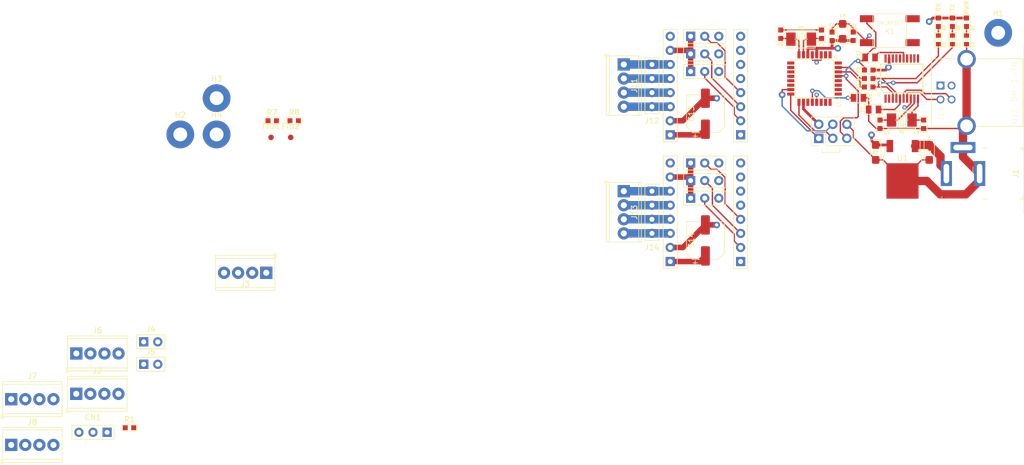
<source format=kicad_pcb>
(kicad_pcb (version 20171130) (host pcbnew "(5.1.2)-2")

  (general
    (thickness 1.6)
    (drawings 13)
    (tracks 357)
    (zones 0)
    (modules 63)
    (nets 71)
  )

  (page A4)
  (layers
    (0 F.Cu signal)
    (1 GND power)
    (2 PWR power)
    (31 B.Cu signal)
    (32 B.Adhes user)
    (33 F.Adhes user)
    (34 B.Paste user)
    (35 F.Paste user)
    (36 B.SilkS user)
    (37 F.SilkS user)
    (38 B.Mask user)
    (39 F.Mask user)
    (40 Dwgs.User user)
    (41 Cmts.User user)
    (42 Eco1.User user)
    (43 Eco2.User user)
    (44 Edge.Cuts user)
    (45 Margin user)
    (46 B.CrtYd user hide)
    (47 F.CrtYd user hide)
    (48 B.Fab user)
    (49 F.Fab user hide)
  )

  (setup
    (last_trace_width 0.25)
    (user_trace_width 0.5)
    (user_trace_width 1)
    (user_trace_width 1.5)
    (trace_clearance 0.2)
    (zone_clearance 0.508)
    (zone_45_only no)
    (trace_min 0.2)
    (via_size 0.8)
    (via_drill 0.4)
    (via_min_size 0.4)
    (via_min_drill 0.3)
    (user_via 1.2 0.6)
    (uvia_size 0.3)
    (uvia_drill 0.1)
    (uvias_allowed no)
    (uvia_min_size 0.2)
    (uvia_min_drill 0.1)
    (edge_width 0.05)
    (segment_width 0.2)
    (pcb_text_width 0.3)
    (pcb_text_size 1.5 1.5)
    (mod_edge_width 0.12)
    (mod_text_size 1 1)
    (mod_text_width 0.15)
    (pad_size 1.524 1.524)
    (pad_drill 0.762)
    (pad_to_mask_clearance 0.051)
    (solder_mask_min_width 0.25)
    (aux_axis_origin 0 0)
    (visible_elements 7FFFF77F)
    (pcbplotparams
      (layerselection 0x010fc_ffffffff)
      (usegerberextensions false)
      (usegerberattributes false)
      (usegerberadvancedattributes false)
      (creategerberjobfile false)
      (excludeedgelayer true)
      (linewidth 0.100000)
      (plotframeref false)
      (viasonmask false)
      (mode 1)
      (useauxorigin false)
      (hpglpennumber 1)
      (hpglpenspeed 20)
      (hpglpendiameter 15.000000)
      (psnegative false)
      (psa4output false)
      (plotreference true)
      (plotvalue true)
      (plotinvisibletext false)
      (padsonsilk false)
      (subtractmaskfromsilk false)
      (outputformat 1)
      (mirror false)
      (drillshape 1)
      (scaleselection 1)
      (outputdirectory ""))
  )

  (net 0 "")
  (net 1 GND)
  (net 2 "Net-(C3-Pad2)")
  (net 3 "Net-(C4-Pad1)")
  (net 4 "Net-(C5-Pad2)")
  (net 5 5V)
  (net 6 "Net-(C7-Pad1)")
  (net 7 "Net-(C8-Pad2)")
  (net 8 "Net-(C10-Pad1)")
  (net 9 /NANO_RESET)
  (net 10 /VIN_12V)
  (net 11 /PULSE)
  (net 12 /StepDriverX/CFG1)
  (net 13 /StepDriverX/CFG2)
  (net 14 /StepDriverX/CFG3)
  (net 15 /X_DIR)
  (net 16 /X_STEP)
  (net 17 "Net-(CN5-Pad5)")
  (net 18 /STEP_EN)
  (net 19 "Net-(CN6-Pad6)")
  (net 20 "Net-(CN6-Pad5)")
  (net 21 "Net-(CN6-Pad4)")
  (net 22 "Net-(CN6-Pad3)")
  (net 23 /StepDriverY/CFG1)
  (net 24 /StepDriverY/CFG2)
  (net 25 /StepDriverY/CFG3)
  (net 26 "Net-(CN10-Pad5)")
  (net 27 /Y_STEP)
  (net 28 /Y_DIR)
  (net 29 "Net-(CN11-Pad3)")
  (net 30 "Net-(CN11-Pad4)")
  (net 31 "Net-(CN11-Pad5)")
  (net 32 "Net-(CN11-Pad6)")
  (net 33 "Net-(D1-Pad1)")
  (net 34 "/Arduino Nano/USB_TX")
  (net 35 "/Arduino Nano/USB_RX")
  (net 36 "Net-(D2-Pad1)")
  (net 37 /GRBL_ABORT)
  (net 38 /HOLD)
  (net 39 /START)
  (net 40 /X_LIMIT)
  (net 41 /Y_LIMIT)
  (net 42 "/Arduino Nano/D12")
  (net 43 "/Arduino Nano/D13")
  (net 44 "Net-(K1-Pad2)")
  (net 45 "Net-(K1-Pad1)")
  (net 46 /GRBL_RX)
  (net 47 /GRBL_TX)
  (net 48 "Net-(U2-Pad1)")
  (net 49 "Net-(U2-Pad2)")
  (net 50 "Net-(U2-Pad11)")
  (net 51 "Net-(U2-Pad12)")
  (net 52 "Net-(U2-Pad13)")
  (net 53 "Net-(U2-Pad14)")
  (net 54 "Net-(U2-Pad16)")
  (net 55 "Net-(U2-Pad17)")
  (net 56 "Net-(U2-Pad18)")
  (net 57 "Net-(U2-Pad20)")
  (net 58 "/Arduino Nano/D4")
  (net 59 "/Arduino Nano/D7")
  (net 60 "/Arduino Nano/A6")
  (net 61 "/Arduino Nano/A7")
  (net 62 "/Arduino Nano/A3")
  (net 63 "/Arduino Nano/A4")
  (net 64 "/Arduino Nano/A5")
  (net 65 "Net-(J9-Pad5)")
  (net 66 "Net-(J15-Pad2)")
  (net 67 "Net-(J15-Pad1)")
  (net 68 "Net-(J15-Pad3)")
  (net 69 "Net-(D3-Pad1)")
  (net 70 "Net-(C12-Pad2)")

  (net_class Default "This is the default net class."
    (clearance 0.2)
    (trace_width 0.25)
    (via_dia 0.8)
    (via_drill 0.4)
    (uvia_dia 0.3)
    (uvia_drill 0.1)
    (add_net "/Arduino Nano/A3")
    (add_net "/Arduino Nano/A4")
    (add_net "/Arduino Nano/A5")
    (add_net "/Arduino Nano/A6")
    (add_net "/Arduino Nano/A7")
    (add_net "/Arduino Nano/D12")
    (add_net "/Arduino Nano/D13")
    (add_net "/Arduino Nano/D4")
    (add_net "/Arduino Nano/D7")
    (add_net "/Arduino Nano/USB_RX")
    (add_net "/Arduino Nano/USB_TX")
    (add_net /GRBL_ABORT)
    (add_net /GRBL_RX)
    (add_net /GRBL_TX)
    (add_net /HOLD)
    (add_net /NANO_RESET)
    (add_net /PULSE)
    (add_net /START)
    (add_net /STEP_EN)
    (add_net /StepDriverX/CFG1)
    (add_net /StepDriverX/CFG2)
    (add_net /StepDriverX/CFG3)
    (add_net /StepDriverY/CFG1)
    (add_net /StepDriverY/CFG2)
    (add_net /StepDriverY/CFG3)
    (add_net /X_DIR)
    (add_net /X_LIMIT)
    (add_net /X_STEP)
    (add_net /Y_DIR)
    (add_net /Y_LIMIT)
    (add_net /Y_STEP)
    (add_net GND)
    (add_net "Net-(C10-Pad1)")
    (add_net "Net-(C12-Pad2)")
    (add_net "Net-(C3-Pad2)")
    (add_net "Net-(C4-Pad1)")
    (add_net "Net-(C5-Pad2)")
    (add_net "Net-(C7-Pad1)")
    (add_net "Net-(C8-Pad2)")
    (add_net "Net-(CN10-Pad5)")
    (add_net "Net-(CN11-Pad3)")
    (add_net "Net-(CN11-Pad4)")
    (add_net "Net-(CN11-Pad5)")
    (add_net "Net-(CN11-Pad6)")
    (add_net "Net-(CN5-Pad5)")
    (add_net "Net-(CN6-Pad3)")
    (add_net "Net-(CN6-Pad4)")
    (add_net "Net-(CN6-Pad5)")
    (add_net "Net-(CN6-Pad6)")
    (add_net "Net-(D1-Pad1)")
    (add_net "Net-(D2-Pad1)")
    (add_net "Net-(D3-Pad1)")
    (add_net "Net-(J15-Pad1)")
    (add_net "Net-(J15-Pad2)")
    (add_net "Net-(J15-Pad3)")
    (add_net "Net-(J9-Pad5)")
    (add_net "Net-(K1-Pad1)")
    (add_net "Net-(K1-Pad2)")
    (add_net "Net-(U2-Pad1)")
    (add_net "Net-(U2-Pad11)")
    (add_net "Net-(U2-Pad12)")
    (add_net "Net-(U2-Pad13)")
    (add_net "Net-(U2-Pad14)")
    (add_net "Net-(U2-Pad16)")
    (add_net "Net-(U2-Pad17)")
    (add_net "Net-(U2-Pad18)")
    (add_net "Net-(U2-Pad2)")
    (add_net "Net-(U2-Pad20)")
  )

  (net_class 5V ""
    (clearance 0.2)
    (trace_width 0.5)
    (via_dia 1.2)
    (via_drill 0.6)
    (uvia_dia 0.3)
    (uvia_drill 0.1)
    (add_net 5V)
  )

  (net_class VIN_12V ""
    (clearance 0.2)
    (trace_width 1.5)
    (via_dia 2)
    (via_drill 1)
    (uvia_dia 0.3)
    (uvia_drill 0.1)
    (add_net /VIN_12V)
  )

  (module OPL_Capacitor:C0805 (layer F.Cu) (tedit 5BCB244D) (tstamp 5D4B8561)
    (at 192.786 38.735)
    (descr 0805)
    (tags "Capacitor 0805")
    (path /5D499913/5D4F2ACF)
    (attr smd)
    (fp_text reference C12 (at -2.159 -0.508 90) (layer F.SilkS)
      (effects (font (size 0.508 0.508) (thickness 0.127)))
    )
    (fp_text value 100nF (at 0 1.778) (layer F.Fab)
      (effects (font (size 1 1) (thickness 0.15)))
    )
    (fp_line (start -1 0.62) (end -1 -0.62) (layer F.Fab) (width 0.1))
    (fp_line (start 1 0.62) (end -1 0.62) (layer F.Fab) (width 0.1))
    (fp_line (start 1 -0.62) (end 1 0.62) (layer F.Fab) (width 0.1))
    (fp_line (start 1 -0.62) (end -1 -0.62) (layer F.Fab) (width 0.1))
    (fp_line (start -1.648 0.95) (end -1.648 -0.95) (layer F.CrtYd) (width 0.05))
    (fp_line (start 1.648 0.95) (end -1.648 0.95) (layer F.CrtYd) (width 0.05))
    (fp_line (start 1.648 -0.95) (end 1.648 0.95) (layer F.CrtYd) (width 0.05))
    (fp_line (start -1.648 -0.95) (end 1.648 -0.95) (layer F.CrtYd) (width 0.05))
    (fp_line (start -1.651 -0.889) (end 1.651 -0.889) (layer F.SilkS) (width 0.127))
    (fp_line (start -1.651 0.889) (end -1.651 -0.889) (layer F.SilkS) (width 0.127))
    (fp_line (start 1.651 0.889) (end -1.651 0.889) (layer F.SilkS) (width 0.127))
    (fp_line (start 1.651 -0.889) (end 1.651 0.889) (layer F.SilkS) (width 0.127))
    (pad 2 smd rect (at 0.89 0) (size 1.016 1.4) (layers F.Cu F.Paste F.Mask)
      (net 70 "Net-(C12-Pad2)"))
    (pad 1 smd rect (at -0.889 0) (size 1.016 1.4) (layers F.Cu F.Paste F.Mask)
      (net 9 /NANO_RESET))
  )

  (module OPL_Crystal_Oscillator:X2-SMD-5.0X3.2X1.3MM (layer F.Cu) (tedit 5BCCA2A6) (tstamp 5D4CC6FE)
    (at 198.501 50.038 180)
    (descr "3.2MM*5MM DIMENSION")
    (tags "3.2MM*5MM DIMENSION")
    (path /5D499913/5D4A8B34)
    (attr smd)
    (fp_text reference Y1 (at 0 -2.159) (layer F.SilkS)
      (effects (font (size 0.508 0.508) (thickness 0.127)))
    )
    (fp_text value 12MHz (at 0 2.9) (layer F.Fab)
      (effects (font (size 1 1) (thickness 0.15)))
    )
    (fp_line (start 0.635 0) (end 1.143 0) (layer F.SilkS) (width 0.127))
    (fp_line (start -0.635 0) (end -1.143 0) (layer F.SilkS) (width 0.127))
    (fp_line (start 0.635 0) (end 0.635 1.27) (layer F.SilkS) (width 0.127))
    (fp_line (start 0.635 -1.27) (end 0.635 0) (layer F.SilkS) (width 0.127))
    (fp_line (start -0.635 0) (end -0.635 1.27) (layer F.SilkS) (width 0.127))
    (fp_line (start -0.635 -1.27) (end -0.635 0) (layer F.SilkS) (width 0.127))
    (fp_line (start 0.254 -1.016) (end -0.254 -1.016) (layer F.SilkS) (width 0.127))
    (fp_line (start 0.254 1.016) (end 0.254 -1.016) (layer F.SilkS) (width 0.127))
    (fp_line (start -0.254 1.016) (end 0.254 1.016) (layer F.SilkS) (width 0.127))
    (fp_line (start -0.254 -1.016) (end -0.254 1.016) (layer F.SilkS) (width 0.127))
    (fp_line (start 2.49936 -1.59766) (end -2.49936 -1.59766) (layer F.SilkS) (width 0.127))
    (fp_line (start 2.49936 -1.19888) (end 2.49936 -1.59766) (layer F.SilkS) (width 0.127))
    (fp_line (start 2.49936 1.59766) (end 2.49936 1.19888) (layer F.SilkS) (width 0.127))
    (fp_line (start -2.49936 1.59766) (end 2.49936 1.59766) (layer F.SilkS) (width 0.127))
    (fp_line (start -2.49936 1.19888) (end -2.49936 1.59766) (layer F.SilkS) (width 0.127))
    (fp_line (start -2.49936 -1.59766) (end -2.49936 -1.19888) (layer F.SilkS) (width 0.127))
    (fp_line (start -2.54 -1.651) (end 2.54 -1.651) (layer F.SilkS) (width 0.06604))
    (fp_line (start -2.54 1.651) (end 2.54 1.651) (layer F.SilkS) (width 0.06604))
    (fp_line (start -2.3 -1.6) (end 2.3 -1.6) (layer F.Fab) (width 0.1))
    (fp_line (start 2.5 -1.4) (end 2.5 1.4) (layer F.Fab) (width 0.1))
    (fp_line (start 2.3 1.6) (end -2.3 1.6) (layer F.Fab) (width 0.1))
    (fp_line (start -2.5 1.4) (end -2.5 -1.4) (layer F.Fab) (width 0.1))
    (fp_arc (start 2.5 1.6) (end 2.5 1.4) (angle -90) (layer F.Fab) (width 0.1))
    (fp_arc (start 2.5 -1.6) (end 2.3 -1.6) (angle -90) (layer F.Fab) (width 0.1))
    (fp_arc (start -2.5 -1.6) (end -2.5 -1.4) (angle -90) (layer F.Fab) (width 0.1))
    (fp_arc (start -2.5 1.6) (end -2.3 1.6) (angle -90) (layer F.Fab) (width 0.1))
    (fp_line (start -3.2 2.1) (end 3.2 2.1) (layer F.CrtYd) (width 0.05))
    (fp_line (start 3.2 2.1) (end 3.2 -2.1) (layer F.CrtYd) (width 0.05))
    (fp_line (start 3.2 -2.1) (end -3.2 -2.1) (layer F.CrtYd) (width 0.05))
    (fp_line (start -3.2 -2.1) (end -3.2 2.1) (layer F.CrtYd) (width 0.05))
    (pad 2 smd rect (at 1.85 0 180) (size 1.7 2.4) (layers F.Cu F.Paste F.Mask)
      (net 2 "Net-(C3-Pad2)"))
    (pad 1 smd rect (at -1.85 0 180) (size 1.7 2.4) (layers F.Cu F.Paste F.Mask)
      (net 4 "Net-(C5-Pad2)"))
  )

  (module Capacitor_Tantalum_SMD:CP_EIA-3216-18_Kemet-A (layer F.Cu) (tedit 5B301BBE) (tstamp 5D4CCB49)
    (at 203.454 55.88 270)
    (descr "Tantalum Capacitor SMD Kemet-A (3216-18 Metric), IPC_7351 nominal, (Body size from: http://www.kemet.com/Lists/ProductCatalog/Attachments/253/KEM_TC101_STD.pdf), generated with kicad-footprint-generator")
    (tags "capacitor tantalum")
    (path /5D4D028E)
    (attr smd)
    (fp_text reference C1 (at 0 0) (layer F.SilkS)
      (effects (font (size 0.508 0.508) (thickness 0.127)))
    )
    (fp_text value 10uF (at 0 1.75 90) (layer F.Fab)
      (effects (font (size 1 1) (thickness 0.15)))
    )
    (fp_text user %R (at 0 0 90) (layer F.Fab)
      (effects (font (size 0.8 0.8) (thickness 0.12)))
    )
    (fp_line (start 2.3 1.05) (end -2.3 1.05) (layer F.CrtYd) (width 0.05))
    (fp_line (start 2.3 -1.05) (end 2.3 1.05) (layer F.CrtYd) (width 0.05))
    (fp_line (start -2.3 -1.05) (end 2.3 -1.05) (layer F.CrtYd) (width 0.05))
    (fp_line (start -2.3 1.05) (end -2.3 -1.05) (layer F.CrtYd) (width 0.05))
    (fp_line (start -2.31 0.935) (end 1.6 0.935) (layer F.SilkS) (width 0.12))
    (fp_line (start -2.31 -0.935) (end -2.31 0.935) (layer F.SilkS) (width 0.12))
    (fp_line (start 1.6 -0.935) (end -2.31 -0.935) (layer F.SilkS) (width 0.12))
    (fp_line (start 1.6 0.8) (end 1.6 -0.8) (layer F.Fab) (width 0.1))
    (fp_line (start -1.6 0.8) (end 1.6 0.8) (layer F.Fab) (width 0.1))
    (fp_line (start -1.6 -0.4) (end -1.6 0.8) (layer F.Fab) (width 0.1))
    (fp_line (start -1.2 -0.8) (end -1.6 -0.4) (layer F.Fab) (width 0.1))
    (fp_line (start 1.6 -0.8) (end -1.2 -0.8) (layer F.Fab) (width 0.1))
    (pad 2 smd roundrect (at 1.35 0 270) (size 1.4 1.35) (layers F.Cu F.Paste F.Mask) (roundrect_rratio 0.185185)
      (net 1 GND))
    (pad 1 smd roundrect (at -1.35 0 270) (size 1.4 1.35) (layers F.Cu F.Paste F.Mask) (roundrect_rratio 0.185185)
      (net 10 /VIN_12V))
    (model ${KISYS3DMOD}/Capacitor_Tantalum_SMD.3dshapes/CP_EIA-3216-18_Kemet-A.wrl
      (at (xyz 0 0 0))
      (scale (xyz 1 1 1))
      (rotate (xyz 0 0 0))
    )
  )

  (module Capacitor_Tantalum_SMD:CP_EIA-3216-18_Kemet-A (layer F.Cu) (tedit 5B301BBE) (tstamp 5D4CCDFE)
    (at 193.802 55.88 270)
    (descr "Tantalum Capacitor SMD Kemet-A (3216-18 Metric), IPC_7351 nominal, (Body size from: http://www.kemet.com/Lists/ProductCatalog/Attachments/253/KEM_TC101_STD.pdf), generated with kicad-footprint-generator")
    (tags "capacitor tantalum")
    (path /5D4CEFF0)
    (attr smd)
    (fp_text reference C2 (at 0 0 180) (layer F.SilkS)
      (effects (font (size 0.508 0.508) (thickness 0.127)))
    )
    (fp_text value 10uF (at 0 1.75 90) (layer F.Fab)
      (effects (font (size 1 1) (thickness 0.15)))
    )
    (fp_line (start 1.6 -0.8) (end -1.2 -0.8) (layer F.Fab) (width 0.1))
    (fp_line (start -1.2 -0.8) (end -1.6 -0.4) (layer F.Fab) (width 0.1))
    (fp_line (start -1.6 -0.4) (end -1.6 0.8) (layer F.Fab) (width 0.1))
    (fp_line (start -1.6 0.8) (end 1.6 0.8) (layer F.Fab) (width 0.1))
    (fp_line (start 1.6 0.8) (end 1.6 -0.8) (layer F.Fab) (width 0.1))
    (fp_line (start 1.6 -0.935) (end -2.31 -0.935) (layer F.SilkS) (width 0.12))
    (fp_line (start -2.31 -0.935) (end -2.31 0.935) (layer F.SilkS) (width 0.12))
    (fp_line (start -2.31 0.935) (end 1.6 0.935) (layer F.SilkS) (width 0.12))
    (fp_line (start -2.3 1.05) (end -2.3 -1.05) (layer F.CrtYd) (width 0.05))
    (fp_line (start -2.3 -1.05) (end 2.3 -1.05) (layer F.CrtYd) (width 0.05))
    (fp_line (start 2.3 -1.05) (end 2.3 1.05) (layer F.CrtYd) (width 0.05))
    (fp_line (start 2.3 1.05) (end -2.3 1.05) (layer F.CrtYd) (width 0.05))
    (fp_text user %R (at 0 0 90) (layer F.Fab)
      (effects (font (size 0.8 0.8) (thickness 0.12)))
    )
    (pad 1 smd roundrect (at -1.35 0 270) (size 1.4 1.35) (layers F.Cu F.Paste F.Mask) (roundrect_rratio 0.185185)
      (net 5 5V))
    (pad 2 smd roundrect (at 1.35 0 270) (size 1.4 1.35) (layers F.Cu F.Paste F.Mask) (roundrect_rratio 0.185185)
      (net 1 GND))
    (model ${KISYS3DMOD}/Capacitor_Tantalum_SMD.3dshapes/CP_EIA-3216-18_Kemet-A.wrl
      (at (xyz 0 0 0))
      (scale (xyz 1 1 1))
      (rotate (xyz 0 0 0))
    )
  )

  (module OPL_Capacitor:C0603 (layer F.Cu) (tedit 5BCB21A2) (tstamp 5D4CE0A6)
    (at 194.564 50.8 90)
    (descr 0603)
    (tags "Capacitor 0603")
    (path /5D499913/5D4ACAB5)
    (attr smd)
    (fp_text reference C3 (at -1.524 1.27) (layer F.SilkS)
      (effects (font (size 0.508 0.508) (thickness 0.127)))
    )
    (fp_text value 22pF (at 0 1.54 90) (layer F.Fab)
      (effects (font (size 1 1) (thickness 0.15)))
    )
    (fp_line (start -1.397 -0.635) (end 1.397 -0.635) (layer F.SilkS) (width 0.127))
    (fp_line (start 1.397 -0.635) (end 1.397 0.635) (layer F.SilkS) (width 0.127))
    (fp_line (start 1.397 0.635) (end -1.397 0.635) (layer F.SilkS) (width 0.127))
    (fp_line (start -1.397 0.635) (end -1.397 -0.635) (layer F.SilkS) (width 0.127))
    (fp_line (start -1.462 -0.7) (end 1.462 -0.7) (layer F.CrtYd) (width 0.05))
    (fp_line (start 1.462 -0.7) (end 1.462 0.7) (layer F.CrtYd) (width 0.05))
    (fp_line (start 1.462 0.7) (end -1.462 0.7) (layer F.CrtYd) (width 0.05))
    (fp_line (start -1.462 0.7) (end -1.462 -0.7) (layer F.CrtYd) (width 0.05))
    (fp_line (start -0.8 -0.4) (end 0.8 -0.4) (layer F.Fab) (width 0.1))
    (fp_line (start 0.8 -0.4) (end 0.8 0.4) (layer F.Fab) (width 0.1))
    (fp_line (start 0.8 0.4) (end -0.8 0.4) (layer F.Fab) (width 0.1))
    (fp_line (start -0.8 0.4) (end -0.8 -0.4) (layer F.Fab) (width 0.1))
    (pad 1 smd rect (at -0.762 0 90) (size 0.9 0.9) (layers F.Cu F.Paste F.Mask)
      (net 1 GND))
    (pad 2 smd rect (at 0.762 0 90) (size 0.9 0.9) (layers F.Cu F.Paste F.Mask)
      (net 2 "Net-(C3-Pad2)"))
  )

  (module OPL_Capacitor:C0805 (layer F.Cu) (tedit 5BCB244D) (tstamp 5D4CDE01)
    (at 193.421 48.133 180)
    (descr 0805)
    (tags "Capacitor 0805")
    (path /5D499913/5D4BD59E)
    (attr smd)
    (fp_text reference C4 (at 2.159 0 90) (layer F.SilkS)
      (effects (font (size 0.508 0.508) (thickness 0.127)))
    )
    (fp_text value 100nF (at 0 1.778) (layer F.Fab)
      (effects (font (size 1 1) (thickness 0.15)))
    )
    (fp_line (start 1.651 -0.889) (end 1.651 0.889) (layer F.SilkS) (width 0.127))
    (fp_line (start 1.651 0.889) (end -1.651 0.889) (layer F.SilkS) (width 0.127))
    (fp_line (start -1.651 0.889) (end -1.651 -0.889) (layer F.SilkS) (width 0.127))
    (fp_line (start -1.651 -0.889) (end 1.651 -0.889) (layer F.SilkS) (width 0.127))
    (fp_line (start -1.648 -0.95) (end 1.648 -0.95) (layer F.CrtYd) (width 0.05))
    (fp_line (start 1.648 -0.95) (end 1.648 0.95) (layer F.CrtYd) (width 0.05))
    (fp_line (start 1.648 0.95) (end -1.648 0.95) (layer F.CrtYd) (width 0.05))
    (fp_line (start -1.648 0.95) (end -1.648 -0.95) (layer F.CrtYd) (width 0.05))
    (fp_line (start 1 -0.62) (end -1 -0.62) (layer F.Fab) (width 0.1))
    (fp_line (start 1 -0.62) (end 1 0.62) (layer F.Fab) (width 0.1))
    (fp_line (start 1 0.62) (end -1 0.62) (layer F.Fab) (width 0.1))
    (fp_line (start -1 0.62) (end -1 -0.62) (layer F.Fab) (width 0.1))
    (pad 1 smd rect (at -0.889 0 180) (size 1.016 1.4) (layers F.Cu F.Paste F.Mask)
      (net 3 "Net-(C4-Pad1)"))
    (pad 2 smd rect (at 0.89 0 180) (size 1.016 1.4) (layers F.Cu F.Paste F.Mask)
      (net 1 GND))
  )

  (module OPL_Capacitor:C0603 (layer F.Cu) (tedit 5BCB21A2) (tstamp 5D4CCD25)
    (at 202.438 50.8 90)
    (descr 0603)
    (tags "Capacitor 0603")
    (path /5D499913/5D4ABEA2)
    (attr smd)
    (fp_text reference C5 (at -1.524 -1.27) (layer F.SilkS)
      (effects (font (size 0.508 0.508) (thickness 0.127)))
    )
    (fp_text value 22pF (at 0 1.54 90) (layer F.Fab)
      (effects (font (size 1 1) (thickness 0.15)))
    )
    (fp_line (start -0.8 0.4) (end -0.8 -0.4) (layer F.Fab) (width 0.1))
    (fp_line (start 0.8 0.4) (end -0.8 0.4) (layer F.Fab) (width 0.1))
    (fp_line (start 0.8 -0.4) (end 0.8 0.4) (layer F.Fab) (width 0.1))
    (fp_line (start -0.8 -0.4) (end 0.8 -0.4) (layer F.Fab) (width 0.1))
    (fp_line (start -1.462 0.7) (end -1.462 -0.7) (layer F.CrtYd) (width 0.05))
    (fp_line (start 1.462 0.7) (end -1.462 0.7) (layer F.CrtYd) (width 0.05))
    (fp_line (start 1.462 -0.7) (end 1.462 0.7) (layer F.CrtYd) (width 0.05))
    (fp_line (start -1.462 -0.7) (end 1.462 -0.7) (layer F.CrtYd) (width 0.05))
    (fp_line (start -1.397 0.635) (end -1.397 -0.635) (layer F.SilkS) (width 0.127))
    (fp_line (start 1.397 0.635) (end -1.397 0.635) (layer F.SilkS) (width 0.127))
    (fp_line (start 1.397 -0.635) (end 1.397 0.635) (layer F.SilkS) (width 0.127))
    (fp_line (start -1.397 -0.635) (end 1.397 -0.635) (layer F.SilkS) (width 0.127))
    (pad 2 smd rect (at 0.762 0 90) (size 0.9 0.9) (layers F.Cu F.Paste F.Mask)
      (net 4 "Net-(C5-Pad2)"))
    (pad 1 smd rect (at -0.762 0 90) (size 0.9 0.9) (layers F.Cu F.Paste F.Mask)
      (net 1 GND))
  )

  (module OPL_Capacitor:C0603 (layer F.Cu) (tedit 5BCB21A2) (tstamp 5D4B84F4)
    (at 185.928 34.925 270)
    (descr 0603)
    (tags "Capacitor 0603")
    (path /5D499913/5D4E5FDE)
    (attr smd)
    (fp_text reference C6 (at -2.032 0 180) (layer F.SilkS)
      (effects (font (size 0.508 0.508) (thickness 0.127)))
    )
    (fp_text value 1uF (at 0 1.54 90) (layer F.Fab)
      (effects (font (size 1 1) (thickness 0.15)))
    )
    (fp_line (start -1.397 -0.635) (end 1.397 -0.635) (layer F.SilkS) (width 0.127))
    (fp_line (start 1.397 -0.635) (end 1.397 0.635) (layer F.SilkS) (width 0.127))
    (fp_line (start 1.397 0.635) (end -1.397 0.635) (layer F.SilkS) (width 0.127))
    (fp_line (start -1.397 0.635) (end -1.397 -0.635) (layer F.SilkS) (width 0.127))
    (fp_line (start -1.462 -0.7) (end 1.462 -0.7) (layer F.CrtYd) (width 0.05))
    (fp_line (start 1.462 -0.7) (end 1.462 0.7) (layer F.CrtYd) (width 0.05))
    (fp_line (start 1.462 0.7) (end -1.462 0.7) (layer F.CrtYd) (width 0.05))
    (fp_line (start -1.462 0.7) (end -1.462 -0.7) (layer F.CrtYd) (width 0.05))
    (fp_line (start -0.8 -0.4) (end 0.8 -0.4) (layer F.Fab) (width 0.1))
    (fp_line (start 0.8 -0.4) (end 0.8 0.4) (layer F.Fab) (width 0.1))
    (fp_line (start 0.8 0.4) (end -0.8 0.4) (layer F.Fab) (width 0.1))
    (fp_line (start -0.8 0.4) (end -0.8 -0.4) (layer F.Fab) (width 0.1))
    (pad 1 smd rect (at -0.762 0 270) (size 0.9 0.9) (layers F.Cu F.Paste F.Mask)
      (net 1 GND))
    (pad 2 smd rect (at 0.762 0 270) (size 0.9 0.9) (layers F.Cu F.Paste F.Mask)
      (net 5 5V))
  )

  (module OPL_Capacitor:C0603 (layer F.Cu) (tedit 5BCB21A2) (tstamp 5D4CF10D)
    (at 184.023 34.544 90)
    (descr 0603)
    (tags "Capacitor 0603")
    (path /5D499913/5D4F084E)
    (attr smd)
    (fp_text reference C7 (at -1.905 0 180) (layer F.SilkS)
      (effects (font (size 0.508 0.508) (thickness 0.127)))
    )
    (fp_text value 22pF (at 0 1.54 90) (layer F.Fab)
      (effects (font (size 1 1) (thickness 0.15)))
    )
    (fp_line (start -1.397 -0.635) (end 1.397 -0.635) (layer F.SilkS) (width 0.127))
    (fp_line (start 1.397 -0.635) (end 1.397 0.635) (layer F.SilkS) (width 0.127))
    (fp_line (start 1.397 0.635) (end -1.397 0.635) (layer F.SilkS) (width 0.127))
    (fp_line (start -1.397 0.635) (end -1.397 -0.635) (layer F.SilkS) (width 0.127))
    (fp_line (start -1.462 -0.7) (end 1.462 -0.7) (layer F.CrtYd) (width 0.05))
    (fp_line (start 1.462 -0.7) (end 1.462 0.7) (layer F.CrtYd) (width 0.05))
    (fp_line (start 1.462 0.7) (end -1.462 0.7) (layer F.CrtYd) (width 0.05))
    (fp_line (start -1.462 0.7) (end -1.462 -0.7) (layer F.CrtYd) (width 0.05))
    (fp_line (start -0.8 -0.4) (end 0.8 -0.4) (layer F.Fab) (width 0.1))
    (fp_line (start 0.8 -0.4) (end 0.8 0.4) (layer F.Fab) (width 0.1))
    (fp_line (start 0.8 0.4) (end -0.8 0.4) (layer F.Fab) (width 0.1))
    (fp_line (start -0.8 0.4) (end -0.8 -0.4) (layer F.Fab) (width 0.1))
    (pad 1 smd rect (at -0.762 0 90) (size 0.9 0.9) (layers F.Cu F.Paste F.Mask)
      (net 6 "Net-(C7-Pad1)"))
    (pad 2 smd rect (at 0.762 0 90) (size 0.9 0.9) (layers F.Cu F.Paste F.Mask)
      (net 1 GND))
  )

  (module OPL_Capacitor:C0603 (layer F.Cu) (tedit 5BCB21A2) (tstamp 5D4B8518)
    (at 176.657 34.544 270)
    (descr 0603)
    (tags "Capacitor 0603")
    (path /5D499913/5D4F1433)
    (attr smd)
    (fp_text reference C8 (at 1.905 0 180) (layer F.SilkS)
      (effects (font (size 0.508 0.508) (thickness 0.127)))
    )
    (fp_text value 22pF (at 0 1.54 90) (layer F.Fab)
      (effects (font (size 1 1) (thickness 0.15)))
    )
    (fp_line (start -0.8 0.4) (end -0.8 -0.4) (layer F.Fab) (width 0.1))
    (fp_line (start 0.8 0.4) (end -0.8 0.4) (layer F.Fab) (width 0.1))
    (fp_line (start 0.8 -0.4) (end 0.8 0.4) (layer F.Fab) (width 0.1))
    (fp_line (start -0.8 -0.4) (end 0.8 -0.4) (layer F.Fab) (width 0.1))
    (fp_line (start -1.462 0.7) (end -1.462 -0.7) (layer F.CrtYd) (width 0.05))
    (fp_line (start 1.462 0.7) (end -1.462 0.7) (layer F.CrtYd) (width 0.05))
    (fp_line (start 1.462 -0.7) (end 1.462 0.7) (layer F.CrtYd) (width 0.05))
    (fp_line (start -1.462 -0.7) (end 1.462 -0.7) (layer F.CrtYd) (width 0.05))
    (fp_line (start -1.397 0.635) (end -1.397 -0.635) (layer F.SilkS) (width 0.127))
    (fp_line (start 1.397 0.635) (end -1.397 0.635) (layer F.SilkS) (width 0.127))
    (fp_line (start 1.397 -0.635) (end 1.397 0.635) (layer F.SilkS) (width 0.127))
    (fp_line (start -1.397 -0.635) (end 1.397 -0.635) (layer F.SilkS) (width 0.127))
    (pad 2 smd rect (at 0.762 0 270) (size 0.9 0.9) (layers F.Cu F.Paste F.Mask)
      (net 7 "Net-(C8-Pad2)"))
    (pad 1 smd rect (at -0.762 0 270) (size 0.9 0.9) (layers F.Cu F.Paste F.Mask)
      (net 1 GND))
  )

  (module Capacitor_Tantalum_SMD:CP_EIA-3216-18_Kemet-A (layer F.Cu) (tedit 5B301BBE) (tstamp 5D4B852B)
    (at 187.833 34.036 90)
    (descr "Tantalum Capacitor SMD Kemet-A (3216-18 Metric), IPC_7351 nominal, (Body size from: http://www.kemet.com/Lists/ProductCatalog/Attachments/253/KEM_TC101_STD.pdf), generated with kicad-footprint-generator")
    (tags "capacitor tantalum")
    (path /5D499913/5D4E7480)
    (attr smd)
    (fp_text reference C9 (at 2.794 0 180) (layer F.SilkS)
      (effects (font (size 0.508 0.508) (thickness 0.127)))
    )
    (fp_text value 10uF (at 0 1.75 90) (layer F.Fab)
      (effects (font (size 1 1) (thickness 0.15)))
    )
    (fp_line (start 1.6 -0.8) (end -1.2 -0.8) (layer F.Fab) (width 0.1))
    (fp_line (start -1.2 -0.8) (end -1.6 -0.4) (layer F.Fab) (width 0.1))
    (fp_line (start -1.6 -0.4) (end -1.6 0.8) (layer F.Fab) (width 0.1))
    (fp_line (start -1.6 0.8) (end 1.6 0.8) (layer F.Fab) (width 0.1))
    (fp_line (start 1.6 0.8) (end 1.6 -0.8) (layer F.Fab) (width 0.1))
    (fp_line (start 1.6 -0.935) (end -2.31 -0.935) (layer F.SilkS) (width 0.12))
    (fp_line (start -2.31 -0.935) (end -2.31 0.935) (layer F.SilkS) (width 0.12))
    (fp_line (start -2.31 0.935) (end 1.6 0.935) (layer F.SilkS) (width 0.12))
    (fp_line (start -2.3 1.05) (end -2.3 -1.05) (layer F.CrtYd) (width 0.05))
    (fp_line (start -2.3 -1.05) (end 2.3 -1.05) (layer F.CrtYd) (width 0.05))
    (fp_line (start 2.3 -1.05) (end 2.3 1.05) (layer F.CrtYd) (width 0.05))
    (fp_line (start 2.3 1.05) (end -2.3 1.05) (layer F.CrtYd) (width 0.05))
    (fp_text user %R (at 0 0 90) (layer F.Fab)
      (effects (font (size 0.8 0.8) (thickness 0.12)))
    )
    (pad 1 smd roundrect (at -1.35 0 90) (size 1.4 1.35) (layers F.Cu F.Paste F.Mask) (roundrect_rratio 0.185185)
      (net 5 5V))
    (pad 2 smd roundrect (at 1.35 0 90) (size 1.4 1.35) (layers F.Cu F.Paste F.Mask) (roundrect_rratio 0.185185)
      (net 1 GND))
    (model ${KISYS3DMOD}/Capacitor_Tantalum_SMD.3dshapes/CP_EIA-3216-18_Kemet-A.wrl
      (at (xyz 0 0 0))
      (scale (xyz 1 1 1))
      (rotate (xyz 0 0 0))
    )
  )

  (module OPL_Capacitor:C0805 (layer F.Cu) (tedit 5BCB244D) (tstamp 5D4CFFE1)
    (at 190.6905 46.0375)
    (descr 0805)
    (tags "Capacitor 0805")
    (path /5D499913/5D4F3261)
    (attr smd)
    (fp_text reference C10 (at 2.159 0 270) (layer F.SilkS)
      (effects (font (size 0.508 0.508) (thickness 0.127)))
    )
    (fp_text value 100nF (at 0 1.778) (layer F.Fab)
      (effects (font (size 1 1) (thickness 0.15)))
    )
    (fp_line (start 1.651 -0.889) (end 1.651 0.889) (layer F.SilkS) (width 0.127))
    (fp_line (start 1.651 0.889) (end -1.651 0.889) (layer F.SilkS) (width 0.127))
    (fp_line (start -1.651 0.889) (end -1.651 -0.889) (layer F.SilkS) (width 0.127))
    (fp_line (start -1.651 -0.889) (end 1.651 -0.889) (layer F.SilkS) (width 0.127))
    (fp_line (start -1.648 -0.95) (end 1.648 -0.95) (layer F.CrtYd) (width 0.05))
    (fp_line (start 1.648 -0.95) (end 1.648 0.95) (layer F.CrtYd) (width 0.05))
    (fp_line (start 1.648 0.95) (end -1.648 0.95) (layer F.CrtYd) (width 0.05))
    (fp_line (start -1.648 0.95) (end -1.648 -0.95) (layer F.CrtYd) (width 0.05))
    (fp_line (start 1 -0.62) (end -1 -0.62) (layer F.Fab) (width 0.1))
    (fp_line (start 1 -0.62) (end 1 0.62) (layer F.Fab) (width 0.1))
    (fp_line (start 1 0.62) (end -1 0.62) (layer F.Fab) (width 0.1))
    (fp_line (start -1 0.62) (end -1 -0.62) (layer F.Fab) (width 0.1))
    (pad 1 smd rect (at -0.889 0) (size 1.016 1.4) (layers F.Cu F.Paste F.Mask)
      (net 8 "Net-(C10-Pad1)"))
    (pad 2 smd rect (at 0.89 0) (size 1.016 1.4) (layers F.Cu F.Paste F.Mask)
      (net 1 GND))
  )

  (module OPL_Capacitor:C0603 (layer F.Cu) (tedit 5BCB21A2) (tstamp 5D4B854F)
    (at 189.738 34.925 270)
    (descr 0603)
    (tags "Capacitor 0603")
    (path /5D499913/5D4E5A8F)
    (attr smd)
    (fp_text reference C11 (at -1.905 0 180) (layer F.SilkS)
      (effects (font (size 0.508 0.508) (thickness 0.127)))
    )
    (fp_text value 1uF (at 0 1.54 90) (layer F.Fab)
      (effects (font (size 1 1) (thickness 0.15)))
    )
    (fp_line (start -0.8 0.4) (end -0.8 -0.4) (layer F.Fab) (width 0.1))
    (fp_line (start 0.8 0.4) (end -0.8 0.4) (layer F.Fab) (width 0.1))
    (fp_line (start 0.8 -0.4) (end 0.8 0.4) (layer F.Fab) (width 0.1))
    (fp_line (start -0.8 -0.4) (end 0.8 -0.4) (layer F.Fab) (width 0.1))
    (fp_line (start -1.462 0.7) (end -1.462 -0.7) (layer F.CrtYd) (width 0.05))
    (fp_line (start 1.462 0.7) (end -1.462 0.7) (layer F.CrtYd) (width 0.05))
    (fp_line (start 1.462 -0.7) (end 1.462 0.7) (layer F.CrtYd) (width 0.05))
    (fp_line (start -1.462 -0.7) (end 1.462 -0.7) (layer F.CrtYd) (width 0.05))
    (fp_line (start -1.397 0.635) (end -1.397 -0.635) (layer F.SilkS) (width 0.127))
    (fp_line (start 1.397 0.635) (end -1.397 0.635) (layer F.SilkS) (width 0.127))
    (fp_line (start 1.397 -0.635) (end 1.397 0.635) (layer F.SilkS) (width 0.127))
    (fp_line (start -1.397 -0.635) (end 1.397 -0.635) (layer F.SilkS) (width 0.127))
    (pad 2 smd rect (at 0.762 0 270) (size 0.9 0.9) (layers F.Cu F.Paste F.Mask)
      (net 5 5V))
    (pad 1 smd rect (at -0.762 0 270) (size 0.9 0.9) (layers F.Cu F.Paste F.Mask)
      (net 1 GND))
  )

  (module Capacitor_SMD:CP_Elec_6.3x5.4 (layer F.Cu) (tedit 5BCA39D0) (tstamp 5D4CCA77)
    (at 163.068 48.895 90)
    (descr "SMD capacitor, aluminum electrolytic, Panasonic C55, 6.3x5.4mm")
    (tags "capacitor electrolytic")
    (path /5D4AFE00/5D4B27F8)
    (attr smd)
    (fp_text reference C13 (at 0 -2.54 90) (layer F.SilkS)
      (effects (font (size 1 1) (thickness 0.15)))
    )
    (fp_text value 47uF (at 0 4.35 90) (layer F.Fab)
      (effects (font (size 1 1) (thickness 0.15)))
    )
    (fp_text user %R (at 0 0 90) (layer F.Fab)
      (effects (font (size 1 1) (thickness 0.15)))
    )
    (fp_line (start -4.8 1.05) (end -3.55 1.05) (layer F.CrtYd) (width 0.05))
    (fp_line (start -4.8 -1.05) (end -4.8 1.05) (layer F.CrtYd) (width 0.05))
    (fp_line (start -3.55 -1.05) (end -4.8 -1.05) (layer F.CrtYd) (width 0.05))
    (fp_line (start -3.55 1.05) (end -3.55 2.4) (layer F.CrtYd) (width 0.05))
    (fp_line (start -3.55 -2.4) (end -3.55 -1.05) (layer F.CrtYd) (width 0.05))
    (fp_line (start -3.55 -2.4) (end -2.4 -3.55) (layer F.CrtYd) (width 0.05))
    (fp_line (start -3.55 2.4) (end -2.4 3.55) (layer F.CrtYd) (width 0.05))
    (fp_line (start -2.4 -3.55) (end 3.55 -3.55) (layer F.CrtYd) (width 0.05))
    (fp_line (start -2.4 3.55) (end 3.55 3.55) (layer F.CrtYd) (width 0.05))
    (fp_line (start 3.55 1.05) (end 3.55 3.55) (layer F.CrtYd) (width 0.05))
    (fp_line (start 4.8 1.05) (end 3.55 1.05) (layer F.CrtYd) (width 0.05))
    (fp_line (start 4.8 -1.05) (end 4.8 1.05) (layer F.CrtYd) (width 0.05))
    (fp_line (start 3.55 -1.05) (end 4.8 -1.05) (layer F.CrtYd) (width 0.05))
    (fp_line (start 3.55 -3.55) (end 3.55 -1.05) (layer F.CrtYd) (width 0.05))
    (fp_line (start -4.04375 -2.24125) (end -4.04375 -1.45375) (layer F.SilkS) (width 0.12))
    (fp_line (start -4.4375 -1.8475) (end -3.65 -1.8475) (layer F.SilkS) (width 0.12))
    (fp_line (start -3.41 2.345563) (end -2.345563 3.41) (layer F.SilkS) (width 0.12))
    (fp_line (start -3.41 -2.345563) (end -2.345563 -3.41) (layer F.SilkS) (width 0.12))
    (fp_line (start -3.41 -2.345563) (end -3.41 -1.06) (layer F.SilkS) (width 0.12))
    (fp_line (start -3.41 2.345563) (end -3.41 1.06) (layer F.SilkS) (width 0.12))
    (fp_line (start -2.345563 3.41) (end 3.41 3.41) (layer F.SilkS) (width 0.12))
    (fp_line (start -2.345563 -3.41) (end 3.41 -3.41) (layer F.SilkS) (width 0.12))
    (fp_line (start 3.41 -3.41) (end 3.41 -1.06) (layer F.SilkS) (width 0.12))
    (fp_line (start 3.41 3.41) (end 3.41 1.06) (layer F.SilkS) (width 0.12))
    (fp_line (start -2.389838 -1.645) (end -2.389838 -1.015) (layer F.Fab) (width 0.1))
    (fp_line (start -2.704838 -1.33) (end -2.074838 -1.33) (layer F.Fab) (width 0.1))
    (fp_line (start -3.3 2.3) (end -2.3 3.3) (layer F.Fab) (width 0.1))
    (fp_line (start -3.3 -2.3) (end -2.3 -3.3) (layer F.Fab) (width 0.1))
    (fp_line (start -3.3 -2.3) (end -3.3 2.3) (layer F.Fab) (width 0.1))
    (fp_line (start -2.3 3.3) (end 3.3 3.3) (layer F.Fab) (width 0.1))
    (fp_line (start -2.3 -3.3) (end 3.3 -3.3) (layer F.Fab) (width 0.1))
    (fp_line (start 3.3 -3.3) (end 3.3 3.3) (layer F.Fab) (width 0.1))
    (fp_circle (center 0 0) (end 3.15 0) (layer F.Fab) (width 0.1))
    (pad 2 smd roundrect (at 2.8 0 90) (size 3.5 1.6) (layers F.Cu F.Paste F.Mask) (roundrect_rratio 0.15625)
      (net 1 GND))
    (pad 1 smd roundrect (at -2.8 0 90) (size 3.5 1.6) (layers F.Cu F.Paste F.Mask) (roundrect_rratio 0.15625)
      (net 10 /VIN_12V))
    (model ${KISYS3DMOD}/Capacitor_SMD.3dshapes/CP_Elec_6.3x5.4.wrl
      (at (xyz 0 0 0))
      (scale (xyz 1 1 1))
      (rotate (xyz 0 0 0))
    )
  )

  (module Capacitor_SMD:CP_Elec_6.3x5.4 (layer F.Cu) (tedit 5BCA39D0) (tstamp 5D4CCBD0)
    (at 163.068 71.755 90)
    (descr "SMD capacitor, aluminum electrolytic, Panasonic C55, 6.3x5.4mm")
    (tags "capacitor electrolytic")
    (path /5D4C1080/5D4B27F8)
    (attr smd)
    (fp_text reference C14 (at 0 -2.54 90) (layer F.SilkS)
      (effects (font (size 1 1) (thickness 0.15)))
    )
    (fp_text value 47uF (at 0 4.35 90) (layer F.Fab)
      (effects (font (size 1 1) (thickness 0.15)))
    )
    (fp_circle (center 0 0) (end 3.15 0) (layer F.Fab) (width 0.1))
    (fp_line (start 3.3 -3.3) (end 3.3 3.3) (layer F.Fab) (width 0.1))
    (fp_line (start -2.3 -3.3) (end 3.3 -3.3) (layer F.Fab) (width 0.1))
    (fp_line (start -2.3 3.3) (end 3.3 3.3) (layer F.Fab) (width 0.1))
    (fp_line (start -3.3 -2.3) (end -3.3 2.3) (layer F.Fab) (width 0.1))
    (fp_line (start -3.3 -2.3) (end -2.3 -3.3) (layer F.Fab) (width 0.1))
    (fp_line (start -3.3 2.3) (end -2.3 3.3) (layer F.Fab) (width 0.1))
    (fp_line (start -2.704838 -1.33) (end -2.074838 -1.33) (layer F.Fab) (width 0.1))
    (fp_line (start -2.389838 -1.645) (end -2.389838 -1.015) (layer F.Fab) (width 0.1))
    (fp_line (start 3.41 3.41) (end 3.41 1.06) (layer F.SilkS) (width 0.12))
    (fp_line (start 3.41 -3.41) (end 3.41 -1.06) (layer F.SilkS) (width 0.12))
    (fp_line (start -2.345563 -3.41) (end 3.41 -3.41) (layer F.SilkS) (width 0.12))
    (fp_line (start -2.345563 3.41) (end 3.41 3.41) (layer F.SilkS) (width 0.12))
    (fp_line (start -3.41 2.345563) (end -3.41 1.06) (layer F.SilkS) (width 0.12))
    (fp_line (start -3.41 -2.345563) (end -3.41 -1.06) (layer F.SilkS) (width 0.12))
    (fp_line (start -3.41 -2.345563) (end -2.345563 -3.41) (layer F.SilkS) (width 0.12))
    (fp_line (start -3.41 2.345563) (end -2.345563 3.41) (layer F.SilkS) (width 0.12))
    (fp_line (start -4.4375 -1.8475) (end -3.65 -1.8475) (layer F.SilkS) (width 0.12))
    (fp_line (start -4.04375 -2.24125) (end -4.04375 -1.45375) (layer F.SilkS) (width 0.12))
    (fp_line (start 3.55 -3.55) (end 3.55 -1.05) (layer F.CrtYd) (width 0.05))
    (fp_line (start 3.55 -1.05) (end 4.8 -1.05) (layer F.CrtYd) (width 0.05))
    (fp_line (start 4.8 -1.05) (end 4.8 1.05) (layer F.CrtYd) (width 0.05))
    (fp_line (start 4.8 1.05) (end 3.55 1.05) (layer F.CrtYd) (width 0.05))
    (fp_line (start 3.55 1.05) (end 3.55 3.55) (layer F.CrtYd) (width 0.05))
    (fp_line (start -2.4 3.55) (end 3.55 3.55) (layer F.CrtYd) (width 0.05))
    (fp_line (start -2.4 -3.55) (end 3.55 -3.55) (layer F.CrtYd) (width 0.05))
    (fp_line (start -3.55 2.4) (end -2.4 3.55) (layer F.CrtYd) (width 0.05))
    (fp_line (start -3.55 -2.4) (end -2.4 -3.55) (layer F.CrtYd) (width 0.05))
    (fp_line (start -3.55 -2.4) (end -3.55 -1.05) (layer F.CrtYd) (width 0.05))
    (fp_line (start -3.55 1.05) (end -3.55 2.4) (layer F.CrtYd) (width 0.05))
    (fp_line (start -3.55 -1.05) (end -4.8 -1.05) (layer F.CrtYd) (width 0.05))
    (fp_line (start -4.8 -1.05) (end -4.8 1.05) (layer F.CrtYd) (width 0.05))
    (fp_line (start -4.8 1.05) (end -3.55 1.05) (layer F.CrtYd) (width 0.05))
    (fp_text user %R (at 0 0 90) (layer F.Fab)
      (effects (font (size 1 1) (thickness 0.15)))
    )
    (pad 1 smd roundrect (at -2.8 0 90) (size 3.5 1.6) (layers F.Cu F.Paste F.Mask) (roundrect_rratio 0.15625)
      (net 10 /VIN_12V))
    (pad 2 smd roundrect (at 2.8 0 90) (size 3.5 1.6) (layers F.Cu F.Paste F.Mask) (roundrect_rratio 0.15625)
      (net 1 GND))
    (model ${KISYS3DMOD}/Capacitor_SMD.3dshapes/CP_Elec_6.3x5.4.wrl
      (at (xyz 0 0 0))
      (scale (xyz 1 1 1))
      (rotate (xyz 0 0 0))
    )
  )

  (module OPL_Connector:H3-2.54 (layer F.Cu) (tedit 5C3806C8) (tstamp 5D4B85C5)
    (at 52.551001 106.384001)
    (path /5D5013A8)
    (attr virtual)
    (fp_text reference CN1 (at 0 -2.7 180) (layer F.SilkS)
      (effects (font (size 1 1) (thickness 0.15)))
    )
    (fp_text value SERVO_PWM (at 0 2.65 180) (layer F.Fab)
      (effects (font (size 1 1) (thickness 0.15)))
    )
    (fp_line (start 3.81 1.27) (end -3.81 1.27) (layer F.SilkS) (width 0.127))
    (fp_line (start 3.81 -1.27) (end 3.81 1.27) (layer F.SilkS) (width 0.127))
    (fp_line (start -3.81 -1.27) (end 3.81 -1.27) (layer F.SilkS) (width 0.127))
    (fp_line (start -3.81 1.27) (end -3.81 -1.27) (layer F.SilkS) (width 0.127))
    (fp_line (start -3.81 1.265) (end -3.81 -1.275) (layer F.Fab) (width 0.1))
    (fp_line (start -3.81 -1.275) (end 3.81 -1.275) (layer F.Fab) (width 0.1))
    (fp_line (start 3.81 1.27) (end -3.81 1.27) (layer F.Fab) (width 0.1))
    (fp_line (start 3.81 -1.27) (end 3.81 1.27) (layer F.Fab) (width 0.1))
    (fp_line (start 4.075 -1.525) (end 4.075 1.525) (layer F.CrtYd) (width 0.05))
    (fp_line (start 4.075 1.525) (end -4.075 1.525) (layer F.CrtYd) (width 0.05))
    (fp_line (start -4.075 1.525) (end -4.075 -1.525) (layer F.CrtYd) (width 0.05))
    (fp_line (start -4.075 -1.525) (end 4.075 -1.525) (layer F.CrtYd) (width 0.05))
    (fp_text user %R (at 0 -2.7) (layer F.Fab)
      (effects (font (size 1 1) (thickness 0.15)))
    )
    (pad 3 thru_hole circle (at -2.54 0 90) (size 1.651 1.651) (drill 0.889) (layers *.Cu *.Mask)
      (net 1 GND))
    (pad 2 thru_hole circle (at 0 0 90) (size 1.651 1.651) (drill 0.889) (layers *.Cu *.Mask)
      (net 5 5V))
    (pad 1 thru_hole rect (at 2.54 0 90) (size 1.651 1.651) (drill 0.889) (layers *.Cu *.Mask)
      (net 11 /PULSE))
  )

  (module OPL_Connector:H3-2.54 (layer F.Cu) (tedit 5C3806C8) (tstamp 5D4CCB11)
    (at 162.941 41.275 180)
    (path /5D4AFE00/5D4BBA78)
    (attr virtual)
    (fp_text reference CN2 (at -5.842 0 180) (layer F.SilkS) hide
      (effects (font (size 1 1) (thickness 0.15)))
    )
    (fp_text value CFG1 (at 0 2.65 180) (layer F.Fab)
      (effects (font (size 1 1) (thickness 0.15)))
    )
    (fp_text user %R (at 0 -2.7) (layer F.Fab)
      (effects (font (size 1 1) (thickness 0.15)))
    )
    (fp_line (start -4.075 -1.525) (end 4.075 -1.525) (layer F.CrtYd) (width 0.05))
    (fp_line (start -4.075 1.525) (end -4.075 -1.525) (layer F.CrtYd) (width 0.05))
    (fp_line (start 4.075 1.525) (end -4.075 1.525) (layer F.CrtYd) (width 0.05))
    (fp_line (start 4.075 -1.525) (end 4.075 1.525) (layer F.CrtYd) (width 0.05))
    (fp_line (start 3.81 -1.27) (end 3.81 1.27) (layer F.Fab) (width 0.1))
    (fp_line (start 3.81 1.27) (end -3.81 1.27) (layer F.Fab) (width 0.1))
    (fp_line (start -3.81 -1.275) (end 3.81 -1.275) (layer F.Fab) (width 0.1))
    (fp_line (start -3.81 1.265) (end -3.81 -1.275) (layer F.Fab) (width 0.1))
    (fp_line (start -3.81 1.27) (end -3.81 -1.27) (layer F.SilkS) (width 0.127))
    (fp_line (start -3.81 -1.27) (end 3.81 -1.27) (layer F.SilkS) (width 0.127))
    (fp_line (start 3.81 -1.27) (end 3.81 1.27) (layer F.SilkS) (width 0.127))
    (fp_line (start 3.81 1.27) (end -3.81 1.27) (layer F.SilkS) (width 0.127))
    (pad 1 thru_hole rect (at 2.54 0 270) (size 1.651 1.651) (drill 0.889) (layers *.Cu *.Mask)
      (net 5 5V))
    (pad 2 thru_hole circle (at 0 0 270) (size 1.651 1.651) (drill 0.889) (layers *.Cu *.Mask)
      (net 12 /StepDriverX/CFG1))
    (pad 3 thru_hole circle (at -2.54 0 270) (size 1.651 1.651) (drill 0.889) (layers *.Cu *.Mask)
      (net 1 GND))
  )

  (module OPL_Connector:H3-2.54 (layer F.Cu) (tedit 5C3806C8) (tstamp 5D4CCDC6)
    (at 162.941 38.1 180)
    (path /5D4AFE00/5D4BDC37)
    (attr virtual)
    (fp_text reference CN3 (at -5.715 0 180) (layer F.SilkS) hide
      (effects (font (size 1 1) (thickness 0.15)))
    )
    (fp_text value CFG1 (at 0 2.65 180) (layer F.Fab)
      (effects (font (size 1 1) (thickness 0.15)))
    )
    (fp_text user %R (at 0 -2.7) (layer F.Fab)
      (effects (font (size 1 1) (thickness 0.15)))
    )
    (fp_line (start -4.075 -1.525) (end 4.075 -1.525) (layer F.CrtYd) (width 0.05))
    (fp_line (start -4.075 1.525) (end -4.075 -1.525) (layer F.CrtYd) (width 0.05))
    (fp_line (start 4.075 1.525) (end -4.075 1.525) (layer F.CrtYd) (width 0.05))
    (fp_line (start 4.075 -1.525) (end 4.075 1.525) (layer F.CrtYd) (width 0.05))
    (fp_line (start 3.81 -1.27) (end 3.81 1.27) (layer F.Fab) (width 0.1))
    (fp_line (start 3.81 1.27) (end -3.81 1.27) (layer F.Fab) (width 0.1))
    (fp_line (start -3.81 -1.275) (end 3.81 -1.275) (layer F.Fab) (width 0.1))
    (fp_line (start -3.81 1.265) (end -3.81 -1.275) (layer F.Fab) (width 0.1))
    (fp_line (start -3.81 1.27) (end -3.81 -1.27) (layer F.SilkS) (width 0.127))
    (fp_line (start -3.81 -1.27) (end 3.81 -1.27) (layer F.SilkS) (width 0.127))
    (fp_line (start 3.81 -1.27) (end 3.81 1.27) (layer F.SilkS) (width 0.127))
    (fp_line (start 3.81 1.27) (end -3.81 1.27) (layer F.SilkS) (width 0.127))
    (pad 1 thru_hole rect (at 2.54 0 270) (size 1.651 1.651) (drill 0.889) (layers *.Cu *.Mask)
      (net 5 5V))
    (pad 2 thru_hole circle (at 0 0 270) (size 1.651 1.651) (drill 0.889) (layers *.Cu *.Mask)
      (net 13 /StepDriverX/CFG2))
    (pad 3 thru_hole circle (at -2.54 0 270) (size 1.651 1.651) (drill 0.889) (layers *.Cu *.Mask)
      (net 1 GND))
  )

  (module OPL_Connector:H3-2.54 (layer F.Cu) (tedit 5C3806C8) (tstamp 5D4CCAD8)
    (at 162.941 34.925 180)
    (path /5D4AFE00/5D4BEA96)
    (attr virtual)
    (fp_text reference CN4 (at -5.715 0 180) (layer F.SilkS) hide
      (effects (font (size 1 1) (thickness 0.15)))
    )
    (fp_text value CFG1 (at 0 2.65 180) (layer F.Fab)
      (effects (font (size 1 1) (thickness 0.15)))
    )
    (fp_line (start 3.81 1.27) (end -3.81 1.27) (layer F.SilkS) (width 0.127))
    (fp_line (start 3.81 -1.27) (end 3.81 1.27) (layer F.SilkS) (width 0.127))
    (fp_line (start -3.81 -1.27) (end 3.81 -1.27) (layer F.SilkS) (width 0.127))
    (fp_line (start -3.81 1.27) (end -3.81 -1.27) (layer F.SilkS) (width 0.127))
    (fp_line (start -3.81 1.265) (end -3.81 -1.275) (layer F.Fab) (width 0.1))
    (fp_line (start -3.81 -1.275) (end 3.81 -1.275) (layer F.Fab) (width 0.1))
    (fp_line (start 3.81 1.27) (end -3.81 1.27) (layer F.Fab) (width 0.1))
    (fp_line (start 3.81 -1.27) (end 3.81 1.27) (layer F.Fab) (width 0.1))
    (fp_line (start 4.075 -1.525) (end 4.075 1.525) (layer F.CrtYd) (width 0.05))
    (fp_line (start 4.075 1.525) (end -4.075 1.525) (layer F.CrtYd) (width 0.05))
    (fp_line (start -4.075 1.525) (end -4.075 -1.525) (layer F.CrtYd) (width 0.05))
    (fp_line (start -4.075 -1.525) (end 4.075 -1.525) (layer F.CrtYd) (width 0.05))
    (fp_text user %R (at 0 -2.7) (layer F.Fab)
      (effects (font (size 1 1) (thickness 0.15)))
    )
    (pad 3 thru_hole circle (at -2.54 0 270) (size 1.651 1.651) (drill 0.889) (layers *.Cu *.Mask)
      (net 1 GND))
    (pad 2 thru_hole circle (at 0 0 270) (size 1.651 1.651) (drill 0.889) (layers *.Cu *.Mask)
      (net 14 /StepDriverX/CFG3))
    (pad 1 thru_hole rect (at 2.54 0 270) (size 1.651 1.651) (drill 0.889) (layers *.Cu *.Mask)
      (net 5 5V))
  )

  (module OPL_Connector:H8-2.54 (layer F.Cu) (tedit 5C380779) (tstamp 5D4CCCE4)
    (at 169.418 43.815 270)
    (path /5D4AFE00/5D4B02F5)
    (attr virtual)
    (fp_text reference CN5 (at 11.43 0 180) (layer F.SilkS) hide
      (effects (font (size 1 1) (thickness 0.15)))
    )
    (fp_text value FEMALE_LEFT (at 0 2.825 90) (layer F.Fab) hide
      (effects (font (size 1 1) (thickness 0.15)))
    )
    (fp_line (start -10.4 1.525) (end -10.4 -1.525) (layer F.CrtYd) (width 0.05))
    (fp_line (start 10.425 1.525) (end -10.4 1.525) (layer F.CrtYd) (width 0.05))
    (fp_line (start 10.425 -1.525) (end 10.425 1.525) (layer F.CrtYd) (width 0.05))
    (fp_line (start -10.4 -1.525) (end 10.425 -1.525) (layer F.CrtYd) (width 0.05))
    (fp_text user %R (at 0 -2.55 90) (layer F.Fab) hide
      (effects (font (size 1 1) (thickness 0.15)))
    )
    (fp_line (start -10.16 -1.27) (end 10.16 -1.27) (layer F.SilkS) (width 0.127))
    (fp_line (start -10.16 1.27) (end -10.16 -1.27) (layer F.SilkS) (width 0.127))
    (fp_line (start 10.16 1.27) (end -10.16 1.27) (layer F.SilkS) (width 0.127))
    (fp_line (start 10.16 -1.27) (end 10.16 1.27) (layer F.SilkS) (width 0.127))
    (fp_line (start -10.16 -1.27) (end 10.16 -1.27) (layer F.Fab) (width 0.1))
    (fp_line (start 10.16 -1.27) (end 10.16 1.27) (layer F.Fab) (width 0.1))
    (fp_line (start -10.16 1.27) (end 10.16 1.27) (layer F.Fab) (width 0.1))
    (fp_line (start -10.16 -1.27) (end -10.16 1.27) (layer F.Fab) (width 0.1))
    (pad 8 thru_hole circle (at -8.89 0 180) (size 1.651 1.651) (drill 0.889) (layers *.Cu *.Mask)
      (net 15 /X_DIR))
    (pad 7 thru_hole circle (at -6.35 0 180) (size 1.651 1.651) (drill 0.889) (layers *.Cu *.Mask)
      (net 16 /X_STEP))
    (pad 6 thru_hole circle (at -3.81 0 180) (size 1.651 1.651) (drill 0.889) (layers *.Cu *.Mask)
      (net 17 "Net-(CN5-Pad5)"))
    (pad 5 thru_hole circle (at -1.27 0 180) (size 1.651 1.651) (drill 0.889) (layers *.Cu *.Mask)
      (net 17 "Net-(CN5-Pad5)"))
    (pad 4 thru_hole circle (at 1.27 0 180) (size 1.651 1.651) (drill 0.889) (layers *.Cu *.Mask)
      (net 14 /StepDriverX/CFG3))
    (pad 3 thru_hole circle (at 3.81 0 180) (size 1.651 1.651) (drill 0.889) (layers *.Cu *.Mask)
      (net 13 /StepDriverX/CFG2))
    (pad 2 thru_hole circle (at 6.35 0 180) (size 1.651 1.651) (drill 0.889) (layers *.Cu *.Mask)
      (net 12 /StepDriverX/CFG1))
    (pad 1 thru_hole rect (at 8.89 0 180) (size 1.651 1.651) (drill 0.889) (layers *.Cu *.Mask)
      (net 18 /STEP_EN))
  )

  (module OPL_Connector:H8-2.54 (layer F.Cu) (tedit 5C380779) (tstamp 5D4CCA20)
    (at 156.718 43.815 270)
    (path /5D4AFE00/5D4B13AD)
    (attr virtual)
    (fp_text reference CN6 (at 11.43 0 180) (layer F.SilkS) hide
      (effects (font (size 1 1) (thickness 0.15)))
    )
    (fp_text value FEMALE_RIGHT (at 0 2.825 90) (layer F.Fab) hide
      (effects (font (size 1 1) (thickness 0.15)))
    )
    (fp_line (start -10.4 1.525) (end -10.4 -1.525) (layer F.CrtYd) (width 0.05))
    (fp_line (start 10.425 1.525) (end -10.4 1.525) (layer F.CrtYd) (width 0.05))
    (fp_line (start 10.425 -1.525) (end 10.425 1.525) (layer F.CrtYd) (width 0.05))
    (fp_line (start -10.4 -1.525) (end 10.425 -1.525) (layer F.CrtYd) (width 0.05))
    (fp_text user %R (at 0 -2.55 90) (layer F.Fab) hide
      (effects (font (size 1 1) (thickness 0.15)))
    )
    (fp_line (start -10.16 -1.27) (end 10.16 -1.27) (layer F.SilkS) (width 0.127))
    (fp_line (start -10.16 1.27) (end -10.16 -1.27) (layer F.SilkS) (width 0.127))
    (fp_line (start 10.16 1.27) (end -10.16 1.27) (layer F.SilkS) (width 0.127))
    (fp_line (start 10.16 -1.27) (end 10.16 1.27) (layer F.SilkS) (width 0.127))
    (fp_line (start -10.16 -1.27) (end 10.16 -1.27) (layer F.Fab) (width 0.1))
    (fp_line (start 10.16 -1.27) (end 10.16 1.27) (layer F.Fab) (width 0.1))
    (fp_line (start -10.16 1.27) (end 10.16 1.27) (layer F.Fab) (width 0.1))
    (fp_line (start -10.16 -1.27) (end -10.16 1.27) (layer F.Fab) (width 0.1))
    (pad 8 thru_hole circle (at -8.89 0 180) (size 1.651 1.651) (drill 0.889) (layers *.Cu *.Mask)
      (net 1 GND))
    (pad 7 thru_hole circle (at -6.35 0 180) (size 1.651 1.651) (drill 0.889) (layers *.Cu *.Mask)
      (net 5 5V))
    (pad 6 thru_hole circle (at -3.81 0 180) (size 1.651 1.651) (drill 0.889) (layers *.Cu *.Mask)
      (net 19 "Net-(CN6-Pad6)"))
    (pad 5 thru_hole circle (at -1.27 0 180) (size 1.651 1.651) (drill 0.889) (layers *.Cu *.Mask)
      (net 20 "Net-(CN6-Pad5)"))
    (pad 4 thru_hole circle (at 1.27 0 180) (size 1.651 1.651) (drill 0.889) (layers *.Cu *.Mask)
      (net 21 "Net-(CN6-Pad4)"))
    (pad 3 thru_hole circle (at 3.81 0 180) (size 1.651 1.651) (drill 0.889) (layers *.Cu *.Mask)
      (net 22 "Net-(CN6-Pad3)"))
    (pad 2 thru_hole circle (at 6.35 0 180) (size 1.651 1.651) (drill 0.889) (layers *.Cu *.Mask)
      (net 1 GND))
    (pad 1 thru_hole rect (at 8.89 0 180) (size 1.651 1.651) (drill 0.889) (layers *.Cu *.Mask)
      (net 10 /VIN_12V))
  )

  (module OPL_Connector:H3-2.54 (layer F.Cu) (tedit 5C3806C8) (tstamp 5D4CCCA6)
    (at 162.941 64.135 180)
    (path /5D4C1080/5D4BBA78)
    (attr virtual)
    (fp_text reference CN7 (at 0 -2.7 180) (layer F.SilkS) hide
      (effects (font (size 1 1) (thickness 0.15)))
    )
    (fp_text value CFG1 (at 0 2.65 180) (layer F.Fab)
      (effects (font (size 1 1) (thickness 0.15)))
    )
    (fp_line (start 3.81 1.27) (end -3.81 1.27) (layer F.SilkS) (width 0.127))
    (fp_line (start 3.81 -1.27) (end 3.81 1.27) (layer F.SilkS) (width 0.127))
    (fp_line (start -3.81 -1.27) (end 3.81 -1.27) (layer F.SilkS) (width 0.127))
    (fp_line (start -3.81 1.27) (end -3.81 -1.27) (layer F.SilkS) (width 0.127))
    (fp_line (start -3.81 1.265) (end -3.81 -1.275) (layer F.Fab) (width 0.1))
    (fp_line (start -3.81 -1.275) (end 3.81 -1.275) (layer F.Fab) (width 0.1))
    (fp_line (start 3.81 1.27) (end -3.81 1.27) (layer F.Fab) (width 0.1))
    (fp_line (start 3.81 -1.27) (end 3.81 1.27) (layer F.Fab) (width 0.1))
    (fp_line (start 4.075 -1.525) (end 4.075 1.525) (layer F.CrtYd) (width 0.05))
    (fp_line (start 4.075 1.525) (end -4.075 1.525) (layer F.CrtYd) (width 0.05))
    (fp_line (start -4.075 1.525) (end -4.075 -1.525) (layer F.CrtYd) (width 0.05))
    (fp_line (start -4.075 -1.525) (end 4.075 -1.525) (layer F.CrtYd) (width 0.05))
    (fp_text user %R (at 0 -2.7) (layer F.Fab)
      (effects (font (size 1 1) (thickness 0.15)))
    )
    (pad 3 thru_hole circle (at -2.54 0 270) (size 1.651 1.651) (drill 0.889) (layers *.Cu *.Mask)
      (net 1 GND))
    (pad 2 thru_hole circle (at 0 0 270) (size 1.651 1.651) (drill 0.889) (layers *.Cu *.Mask)
      (net 23 /StepDriverY/CFG1))
    (pad 1 thru_hole rect (at 2.54 0 270) (size 1.651 1.651) (drill 0.889) (layers *.Cu *.Mask)
      (net 5 5V))
  )

  (module OPL_Connector:H3-2.54 (layer F.Cu) (tedit 5C3806C8) (tstamp 5D4CCD8D)
    (at 162.941 60.96 180)
    (path /5D4C1080/5D4BDC37)
    (attr virtual)
    (fp_text reference CN8 (at 0 -2.7 180) (layer F.SilkS) hide
      (effects (font (size 1 1) (thickness 0.15)))
    )
    (fp_text value CFG1 (at 0 2.65 180) (layer F.Fab)
      (effects (font (size 1 1) (thickness 0.15)))
    )
    (fp_line (start 3.81 1.27) (end -3.81 1.27) (layer F.SilkS) (width 0.127))
    (fp_line (start 3.81 -1.27) (end 3.81 1.27) (layer F.SilkS) (width 0.127))
    (fp_line (start -3.81 -1.27) (end 3.81 -1.27) (layer F.SilkS) (width 0.127))
    (fp_line (start -3.81 1.27) (end -3.81 -1.27) (layer F.SilkS) (width 0.127))
    (fp_line (start -3.81 1.265) (end -3.81 -1.275) (layer F.Fab) (width 0.1))
    (fp_line (start -3.81 -1.275) (end 3.81 -1.275) (layer F.Fab) (width 0.1))
    (fp_line (start 3.81 1.27) (end -3.81 1.27) (layer F.Fab) (width 0.1))
    (fp_line (start 3.81 -1.27) (end 3.81 1.27) (layer F.Fab) (width 0.1))
    (fp_line (start 4.075 -1.525) (end 4.075 1.525) (layer F.CrtYd) (width 0.05))
    (fp_line (start 4.075 1.525) (end -4.075 1.525) (layer F.CrtYd) (width 0.05))
    (fp_line (start -4.075 1.525) (end -4.075 -1.525) (layer F.CrtYd) (width 0.05))
    (fp_line (start -4.075 -1.525) (end 4.075 -1.525) (layer F.CrtYd) (width 0.05))
    (fp_text user %R (at 0 -2.7) (layer F.Fab)
      (effects (font (size 1 1) (thickness 0.15)))
    )
    (pad 3 thru_hole circle (at -2.54 0 270) (size 1.651 1.651) (drill 0.889) (layers *.Cu *.Mask)
      (net 1 GND))
    (pad 2 thru_hole circle (at 0 0 270) (size 1.651 1.651) (drill 0.889) (layers *.Cu *.Mask)
      (net 24 /StepDriverY/CFG2))
    (pad 1 thru_hole rect (at 2.54 0 270) (size 1.651 1.651) (drill 0.889) (layers *.Cu *.Mask)
      (net 5 5V))
  )

  (module OPL_Connector:H3-2.54 (layer F.Cu) (tedit 5C3806C8) (tstamp 5D4CC9E2)
    (at 162.941 57.785 180)
    (path /5D4C1080/5D4BEA96)
    (attr virtual)
    (fp_text reference CN9 (at 0 -2.7 180) (layer F.SilkS) hide
      (effects (font (size 1 1) (thickness 0.15)))
    )
    (fp_text value CFG1 (at 0 2.65 180) (layer F.Fab)
      (effects (font (size 1 1) (thickness 0.15)))
    )
    (fp_text user %R (at 0 -2.7) (layer F.Fab)
      (effects (font (size 1 1) (thickness 0.15)))
    )
    (fp_line (start -4.075 -1.525) (end 4.075 -1.525) (layer F.CrtYd) (width 0.05))
    (fp_line (start -4.075 1.525) (end -4.075 -1.525) (layer F.CrtYd) (width 0.05))
    (fp_line (start 4.075 1.525) (end -4.075 1.525) (layer F.CrtYd) (width 0.05))
    (fp_line (start 4.075 -1.525) (end 4.075 1.525) (layer F.CrtYd) (width 0.05))
    (fp_line (start 3.81 -1.27) (end 3.81 1.27) (layer F.Fab) (width 0.1))
    (fp_line (start 3.81 1.27) (end -3.81 1.27) (layer F.Fab) (width 0.1))
    (fp_line (start -3.81 -1.275) (end 3.81 -1.275) (layer F.Fab) (width 0.1))
    (fp_line (start -3.81 1.265) (end -3.81 -1.275) (layer F.Fab) (width 0.1))
    (fp_line (start -3.81 1.27) (end -3.81 -1.27) (layer F.SilkS) (width 0.127))
    (fp_line (start -3.81 -1.27) (end 3.81 -1.27) (layer F.SilkS) (width 0.127))
    (fp_line (start 3.81 -1.27) (end 3.81 1.27) (layer F.SilkS) (width 0.127))
    (fp_line (start 3.81 1.27) (end -3.81 1.27) (layer F.SilkS) (width 0.127))
    (pad 1 thru_hole rect (at 2.54 0 270) (size 1.651 1.651) (drill 0.889) (layers *.Cu *.Mask)
      (net 5 5V))
    (pad 2 thru_hole circle (at 0 0 270) (size 1.651 1.651) (drill 0.889) (layers *.Cu *.Mask)
      (net 25 /StepDriverY/CFG3))
    (pad 3 thru_hole circle (at -2.54 0 270) (size 1.651 1.651) (drill 0.889) (layers *.Cu *.Mask)
      (net 1 GND))
  )

  (module OPL_Connector:H8-2.54 (layer F.Cu) (tedit 5C380779) (tstamp 5D4CC99F)
    (at 169.418 66.675 270)
    (path /5D4C1080/5D4B02F5)
    (attr virtual)
    (fp_text reference CN10 (at 0 -2.55 90) (layer F.SilkS) hide
      (effects (font (size 1 1) (thickness 0.15)))
    )
    (fp_text value FEMALE_LEFT (at 0 2.825 90) (layer F.Fab)
      (effects (font (size 1 1) (thickness 0.15)))
    )
    (fp_line (start -10.16 -1.27) (end -10.16 1.27) (layer F.Fab) (width 0.1))
    (fp_line (start -10.16 1.27) (end 10.16 1.27) (layer F.Fab) (width 0.1))
    (fp_line (start 10.16 -1.27) (end 10.16 1.27) (layer F.Fab) (width 0.1))
    (fp_line (start -10.16 -1.27) (end 10.16 -1.27) (layer F.Fab) (width 0.1))
    (fp_line (start 10.16 -1.27) (end 10.16 1.27) (layer F.SilkS) (width 0.127))
    (fp_line (start 10.16 1.27) (end -10.16 1.27) (layer F.SilkS) (width 0.127))
    (fp_line (start -10.16 1.27) (end -10.16 -1.27) (layer F.SilkS) (width 0.127))
    (fp_line (start -10.16 -1.27) (end 10.16 -1.27) (layer F.SilkS) (width 0.127))
    (fp_text user %R (at 0 -2.55 90) (layer F.Fab)
      (effects (font (size 1 1) (thickness 0.15)))
    )
    (fp_line (start -10.4 -1.525) (end 10.425 -1.525) (layer F.CrtYd) (width 0.05))
    (fp_line (start 10.425 -1.525) (end 10.425 1.525) (layer F.CrtYd) (width 0.05))
    (fp_line (start 10.425 1.525) (end -10.4 1.525) (layer F.CrtYd) (width 0.05))
    (fp_line (start -10.4 1.525) (end -10.4 -1.525) (layer F.CrtYd) (width 0.05))
    (pad 1 thru_hole rect (at 8.89 0 180) (size 1.651 1.651) (drill 0.889) (layers *.Cu *.Mask)
      (net 18 /STEP_EN))
    (pad 2 thru_hole circle (at 6.35 0 180) (size 1.651 1.651) (drill 0.889) (layers *.Cu *.Mask)
      (net 23 /StepDriverY/CFG1))
    (pad 3 thru_hole circle (at 3.81 0 180) (size 1.651 1.651) (drill 0.889) (layers *.Cu *.Mask)
      (net 24 /StepDriverY/CFG2))
    (pad 4 thru_hole circle (at 1.27 0 180) (size 1.651 1.651) (drill 0.889) (layers *.Cu *.Mask)
      (net 25 /StepDriverY/CFG3))
    (pad 5 thru_hole circle (at -1.27 0 180) (size 1.651 1.651) (drill 0.889) (layers *.Cu *.Mask)
      (net 26 "Net-(CN10-Pad5)"))
    (pad 6 thru_hole circle (at -3.81 0 180) (size 1.651 1.651) (drill 0.889) (layers *.Cu *.Mask)
      (net 26 "Net-(CN10-Pad5)"))
    (pad 7 thru_hole circle (at -6.35 0 180) (size 1.651 1.651) (drill 0.889) (layers *.Cu *.Mask)
      (net 27 /Y_STEP))
    (pad 8 thru_hole circle (at -8.89 0 180) (size 1.651 1.651) (drill 0.889) (layers *.Cu *.Mask)
      (net 28 /Y_DIR))
  )

  (module OPL_Connector:H8-2.54 (layer F.Cu) (tedit 5C380779) (tstamp 5D4CC957)
    (at 156.718 66.675 270)
    (path /5D4C1080/5D4B13AD)
    (attr virtual)
    (fp_text reference CN11 (at 0 -2.55 90) (layer F.SilkS) hide
      (effects (font (size 1 1) (thickness 0.15)))
    )
    (fp_text value FEMALE_RIGHT (at 0 2.825 90) (layer F.Fab)
      (effects (font (size 1 1) (thickness 0.15)))
    )
    (fp_line (start -10.16 -1.27) (end -10.16 1.27) (layer F.Fab) (width 0.1))
    (fp_line (start -10.16 1.27) (end 10.16 1.27) (layer F.Fab) (width 0.1))
    (fp_line (start 10.16 -1.27) (end 10.16 1.27) (layer F.Fab) (width 0.1))
    (fp_line (start -10.16 -1.27) (end 10.16 -1.27) (layer F.Fab) (width 0.1))
    (fp_line (start 10.16 -1.27) (end 10.16 1.27) (layer F.SilkS) (width 0.127))
    (fp_line (start 10.16 1.27) (end -10.16 1.27) (layer F.SilkS) (width 0.127))
    (fp_line (start -10.16 1.27) (end -10.16 -1.27) (layer F.SilkS) (width 0.127))
    (fp_line (start -10.16 -1.27) (end 10.16 -1.27) (layer F.SilkS) (width 0.127))
    (fp_text user %R (at 0 -2.55 90) (layer F.Fab)
      (effects (font (size 1 1) (thickness 0.15)))
    )
    (fp_line (start -10.4 -1.525) (end 10.425 -1.525) (layer F.CrtYd) (width 0.05))
    (fp_line (start 10.425 -1.525) (end 10.425 1.525) (layer F.CrtYd) (width 0.05))
    (fp_line (start 10.425 1.525) (end -10.4 1.525) (layer F.CrtYd) (width 0.05))
    (fp_line (start -10.4 1.525) (end -10.4 -1.525) (layer F.CrtYd) (width 0.05))
    (pad 1 thru_hole rect (at 8.89 0 180) (size 1.651 1.651) (drill 0.889) (layers *.Cu *.Mask)
      (net 10 /VIN_12V))
    (pad 2 thru_hole circle (at 6.35 0 180) (size 1.651 1.651) (drill 0.889) (layers *.Cu *.Mask)
      (net 1 GND))
    (pad 3 thru_hole circle (at 3.81 0 180) (size 1.651 1.651) (drill 0.889) (layers *.Cu *.Mask)
      (net 29 "Net-(CN11-Pad3)"))
    (pad 4 thru_hole circle (at 1.27 0 180) (size 1.651 1.651) (drill 0.889) (layers *.Cu *.Mask)
      (net 30 "Net-(CN11-Pad4)"))
    (pad 5 thru_hole circle (at -1.27 0 180) (size 1.651 1.651) (drill 0.889) (layers *.Cu *.Mask)
      (net 31 "Net-(CN11-Pad5)"))
    (pad 6 thru_hole circle (at -3.81 0 180) (size 1.651 1.651) (drill 0.889) (layers *.Cu *.Mask)
      (net 32 "Net-(CN11-Pad6)"))
    (pad 7 thru_hole circle (at -6.35 0 180) (size 1.651 1.651) (drill 0.889) (layers *.Cu *.Mask)
      (net 5 5V))
    (pad 8 thru_hole circle (at -8.89 0 180) (size 1.651 1.651) (drill 0.889) (layers *.Cu *.Mask)
      (net 1 GND))
  )

  (module OPL_Optoelectronics:LED-0603 (layer F.Cu) (tedit 5BCC6B1A) (tstamp 5D4B86BF)
    (at 207.645 35.56 270)
    (path /5D499913/5D4DFDA7)
    (attr smd)
    (fp_text reference D1 (at 0.889 -1.143 90) (layer F.SilkS)
      (effects (font (size 0.508 0.508) (thickness 0.127)))
    )
    (fp_text value LED_BLUE (at 0 1.524 90) (layer F.Fab)
      (effects (font (size 1 1) (thickness 0.15)))
    )
    (fp_text user %R (at 0 -1.525 90) (layer F.Fab)
      (effects (font (size 1 1) (thickness 0.15)))
    )
    (fp_line (start -1.393 0.6945) (end -1.393 -0.6945) (layer F.CrtYd) (width 0.05))
    (fp_line (start 1.393 0.6945) (end -1.393 0.6945) (layer F.CrtYd) (width 0.05))
    (fp_line (start 1.393 -0.6945) (end 1.393 0.6945) (layer F.CrtYd) (width 0.05))
    (fp_line (start -1.393 -0.6945) (end 1.393 -0.6945) (layer F.CrtYd) (width 0.05))
    (fp_line (start -0.8 0.4) (end -0.8 -0.4) (layer F.Fab) (width 0.1))
    (fp_line (start 0.8 0.4) (end -0.8 0.4) (layer F.Fab) (width 0.1))
    (fp_line (start 0.8 -0.4) (end 0.8 0.4) (layer F.Fab) (width 0.1))
    (fp_line (start -0.8 -0.4) (end 0.8 -0.4) (layer F.Fab) (width 0.1))
    (fp_line (start -1.27 0.5715) (end 1.27 0.5715) (layer F.SilkS) (width 0.06604))
    (fp_line (start 1.27 0.5715) (end 1.27 -0.5715) (layer F.SilkS) (width 0.06604))
    (fp_line (start -1.27 -0.5715) (end 1.27 -0.5715) (layer F.SilkS) (width 0.06604))
    (fp_line (start -1.27 0.5715) (end -1.27 -0.5715) (layer F.SilkS) (width 0.06604))
    (fp_line (start -1.3335 -0.635) (end 1.3335 -0.635) (layer F.SilkS) (width 0.127))
    (fp_line (start 1.3335 -0.635) (end 1.3335 0.635) (layer F.SilkS) (width 0.127))
    (fp_line (start 1.3335 0.635) (end -1.3335 0.635) (layer F.SilkS) (width 0.127))
    (fp_line (start -1.3335 0.635) (end -1.3335 -0.635) (layer F.SilkS) (width 0.127))
    (fp_line (start -0.127 -0.381) (end -0.127 0.381) (layer F.SilkS) (width 0.127))
    (fp_line (start -0.127 0.381) (end 0 0.1905) (layer F.SilkS) (width 0.127))
    (fp_line (start 0 0.1905) (end 0.127 0) (layer F.SilkS) (width 0.127))
    (fp_line (start 0.127 0) (end 0 -0.1905) (layer F.SilkS) (width 0.127))
    (fp_line (start 0 -0.1905) (end -0.127 -0.381) (layer F.SilkS) (width 0.127))
    (fp_line (start -0.0635 -0.254) (end -0.0635 0.254) (layer F.SilkS) (width 0.127))
    (fp_line (start 0 -0.1905) (end 0 0.1905) (layer F.SilkS) (width 0.127))
    (pad 1 smd rect (at -0.762 0 270) (size 0.762 0.889) (layers F.Cu F.Paste F.Mask)
      (net 33 "Net-(D1-Pad1)"))
    (pad 2 smd rect (at 0.762 0 270) (size 0.762 0.889) (layers F.Cu F.Paste F.Mask)
      (net 34 "/Arduino Nano/USB_TX"))
  )

  (module OPL_Optoelectronics:LED-0603 (layer F.Cu) (tedit 5BCC6B1A) (tstamp 5D4B86DD)
    (at 205.105 35.56 270)
    (path /5D499913/5D4E0FF9)
    (attr smd)
    (fp_text reference D2 (at 0.889 -1.143 90) (layer F.SilkS)
      (effects (font (size 0.508 0.508) (thickness 0.127)))
    )
    (fp_text value LED_BLUE (at 0 1.524 90) (layer F.Fab)
      (effects (font (size 1 1) (thickness 0.15)))
    )
    (fp_line (start 0 -0.1905) (end 0 0.1905) (layer F.SilkS) (width 0.127))
    (fp_line (start -0.0635 -0.254) (end -0.0635 0.254) (layer F.SilkS) (width 0.127))
    (fp_line (start 0 -0.1905) (end -0.127 -0.381) (layer F.SilkS) (width 0.127))
    (fp_line (start 0.127 0) (end 0 -0.1905) (layer F.SilkS) (width 0.127))
    (fp_line (start 0 0.1905) (end 0.127 0) (layer F.SilkS) (width 0.127))
    (fp_line (start -0.127 0.381) (end 0 0.1905) (layer F.SilkS) (width 0.127))
    (fp_line (start -0.127 -0.381) (end -0.127 0.381) (layer F.SilkS) (width 0.127))
    (fp_line (start -1.3335 0.635) (end -1.3335 -0.635) (layer F.SilkS) (width 0.127))
    (fp_line (start 1.3335 0.635) (end -1.3335 0.635) (layer F.SilkS) (width 0.127))
    (fp_line (start 1.3335 -0.635) (end 1.3335 0.635) (layer F.SilkS) (width 0.127))
    (fp_line (start -1.3335 -0.635) (end 1.3335 -0.635) (layer F.SilkS) (width 0.127))
    (fp_line (start -1.27 0.5715) (end -1.27 -0.5715) (layer F.SilkS) (width 0.06604))
    (fp_line (start -1.27 -0.5715) (end 1.27 -0.5715) (layer F.SilkS) (width 0.06604))
    (fp_line (start 1.27 0.5715) (end 1.27 -0.5715) (layer F.SilkS) (width 0.06604))
    (fp_line (start -1.27 0.5715) (end 1.27 0.5715) (layer F.SilkS) (width 0.06604))
    (fp_line (start -0.8 -0.4) (end 0.8 -0.4) (layer F.Fab) (width 0.1))
    (fp_line (start 0.8 -0.4) (end 0.8 0.4) (layer F.Fab) (width 0.1))
    (fp_line (start 0.8 0.4) (end -0.8 0.4) (layer F.Fab) (width 0.1))
    (fp_line (start -0.8 0.4) (end -0.8 -0.4) (layer F.Fab) (width 0.1))
    (fp_line (start -1.393 -0.6945) (end 1.393 -0.6945) (layer F.CrtYd) (width 0.05))
    (fp_line (start 1.393 -0.6945) (end 1.393 0.6945) (layer F.CrtYd) (width 0.05))
    (fp_line (start 1.393 0.6945) (end -1.393 0.6945) (layer F.CrtYd) (width 0.05))
    (fp_line (start -1.393 0.6945) (end -1.393 -0.6945) (layer F.CrtYd) (width 0.05))
    (fp_text user %R (at 0 -1.525 90) (layer F.Fab)
      (effects (font (size 1 1) (thickness 0.15)))
    )
    (pad 2 smd rect (at 0.762 0 270) (size 0.762 0.889) (layers F.Cu F.Paste F.Mask)
      (net 35 "/Arduino Nano/USB_RX"))
    (pad 1 smd rect (at -0.762 0 270) (size 0.762 0.889) (layers F.Cu F.Paste F.Mask)
      (net 36 "Net-(D2-Pad1)"))
  )

  (module digikey-footprints:Barrel_Jack_5.5mmODx2.1mmID_PJ-202A (layer F.Cu) (tedit 5CAD1432) (tstamp 5D4B86F7)
    (at 209.55 59.69 270)
    (path /5D545F21)
    (fp_text reference J1 (at 0 -9.525 90) (layer F.SilkS)
      (effects (font (size 1 1) (thickness 0.15)))
    )
    (fp_text value PJ-202AH (at 0 5.8 90) (layer F.Fab)
      (effects (font (size 1 1) (thickness 0.15)))
    )
    (fp_line (start -5.9 4.2) (end 4.8 4.2) (layer F.CrtYd) (width 0.05))
    (fp_line (start 4.8 -11) (end 4.8 4.2) (layer F.CrtYd) (width 0.05))
    (fp_line (start -5.9 -11) (end -5.9 4.2) (layer F.CrtYd) (width 0.05))
    (fp_line (start -5.9 -11) (end 4.8 -11) (layer F.CrtYd) (width 0.05))
    (fp_line (start 4.6 -3.5) (end 4.6 -4.5) (layer F.SilkS) (width 0.1))
    (fp_line (start -4.6 -3.5) (end -4.6 -4.5) (layer F.SilkS) (width 0.1))
    (fp_line (start 4.6 -10.8) (end 4.6 -10.3) (layer F.SilkS) (width 0.1))
    (fp_line (start 4.6 -10.8) (end 4.1 -10.8) (layer F.SilkS) (width 0.1))
    (fp_line (start -4.6 -10.8) (end -4.1 -10.8) (layer F.SilkS) (width 0.1))
    (fp_line (start -4.6 -10.8) (end -4.6 -10.3) (layer F.SilkS) (width 0.1))
    (fp_line (start -1.2 -1.8) (end 1.2 -1.8) (layer F.SilkS) (width 0.1))
    (fp_line (start -4.6 3.8) (end -4.6 3.3) (layer F.SilkS) (width 0.1))
    (fp_line (start -4.6 3.8) (end -4.1 3.8) (layer F.SilkS) (width 0.1))
    (fp_line (start 4.6 3.8) (end 4.6 3.3) (layer F.SilkS) (width 0.1))
    (fp_line (start 4.6 3.8) (end 4.1 3.8) (layer F.SilkS) (width 0.1))
    (fp_line (start -4.5 -10.7) (end 4.5 -10.7) (layer F.Fab) (width 0.1))
    (fp_line (start 4.5 3.7) (end 4.5 -10.7) (layer F.Fab) (width 0.1))
    (fp_line (start -4.5 3.7) (end -4.5 -10.7) (layer F.Fab) (width 0.1))
    (fp_line (start -4.5 3.7) (end 4.5 3.7) (layer F.Fab) (width 0.1))
    (pad 3 thru_hole rect (at -4.7 0 270) (size 2 4.5) (drill oval 1 3.5) (layers *.Cu *.Mask)
      (net 1 GND))
    (pad 1 thru_hole rect (at 0 3 270) (size 4.5 2) (drill oval 3.5 1) (layers *.Cu *.Mask)
      (net 10 /VIN_12V))
    (pad 2 thru_hole rect (at 0 -3 270) (size 4.5 2) (drill oval 3.5 1) (layers *.Cu *.Mask)
      (net 1 GND))
  )

  (module TerminalBlock_Phoenix:TerminalBlock_Phoenix_MPT-0,5-4-2.54_1x04_P2.54mm_Horizontal (layer F.Cu) (tedit 5B294F98) (tstamp 5D4B871F)
    (at 49.53 99.441)
    (descr "Terminal Block Phoenix MPT-0,5-4-2.54, 4 pins, pitch 2.54mm, size 10.6x6.2mm^2, drill diamater 1.1mm, pad diameter 2.2mm, see http://www.mouser.com/ds/2/324/ItemDetail_1725672-916605.pdf, script-generated using https://github.com/pointhi/kicad-footprint-generator/scripts/TerminalBlock_Phoenix")
    (tags "THT Terminal Block Phoenix MPT-0,5-4-2.54 pitch 2.54mm size 10.6x6.2mm^2 drill 1.1mm pad 2.2mm")
    (path /5D4DF26A)
    (fp_text reference J2 (at 3.81 -4.16) (layer F.SilkS)
      (effects (font (size 1 1) (thickness 0.15)))
    )
    (fp_text value TermLaser (at 3.81 4.16) (layer F.Fab)
      (effects (font (size 1 1) (thickness 0.15)))
    )
    (fp_text user %R (at 3.81 2) (layer F.Fab)
      (effects (font (size 1 1) (thickness 0.15)))
    )
    (fp_line (start 9.63 -3.6) (end -2 -3.6) (layer F.CrtYd) (width 0.05))
    (fp_line (start 9.63 3.6) (end 9.63 -3.6) (layer F.CrtYd) (width 0.05))
    (fp_line (start -2 3.6) (end 9.63 3.6) (layer F.CrtYd) (width 0.05))
    (fp_line (start -2 -3.6) (end -2 3.6) (layer F.CrtYd) (width 0.05))
    (fp_line (start -1.8 3.4) (end -1.3 3.4) (layer F.SilkS) (width 0.12))
    (fp_line (start -1.8 2.66) (end -1.8 3.4) (layer F.SilkS) (width 0.12))
    (fp_line (start 8.321 -0.835) (end 6.786 0.7) (layer F.Fab) (width 0.1))
    (fp_line (start 8.455 -0.7) (end 6.92 0.835) (layer F.Fab) (width 0.1))
    (fp_line (start 5.781 -0.835) (end 4.246 0.7) (layer F.Fab) (width 0.1))
    (fp_line (start 5.915 -0.7) (end 4.38 0.835) (layer F.Fab) (width 0.1))
    (fp_line (start 3.241 -0.835) (end 1.706 0.7) (layer F.Fab) (width 0.1))
    (fp_line (start 3.375 -0.7) (end 1.84 0.835) (layer F.Fab) (width 0.1))
    (fp_line (start 0.701 -0.835) (end -0.835 0.7) (layer F.Fab) (width 0.1))
    (fp_line (start 0.835 -0.7) (end -0.701 0.835) (layer F.Fab) (width 0.1))
    (fp_line (start 9.18 -3.16) (end 9.18 3.16) (layer F.SilkS) (width 0.12))
    (fp_line (start -1.56 -3.16) (end -1.56 3.16) (layer F.SilkS) (width 0.12))
    (fp_line (start -1.56 3.16) (end 9.18 3.16) (layer F.SilkS) (width 0.12))
    (fp_line (start -1.56 -3.16) (end 9.18 -3.16) (layer F.SilkS) (width 0.12))
    (fp_line (start -1.56 -2.7) (end 9.18 -2.7) (layer F.SilkS) (width 0.12))
    (fp_line (start -1.5 -2.7) (end 9.12 -2.7) (layer F.Fab) (width 0.1))
    (fp_line (start -1.56 2.6) (end 9.18 2.6) (layer F.SilkS) (width 0.12))
    (fp_line (start -1.5 2.6) (end 9.12 2.6) (layer F.Fab) (width 0.1))
    (fp_line (start -1.5 2.6) (end -1.5 -3.1) (layer F.Fab) (width 0.1))
    (fp_line (start -1 3.1) (end -1.5 2.6) (layer F.Fab) (width 0.1))
    (fp_line (start 9.12 3.1) (end -1 3.1) (layer F.Fab) (width 0.1))
    (fp_line (start 9.12 -3.1) (end 9.12 3.1) (layer F.Fab) (width 0.1))
    (fp_line (start -1.5 -3.1) (end 9.12 -3.1) (layer F.Fab) (width 0.1))
    (fp_circle (center 7.62 0) (end 8.72 0) (layer F.Fab) (width 0.1))
    (fp_circle (center 5.08 0) (end 6.18 0) (layer F.Fab) (width 0.1))
    (fp_circle (center 2.54 0) (end 3.64 0) (layer F.Fab) (width 0.1))
    (fp_circle (center 0 0) (end 1.1 0) (layer F.Fab) (width 0.1))
    (pad 4 thru_hole circle (at 7.62 0) (size 2.2 2.2) (drill 1.1) (layers *.Cu *.Mask)
      (net 1 GND))
    (pad 3 thru_hole circle (at 5.08 0) (size 2.2 2.2) (drill 1.1) (layers *.Cu *.Mask)
      (net 11 /PULSE))
    (pad 2 thru_hole circle (at 2.54 0) (size 2.2 2.2) (drill 1.1) (layers *.Cu *.Mask)
      (net 1 GND))
    (pad 1 thru_hole rect (at 0 0) (size 2.2 2.2) (drill 1.1) (layers *.Cu *.Mask)
      (net 10 /VIN_12V))
    (model ${KISYS3DMOD}/TerminalBlock_Phoenix.3dshapes/TerminalBlock_Phoenix_MPT-0,5-4-2.54_1x04_P2.54mm_Horizontal.wrl
      (at (xyz 0 0 0))
      (scale (xyz 1 1 1))
      (rotate (xyz 0 0 0))
    )
  )

  (module TerminalBlock_Phoenix:TerminalBlock_Phoenix_MPT-0,5-4-2.54_1x04_P2.54mm_Horizontal (layer F.Cu) (tedit 5B294F98) (tstamp 5D4B8747)
    (at 83.82 77.597 180)
    (descr "Terminal Block Phoenix MPT-0,5-4-2.54, 4 pins, pitch 2.54mm, size 10.6x6.2mm^2, drill diamater 1.1mm, pad diameter 2.2mm, see http://www.mouser.com/ds/2/324/ItemDetail_1725672-916605.pdf, script-generated using https://github.com/pointhi/kicad-footprint-generator/scripts/TerminalBlock_Phoenix")
    (tags "THT Terminal Block Phoenix MPT-0,5-4-2.54 pitch 2.54mm size 10.6x6.2mm^2 drill 1.1mm pad 2.2mm")
    (path /5D5160BE)
    (fp_text reference J3 (at 3.81 -2.032) (layer F.SilkS)
      (effects (font (size 1 1) (thickness 0.15)))
    )
    (fp_text value TermStop (at 3.81 4.16) (layer F.Fab)
      (effects (font (size 1 1) (thickness 0.15)))
    )
    (fp_circle (center 0 0) (end 1.1 0) (layer F.Fab) (width 0.1))
    (fp_circle (center 2.54 0) (end 3.64 0) (layer F.Fab) (width 0.1))
    (fp_circle (center 5.08 0) (end 6.18 0) (layer F.Fab) (width 0.1))
    (fp_circle (center 7.62 0) (end 8.72 0) (layer F.Fab) (width 0.1))
    (fp_line (start -1.5 -3.1) (end 9.12 -3.1) (layer F.Fab) (width 0.1))
    (fp_line (start 9.12 -3.1) (end 9.12 3.1) (layer F.Fab) (width 0.1))
    (fp_line (start 9.12 3.1) (end -1 3.1) (layer F.Fab) (width 0.1))
    (fp_line (start -1 3.1) (end -1.5 2.6) (layer F.Fab) (width 0.1))
    (fp_line (start -1.5 2.6) (end -1.5 -3.1) (layer F.Fab) (width 0.1))
    (fp_line (start -1.5 2.6) (end 9.12 2.6) (layer F.Fab) (width 0.1))
    (fp_line (start -1.56 2.6) (end 9.18 2.6) (layer F.SilkS) (width 0.12))
    (fp_line (start -1.5 -2.7) (end 9.12 -2.7) (layer F.Fab) (width 0.1))
    (fp_line (start -1.56 -2.7) (end 9.18 -2.7) (layer F.SilkS) (width 0.12))
    (fp_line (start -1.56 -3.16) (end 9.18 -3.16) (layer F.SilkS) (width 0.12))
    (fp_line (start -1.56 3.16) (end 9.18 3.16) (layer F.SilkS) (width 0.12))
    (fp_line (start -1.56 -3.16) (end -1.56 3.16) (layer F.SilkS) (width 0.12))
    (fp_line (start 9.18 -3.16) (end 9.18 3.16) (layer F.SilkS) (width 0.12))
    (fp_line (start 0.835 -0.7) (end -0.701 0.835) (layer F.Fab) (width 0.1))
    (fp_line (start 0.701 -0.835) (end -0.835 0.7) (layer F.Fab) (width 0.1))
    (fp_line (start 3.375 -0.7) (end 1.84 0.835) (layer F.Fab) (width 0.1))
    (fp_line (start 3.241 -0.835) (end 1.706 0.7) (layer F.Fab) (width 0.1))
    (fp_line (start 5.915 -0.7) (end 4.38 0.835) (layer F.Fab) (width 0.1))
    (fp_line (start 5.781 -0.835) (end 4.246 0.7) (layer F.Fab) (width 0.1))
    (fp_line (start 8.455 -0.7) (end 6.92 0.835) (layer F.Fab) (width 0.1))
    (fp_line (start 8.321 -0.835) (end 6.786 0.7) (layer F.Fab) (width 0.1))
    (fp_line (start -1.8 2.66) (end -1.8 3.4) (layer F.SilkS) (width 0.12))
    (fp_line (start -1.8 3.4) (end -1.3 3.4) (layer F.SilkS) (width 0.12))
    (fp_line (start -2 -3.6) (end -2 3.6) (layer F.CrtYd) (width 0.05))
    (fp_line (start -2 3.6) (end 9.63 3.6) (layer F.CrtYd) (width 0.05))
    (fp_line (start 9.63 3.6) (end 9.63 -3.6) (layer F.CrtYd) (width 0.05))
    (fp_line (start 9.63 -3.6) (end -2 -3.6) (layer F.CrtYd) (width 0.05))
    (fp_text user %R (at 3.81 2) (layer F.Fab)
      (effects (font (size 1 1) (thickness 0.15)))
    )
    (pad 1 thru_hole rect (at 0 0 180) (size 2.2 2.2) (drill 1.1) (layers *.Cu *.Mask)
      (net 9 /NANO_RESET))
    (pad 2 thru_hole circle (at 2.54 0 180) (size 2.2 2.2) (drill 1.1) (layers *.Cu *.Mask)
      (net 1 GND))
    (pad 3 thru_hole circle (at 5.08 0 180) (size 2.2 2.2) (drill 1.1) (layers *.Cu *.Mask)
      (net 37 /GRBL_ABORT))
    (pad 4 thru_hole circle (at 7.62 0 180) (size 2.2 2.2) (drill 1.1) (layers *.Cu *.Mask)
      (net 1 GND))
    (model ${KISYS3DMOD}/TerminalBlock_Phoenix.3dshapes/TerminalBlock_Phoenix_MPT-0,5-4-2.54_1x04_P2.54mm_Horizontal.wrl
      (at (xyz 0 0 0))
      (scale (xyz 1 1 1))
      (rotate (xyz 0 0 0))
    )
  )

  (module OPL_Connector:H2-2.54 (layer F.Cu) (tedit 5C380528) (tstamp 5D4B875A)
    (at 62.976001 90.059001)
    (path /5D4E97DF)
    (attr virtual)
    (fp_text reference J4 (at 0 -2.25 180) (layer F.SilkS)
      (effects (font (size 1 1) (thickness 0.15)))
    )
    (fp_text value LASER_PWR (at 0 2.525 180) (layer F.Fab)
      (effects (font (size 1 1) (thickness 0.15)))
    )
    (fp_line (start 2.54 1.27) (end -2.54 1.27) (layer F.SilkS) (width 0.15))
    (fp_line (start 2.54 -1.27) (end 2.54 1.27) (layer F.SilkS) (width 0.15))
    (fp_line (start -2.54 -1.27) (end 2.54 -1.27) (layer F.SilkS) (width 0.15))
    (fp_line (start -2.54 1.27) (end -2.54 -1.27) (layer F.SilkS) (width 0.15))
    (fp_text user %R (at 0 -2.25) (layer F.Fab)
      (effects (font (size 1 1) (thickness 0.15)))
    )
    (fp_line (start -2.5 1.25) (end -2.5 -1.25) (layer F.Fab) (width 0.1))
    (fp_line (start 2.5 1.25) (end -2.5 1.25) (layer F.Fab) (width 0.1))
    (fp_line (start 2.5 -1.25) (end -2.5 -1.25) (layer F.Fab) (width 0.1))
    (fp_line (start 2.5 1.25) (end 2.5 -1.25) (layer F.Fab) (width 0.1))
    (fp_line (start 2.75 -1.5) (end -2.75 -1.5) (layer F.CrtYd) (width 0.05))
    (fp_line (start -2.75 -1.5) (end -2.75 1.5) (layer F.CrtYd) (width 0.05))
    (fp_line (start -2.75 1.5) (end 2.75 1.5) (layer F.CrtYd) (width 0.05))
    (fp_line (start 2.75 1.5) (end 2.75 -1.5) (layer F.CrtYd) (width 0.05))
    (pad 1 thru_hole rect (at -1.27 0 90) (size 1.651 1.651) (drill 0.9) (layers *.Cu *.Mask)
      (net 10 /VIN_12V))
    (pad 2 thru_hole circle (at 1.27 0 90) (size 1.651 1.651) (drill 0.9) (layers *.Cu *.Mask)
      (net 1 GND))
  )

  (module OPL_Connector:H2-2.54 (layer F.Cu) (tedit 5C380528) (tstamp 5D4B876D)
    (at 62.976001 94.109001)
    (path /5D4EE7E8)
    (attr virtual)
    (fp_text reference J5 (at 0 -2.25 180) (layer F.SilkS)
      (effects (font (size 1 1) (thickness 0.15)))
    )
    (fp_text value LASER_PULSE (at 0 2.525 180) (layer F.Fab)
      (effects (font (size 1 1) (thickness 0.15)))
    )
    (fp_line (start 2.75 1.5) (end 2.75 -1.5) (layer F.CrtYd) (width 0.05))
    (fp_line (start -2.75 1.5) (end 2.75 1.5) (layer F.CrtYd) (width 0.05))
    (fp_line (start -2.75 -1.5) (end -2.75 1.5) (layer F.CrtYd) (width 0.05))
    (fp_line (start 2.75 -1.5) (end -2.75 -1.5) (layer F.CrtYd) (width 0.05))
    (fp_line (start 2.5 1.25) (end 2.5 -1.25) (layer F.Fab) (width 0.1))
    (fp_line (start 2.5 -1.25) (end -2.5 -1.25) (layer F.Fab) (width 0.1))
    (fp_line (start 2.5 1.25) (end -2.5 1.25) (layer F.Fab) (width 0.1))
    (fp_line (start -2.5 1.25) (end -2.5 -1.25) (layer F.Fab) (width 0.1))
    (fp_text user %R (at 0 -2.25) (layer F.Fab)
      (effects (font (size 1 1) (thickness 0.15)))
    )
    (fp_line (start -2.54 1.27) (end -2.54 -1.27) (layer F.SilkS) (width 0.15))
    (fp_line (start -2.54 -1.27) (end 2.54 -1.27) (layer F.SilkS) (width 0.15))
    (fp_line (start 2.54 -1.27) (end 2.54 1.27) (layer F.SilkS) (width 0.15))
    (fp_line (start 2.54 1.27) (end -2.54 1.27) (layer F.SilkS) (width 0.15))
    (pad 2 thru_hole circle (at 1.27 0 90) (size 1.651 1.651) (drill 0.9) (layers *.Cu *.Mask)
      (net 1 GND))
    (pad 1 thru_hole rect (at -1.27 0 90) (size 1.651 1.651) (drill 0.9) (layers *.Cu *.Mask)
      (net 11 /PULSE))
  )

  (module TerminalBlock_Phoenix:TerminalBlock_Phoenix_MPT-0,5-4-2.54_1x04_P2.54mm_Horizontal (layer F.Cu) (tedit 5B294F98) (tstamp 5D4B8795)
    (at 49.546001 92.159001)
    (descr "Terminal Block Phoenix MPT-0,5-4-2.54, 4 pins, pitch 2.54mm, size 10.6x6.2mm^2, drill diamater 1.1mm, pad diameter 2.2mm, see http://www.mouser.com/ds/2/324/ItemDetail_1725672-916605.pdf, script-generated using https://github.com/pointhi/kicad-footprint-generator/scripts/TerminalBlock_Phoenix")
    (tags "THT Terminal Block Phoenix MPT-0,5-4-2.54 pitch 2.54mm size 10.6x6.2mm^2 drill 1.1mm pad 2.2mm")
    (path /5D512CAC)
    (fp_text reference J6 (at 3.81 -4.16) (layer F.SilkS)
      (effects (font (size 1 1) (thickness 0.15)))
    )
    (fp_text value TermControl (at 3.81 4.16) (layer F.Fab)
      (effects (font (size 1 1) (thickness 0.15)))
    )
    (fp_text user %R (at 3.81 2) (layer F.Fab)
      (effects (font (size 1 1) (thickness 0.15)))
    )
    (fp_line (start 9.63 -3.6) (end -2 -3.6) (layer F.CrtYd) (width 0.05))
    (fp_line (start 9.63 3.6) (end 9.63 -3.6) (layer F.CrtYd) (width 0.05))
    (fp_line (start -2 3.6) (end 9.63 3.6) (layer F.CrtYd) (width 0.05))
    (fp_line (start -2 -3.6) (end -2 3.6) (layer F.CrtYd) (width 0.05))
    (fp_line (start -1.8 3.4) (end -1.3 3.4) (layer F.SilkS) (width 0.12))
    (fp_line (start -1.8 2.66) (end -1.8 3.4) (layer F.SilkS) (width 0.12))
    (fp_line (start 8.321 -0.835) (end 6.786 0.7) (layer F.Fab) (width 0.1))
    (fp_line (start 8.455 -0.7) (end 6.92 0.835) (layer F.Fab) (width 0.1))
    (fp_line (start 5.781 -0.835) (end 4.246 0.7) (layer F.Fab) (width 0.1))
    (fp_line (start 5.915 -0.7) (end 4.38 0.835) (layer F.Fab) (width 0.1))
    (fp_line (start 3.241 -0.835) (end 1.706 0.7) (layer F.Fab) (width 0.1))
    (fp_line (start 3.375 -0.7) (end 1.84 0.835) (layer F.Fab) (width 0.1))
    (fp_line (start 0.701 -0.835) (end -0.835 0.7) (layer F.Fab) (width 0.1))
    (fp_line (start 0.835 -0.7) (end -0.701 0.835) (layer F.Fab) (width 0.1))
    (fp_line (start 9.18 -3.16) (end 9.18 3.16) (layer F.SilkS) (width 0.12))
    (fp_line (start -1.56 -3.16) (end -1.56 3.16) (layer F.SilkS) (width 0.12))
    (fp_line (start -1.56 3.16) (end 9.18 3.16) (layer F.SilkS) (width 0.12))
    (fp_line (start -1.56 -3.16) (end 9.18 -3.16) (layer F.SilkS) (width 0.12))
    (fp_line (start -1.56 -2.7) (end 9.18 -2.7) (layer F.SilkS) (width 0.12))
    (fp_line (start -1.5 -2.7) (end 9.12 -2.7) (layer F.Fab) (width 0.1))
    (fp_line (start -1.56 2.6) (end 9.18 2.6) (layer F.SilkS) (width 0.12))
    (fp_line (start -1.5 2.6) (end 9.12 2.6) (layer F.Fab) (width 0.1))
    (fp_line (start -1.5 2.6) (end -1.5 -3.1) (layer F.Fab) (width 0.1))
    (fp_line (start -1 3.1) (end -1.5 2.6) (layer F.Fab) (width 0.1))
    (fp_line (start 9.12 3.1) (end -1 3.1) (layer F.Fab) (width 0.1))
    (fp_line (start 9.12 -3.1) (end 9.12 3.1) (layer F.Fab) (width 0.1))
    (fp_line (start -1.5 -3.1) (end 9.12 -3.1) (layer F.Fab) (width 0.1))
    (fp_circle (center 7.62 0) (end 8.72 0) (layer F.Fab) (width 0.1))
    (fp_circle (center 5.08 0) (end 6.18 0) (layer F.Fab) (width 0.1))
    (fp_circle (center 2.54 0) (end 3.64 0) (layer F.Fab) (width 0.1))
    (fp_circle (center 0 0) (end 1.1 0) (layer F.Fab) (width 0.1))
    (pad 4 thru_hole circle (at 7.62 0) (size 2.2 2.2) (drill 1.1) (layers *.Cu *.Mask)
      (net 1 GND))
    (pad 3 thru_hole circle (at 5.08 0) (size 2.2 2.2) (drill 1.1) (layers *.Cu *.Mask)
      (net 38 /HOLD))
    (pad 2 thru_hole circle (at 2.54 0) (size 2.2 2.2) (drill 1.1) (layers *.Cu *.Mask)
      (net 1 GND))
    (pad 1 thru_hole rect (at 0 0) (size 2.2 2.2) (drill 1.1) (layers *.Cu *.Mask)
      (net 39 /START))
    (model ${KISYS3DMOD}/TerminalBlock_Phoenix.3dshapes/TerminalBlock_Phoenix_MPT-0,5-4-2.54_1x04_P2.54mm_Horizontal.wrl
      (at (xyz 0 0 0))
      (scale (xyz 1 1 1))
      (rotate (xyz 0 0 0))
    )
  )

  (module TerminalBlock_Phoenix:TerminalBlock_Phoenix_MPT-0,5-4-2.54_1x04_P2.54mm_Horizontal (layer F.Cu) (tedit 5B294F98) (tstamp 5D4B87BD)
    (at 37.796001 100.409001)
    (descr "Terminal Block Phoenix MPT-0,5-4-2.54, 4 pins, pitch 2.54mm, size 10.6x6.2mm^2, drill diamater 1.1mm, pad diameter 2.2mm, see http://www.mouser.com/ds/2/324/ItemDetail_1725672-916605.pdf, script-generated using https://github.com/pointhi/kicad-footprint-generator/scripts/TerminalBlock_Phoenix")
    (tags "THT Terminal Block Phoenix MPT-0,5-4-2.54 pitch 2.54mm size 10.6x6.2mm^2 drill 1.1mm pad 2.2mm")
    (path /5D512260)
    (fp_text reference J7 (at 3.81 -4.16) (layer F.SilkS)
      (effects (font (size 1 1) (thickness 0.15)))
    )
    (fp_text value TermLimit (at 3.81 4.16) (layer F.Fab)
      (effects (font (size 1 1) (thickness 0.15)))
    )
    (fp_circle (center 0 0) (end 1.1 0) (layer F.Fab) (width 0.1))
    (fp_circle (center 2.54 0) (end 3.64 0) (layer F.Fab) (width 0.1))
    (fp_circle (center 5.08 0) (end 6.18 0) (layer F.Fab) (width 0.1))
    (fp_circle (center 7.62 0) (end 8.72 0) (layer F.Fab) (width 0.1))
    (fp_line (start -1.5 -3.1) (end 9.12 -3.1) (layer F.Fab) (width 0.1))
    (fp_line (start 9.12 -3.1) (end 9.12 3.1) (layer F.Fab) (width 0.1))
    (fp_line (start 9.12 3.1) (end -1 3.1) (layer F.Fab) (width 0.1))
    (fp_line (start -1 3.1) (end -1.5 2.6) (layer F.Fab) (width 0.1))
    (fp_line (start -1.5 2.6) (end -1.5 -3.1) (layer F.Fab) (width 0.1))
    (fp_line (start -1.5 2.6) (end 9.12 2.6) (layer F.Fab) (width 0.1))
    (fp_line (start -1.56 2.6) (end 9.18 2.6) (layer F.SilkS) (width 0.12))
    (fp_line (start -1.5 -2.7) (end 9.12 -2.7) (layer F.Fab) (width 0.1))
    (fp_line (start -1.56 -2.7) (end 9.18 -2.7) (layer F.SilkS) (width 0.12))
    (fp_line (start -1.56 -3.16) (end 9.18 -3.16) (layer F.SilkS) (width 0.12))
    (fp_line (start -1.56 3.16) (end 9.18 3.16) (layer F.SilkS) (width 0.12))
    (fp_line (start -1.56 -3.16) (end -1.56 3.16) (layer F.SilkS) (width 0.12))
    (fp_line (start 9.18 -3.16) (end 9.18 3.16) (layer F.SilkS) (width 0.12))
    (fp_line (start 0.835 -0.7) (end -0.701 0.835) (layer F.Fab) (width 0.1))
    (fp_line (start 0.701 -0.835) (end -0.835 0.7) (layer F.Fab) (width 0.1))
    (fp_line (start 3.375 -0.7) (end 1.84 0.835) (layer F.Fab) (width 0.1))
    (fp_line (start 3.241 -0.835) (end 1.706 0.7) (layer F.Fab) (width 0.1))
    (fp_line (start 5.915 -0.7) (end 4.38 0.835) (layer F.Fab) (width 0.1))
    (fp_line (start 5.781 -0.835) (end 4.246 0.7) (layer F.Fab) (width 0.1))
    (fp_line (start 8.455 -0.7) (end 6.92 0.835) (layer F.Fab) (width 0.1))
    (fp_line (start 8.321 -0.835) (end 6.786 0.7) (layer F.Fab) (width 0.1))
    (fp_line (start -1.8 2.66) (end -1.8 3.4) (layer F.SilkS) (width 0.12))
    (fp_line (start -1.8 3.4) (end -1.3 3.4) (layer F.SilkS) (width 0.12))
    (fp_line (start -2 -3.6) (end -2 3.6) (layer F.CrtYd) (width 0.05))
    (fp_line (start -2 3.6) (end 9.63 3.6) (layer F.CrtYd) (width 0.05))
    (fp_line (start 9.63 3.6) (end 9.63 -3.6) (layer F.CrtYd) (width 0.05))
    (fp_line (start 9.63 -3.6) (end -2 -3.6) (layer F.CrtYd) (width 0.05))
    (fp_text user %R (at 3.81 2) (layer F.Fab)
      (effects (font (size 1 1) (thickness 0.15)))
    )
    (pad 1 thru_hole rect (at 0 0) (size 2.2 2.2) (drill 1.1) (layers *.Cu *.Mask)
      (net 40 /X_LIMIT))
    (pad 2 thru_hole circle (at 2.54 0) (size 2.2 2.2) (drill 1.1) (layers *.Cu *.Mask)
      (net 1 GND))
    (pad 3 thru_hole circle (at 5.08 0) (size 2.2 2.2) (drill 1.1) (layers *.Cu *.Mask)
      (net 41 /Y_LIMIT))
    (pad 4 thru_hole circle (at 7.62 0) (size 2.2 2.2) (drill 1.1) (layers *.Cu *.Mask)
      (net 1 GND))
    (model ${KISYS3DMOD}/TerminalBlock_Phoenix.3dshapes/TerminalBlock_Phoenix_MPT-0,5-4-2.54_1x04_P2.54mm_Horizontal.wrl
      (at (xyz 0 0 0))
      (scale (xyz 1 1 1))
      (rotate (xyz 0 0 0))
    )
  )

  (module TerminalBlock_Phoenix:TerminalBlock_Phoenix_MPT-0,5-4-2.54_1x04_P2.54mm_Horizontal (layer F.Cu) (tedit 5B294F98) (tstamp 5D4B87E5)
    (at 37.796001 108.659001)
    (descr "Terminal Block Phoenix MPT-0,5-4-2.54, 4 pins, pitch 2.54mm, size 10.6x6.2mm^2, drill diamater 1.1mm, pad diameter 2.2mm, see http://www.mouser.com/ds/2/324/ItemDetail_1725672-916605.pdf, script-generated using https://github.com/pointhi/kicad-footprint-generator/scripts/TerminalBlock_Phoenix")
    (tags "THT Terminal Block Phoenix MPT-0,5-4-2.54 pitch 2.54mm size 10.6x6.2mm^2 drill 1.1mm pad 2.2mm")
    (path /5D4D369A)
    (fp_text reference J8 (at 3.81 -4.16) (layer F.SilkS)
      (effects (font (size 1 1) (thickness 0.15)))
    )
    (fp_text value TermAux (at 3.81 4.16) (layer F.Fab)
      (effects (font (size 1 1) (thickness 0.15)))
    )
    (fp_text user %R (at 3.81 2) (layer F.Fab)
      (effects (font (size 1 1) (thickness 0.15)))
    )
    (fp_line (start 9.63 -3.6) (end -2 -3.6) (layer F.CrtYd) (width 0.05))
    (fp_line (start 9.63 3.6) (end 9.63 -3.6) (layer F.CrtYd) (width 0.05))
    (fp_line (start -2 3.6) (end 9.63 3.6) (layer F.CrtYd) (width 0.05))
    (fp_line (start -2 -3.6) (end -2 3.6) (layer F.CrtYd) (width 0.05))
    (fp_line (start -1.8 3.4) (end -1.3 3.4) (layer F.SilkS) (width 0.12))
    (fp_line (start -1.8 2.66) (end -1.8 3.4) (layer F.SilkS) (width 0.12))
    (fp_line (start 8.321 -0.835) (end 6.786 0.7) (layer F.Fab) (width 0.1))
    (fp_line (start 8.455 -0.7) (end 6.92 0.835) (layer F.Fab) (width 0.1))
    (fp_line (start 5.781 -0.835) (end 4.246 0.7) (layer F.Fab) (width 0.1))
    (fp_line (start 5.915 -0.7) (end 4.38 0.835) (layer F.Fab) (width 0.1))
    (fp_line (start 3.241 -0.835) (end 1.706 0.7) (layer F.Fab) (width 0.1))
    (fp_line (start 3.375 -0.7) (end 1.84 0.835) (layer F.Fab) (width 0.1))
    (fp_line (start 0.701 -0.835) (end -0.835 0.7) (layer F.Fab) (width 0.1))
    (fp_line (start 0.835 -0.7) (end -0.701 0.835) (layer F.Fab) (width 0.1))
    (fp_line (start 9.18 -3.16) (end 9.18 3.16) (layer F.SilkS) (width 0.12))
    (fp_line (start -1.56 -3.16) (end -1.56 3.16) (layer F.SilkS) (width 0.12))
    (fp_line (start -1.56 3.16) (end 9.18 3.16) (layer F.SilkS) (width 0.12))
    (fp_line (start -1.56 -3.16) (end 9.18 -3.16) (layer F.SilkS) (width 0.12))
    (fp_line (start -1.56 -2.7) (end 9.18 -2.7) (layer F.SilkS) (width 0.12))
    (fp_line (start -1.5 -2.7) (end 9.12 -2.7) (layer F.Fab) (width 0.1))
    (fp_line (start -1.56 2.6) (end 9.18 2.6) (layer F.SilkS) (width 0.12))
    (fp_line (start -1.5 2.6) (end 9.12 2.6) (layer F.Fab) (width 0.1))
    (fp_line (start -1.5 2.6) (end -1.5 -3.1) (layer F.Fab) (width 0.1))
    (fp_line (start -1 3.1) (end -1.5 2.6) (layer F.Fab) (width 0.1))
    (fp_line (start 9.12 3.1) (end -1 3.1) (layer F.Fab) (width 0.1))
    (fp_line (start 9.12 -3.1) (end 9.12 3.1) (layer F.Fab) (width 0.1))
    (fp_line (start -1.5 -3.1) (end 9.12 -3.1) (layer F.Fab) (width 0.1))
    (fp_circle (center 7.62 0) (end 8.72 0) (layer F.Fab) (width 0.1))
    (fp_circle (center 5.08 0) (end 6.18 0) (layer F.Fab) (width 0.1))
    (fp_circle (center 2.54 0) (end 3.64 0) (layer F.Fab) (width 0.1))
    (fp_circle (center 0 0) (end 1.1 0) (layer F.Fab) (width 0.1))
    (pad 4 thru_hole circle (at 7.62 0) (size 2.2 2.2) (drill 1.1) (layers *.Cu *.Mask)
      (net 1 GND))
    (pad 3 thru_hole circle (at 5.08 0) (size 2.2 2.2) (drill 1.1) (layers *.Cu *.Mask)
      (net 10 /VIN_12V))
    (pad 2 thru_hole circle (at 2.54 0) (size 2.2 2.2) (drill 1.1) (layers *.Cu *.Mask)
      (net 1 GND))
    (pad 1 thru_hole rect (at 0 0) (size 2.2 2.2) (drill 1.1) (layers *.Cu *.Mask)
      (net 10 /VIN_12V))
    (model ${KISYS3DMOD}/TerminalBlock_Phoenix.3dshapes/TerminalBlock_Phoenix_MPT-0,5-4-2.54_1x04_P2.54mm_Horizontal.wrl
      (at (xyz 0 0 0))
      (scale (xyz 1 1 1))
      (rotate (xyz 0 0 0))
    )
  )

  (module Connector_PinHeader_2.54mm:PinHeader_2x03_P2.54mm_Vertical (layer F.Cu) (tedit 59FED5CC) (tstamp 5D4B994A)
    (at 183.515 53.34 90)
    (descr "Through hole straight pin header, 2x03, 2.54mm pitch, double rows")
    (tags "Through hole pin header THT 2x03 2.54mm double row")
    (path /5D499913/5D502C92)
    (fp_text reference J10 (at 1.27 -2.33 90) (layer F.SilkS) hide
      (effects (font (size 1 1) (thickness 0.15)))
    )
    (fp_text value ICSP (at 1.27 7.41 90) (layer F.Fab)
      (effects (font (size 1 1) (thickness 0.15)))
    )
    (fp_line (start 0 -1.27) (end 3.81 -1.27) (layer F.Fab) (width 0.1))
    (fp_line (start 3.81 -1.27) (end 3.81 6.35) (layer F.Fab) (width 0.1))
    (fp_line (start 3.81 6.35) (end -1.27 6.35) (layer F.Fab) (width 0.1))
    (fp_line (start -1.27 6.35) (end -1.27 0) (layer F.Fab) (width 0.1))
    (fp_line (start -1.27 0) (end 0 -1.27) (layer F.Fab) (width 0.1))
    (fp_line (start -1.33 6.41) (end 3.87 6.41) (layer F.SilkS) (width 0.12))
    (fp_line (start -1.33 1.27) (end -1.33 6.41) (layer F.SilkS) (width 0.12))
    (fp_line (start 3.87 -1.33) (end 3.87 6.41) (layer F.SilkS) (width 0.12))
    (fp_line (start -1.33 1.27) (end 1.27 1.27) (layer F.SilkS) (width 0.12))
    (fp_line (start 1.27 1.27) (end 1.27 -1.33) (layer F.SilkS) (width 0.12))
    (fp_line (start 1.27 -1.33) (end 3.87 -1.33) (layer F.SilkS) (width 0.12))
    (fp_line (start -1.33 0) (end -1.33 -1.33) (layer F.SilkS) (width 0.12))
    (fp_line (start -1.33 -1.33) (end 0 -1.33) (layer F.SilkS) (width 0.12))
    (fp_line (start -1.8 -1.8) (end -1.8 6.85) (layer F.CrtYd) (width 0.05))
    (fp_line (start -1.8 6.85) (end 4.35 6.85) (layer F.CrtYd) (width 0.05))
    (fp_line (start 4.35 6.85) (end 4.35 -1.8) (layer F.CrtYd) (width 0.05))
    (fp_line (start 4.35 -1.8) (end -1.8 -1.8) (layer F.CrtYd) (width 0.05))
    (fp_text user %R (at 1.27 2.54) (layer F.Fab)
      (effects (font (size 1 1) (thickness 0.15)))
    )
    (pad 1 thru_hole rect (at 0 0 90) (size 1.7 1.7) (drill 1) (layers *.Cu *.Mask)
      (net 42 "/Arduino Nano/D12"))
    (pad 2 thru_hole oval (at 2.54 0 90) (size 1.7 1.7) (drill 1) (layers *.Cu *.Mask)
      (net 5 5V))
    (pad 3 thru_hole oval (at 0 2.54 90) (size 1.7 1.7) (drill 1) (layers *.Cu *.Mask)
      (net 43 "/Arduino Nano/D13"))
    (pad 4 thru_hole oval (at 2.54 2.54 90) (size 1.7 1.7) (drill 1) (layers *.Cu *.Mask)
      (net 11 /PULSE))
    (pad 5 thru_hole oval (at 0 5.08 90) (size 1.7 1.7) (drill 1) (layers *.Cu *.Mask)
      (net 9 /NANO_RESET))
    (pad 6 thru_hole oval (at 2.54 5.08 90) (size 1.7 1.7) (drill 1) (layers *.Cu *.Mask)
      (net 1 GND))
    (model ${KISYS3DMOD}/Connector_PinHeader_2.54mm.3dshapes/PinHeader_2x03_P2.54mm_Vertical.wrl
      (at (xyz 0 0 0))
      (scale (xyz 1 1 1))
      (rotate (xyz 0 0 0))
    )
  )

  (module TerminalBlock_Phoenix:TerminalBlock_Phoenix_MPT-0,5-4-2.54_1x04_P2.54mm_Horizontal (layer F.Cu) (tedit 5B294F98) (tstamp 5D4CC8F1)
    (at 148.336 40.005 270)
    (descr "Terminal Block Phoenix MPT-0,5-4-2.54, 4 pins, pitch 2.54mm, size 10.6x6.2mm^2, drill diamater 1.1mm, pad diameter 2.2mm, see http://www.mouser.com/ds/2/324/ItemDetail_1725672-916605.pdf, script-generated using https://github.com/pointhi/kicad-footprint-generator/scripts/TerminalBlock_Phoenix")
    (tags "THT Terminal Block Phoenix MPT-0,5-4-2.54 pitch 2.54mm size 10.6x6.2mm^2 drill 1.1mm pad 2.2mm")
    (path /5D4AFE00/5D4D9DAD)
    (fp_text reference J11 (at 3.81 -1.905 90) (layer F.SilkS)
      (effects (font (size 1 1) (thickness 0.15)))
    )
    (fp_text value MotorTerm (at 3.81 4.16 90) (layer F.Fab)
      (effects (font (size 1 1) (thickness 0.15)))
    )
    (fp_circle (center 0 0) (end 1.1 0) (layer F.Fab) (width 0.1))
    (fp_circle (center 2.54 0) (end 3.64 0) (layer F.Fab) (width 0.1))
    (fp_circle (center 5.08 0) (end 6.18 0) (layer F.Fab) (width 0.1))
    (fp_circle (center 7.62 0) (end 8.72 0) (layer F.Fab) (width 0.1))
    (fp_line (start -1.5 -3.1) (end 9.12 -3.1) (layer F.Fab) (width 0.1))
    (fp_line (start 9.12 -3.1) (end 9.12 3.1) (layer F.Fab) (width 0.1))
    (fp_line (start 9.12 3.1) (end -1 3.1) (layer F.Fab) (width 0.1))
    (fp_line (start -1 3.1) (end -1.5 2.6) (layer F.Fab) (width 0.1))
    (fp_line (start -1.5 2.6) (end -1.5 -3.1) (layer F.Fab) (width 0.1))
    (fp_line (start -1.5 2.6) (end 9.12 2.6) (layer F.Fab) (width 0.1))
    (fp_line (start -1.56 2.6) (end 9.18 2.6) (layer F.SilkS) (width 0.12))
    (fp_line (start -1.5 -2.7) (end 9.12 -2.7) (layer F.Fab) (width 0.1))
    (fp_line (start -1.56 -2.7) (end 9.18 -2.7) (layer F.SilkS) (width 0.12))
    (fp_line (start -1.56 -3.16) (end 9.18 -3.16) (layer F.SilkS) (width 0.12))
    (fp_line (start -1.56 3.16) (end 9.18 3.16) (layer F.SilkS) (width 0.12))
    (fp_line (start -1.56 -3.16) (end -1.56 3.16) (layer F.SilkS) (width 0.12))
    (fp_line (start 9.18 -3.16) (end 9.18 3.16) (layer F.SilkS) (width 0.12))
    (fp_line (start 0.835 -0.7) (end -0.701 0.835) (layer F.Fab) (width 0.1))
    (fp_line (start 0.701 -0.835) (end -0.835 0.7) (layer F.Fab) (width 0.1))
    (fp_line (start 3.375 -0.7) (end 1.84 0.835) (layer F.Fab) (width 0.1))
    (fp_line (start 3.241 -0.835) (end 1.706 0.7) (layer F.Fab) (width 0.1))
    (fp_line (start 5.915 -0.7) (end 4.38 0.835) (layer F.Fab) (width 0.1))
    (fp_line (start 5.781 -0.835) (end 4.246 0.7) (layer F.Fab) (width 0.1))
    (fp_line (start 8.455 -0.7) (end 6.92 0.835) (layer F.Fab) (width 0.1))
    (fp_line (start 8.321 -0.835) (end 6.786 0.7) (layer F.Fab) (width 0.1))
    (fp_line (start -1.8 2.66) (end -1.8 3.4) (layer F.SilkS) (width 0.12))
    (fp_line (start -1.8 3.4) (end -1.3 3.4) (layer F.SilkS) (width 0.12))
    (fp_line (start -2 -3.6) (end -2 3.6) (layer F.CrtYd) (width 0.05))
    (fp_line (start -2 3.6) (end 9.63 3.6) (layer F.CrtYd) (width 0.05))
    (fp_line (start 9.63 3.6) (end 9.63 -3.6) (layer F.CrtYd) (width 0.05))
    (fp_line (start 9.63 -3.6) (end -2 -3.6) (layer F.CrtYd) (width 0.05))
    (fp_text user %R (at 3.81 2 90) (layer F.Fab)
      (effects (font (size 1 1) (thickness 0.15)))
    )
    (pad 1 thru_hole rect (at 0 0 270) (size 2.2 2.2) (drill 1.1) (layers *.Cu *.Mask)
      (net 19 "Net-(CN6-Pad6)"))
    (pad 2 thru_hole circle (at 2.54 0 270) (size 2.2 2.2) (drill 1.1) (layers *.Cu *.Mask)
      (net 20 "Net-(CN6-Pad5)"))
    (pad 3 thru_hole circle (at 5.08 0 270) (size 2.2 2.2) (drill 1.1) (layers *.Cu *.Mask)
      (net 21 "Net-(CN6-Pad4)"))
    (pad 4 thru_hole circle (at 7.62 0 270) (size 2.2 2.2) (drill 1.1) (layers *.Cu *.Mask)
      (net 22 "Net-(CN6-Pad3)"))
    (model ${KISYS3DMOD}/TerminalBlock_Phoenix.3dshapes/TerminalBlock_Phoenix_MPT-0,5-4-2.54_1x04_P2.54mm_Horizontal.wrl
      (at (xyz 0 0 0))
      (scale (xyz 1 1 1))
      (rotate (xyz 0 0 0))
    )
  )

  (module OPL_Connector:H4-2.54 (layer F.Cu) (tedit 5C380712) (tstamp 5D4CCB81)
    (at 153.416 43.815 90)
    (path /5D4AFE00/5D567ECA)
    (attr virtual)
    (fp_text reference J12 (at -6.35 0) (layer F.SilkS)
      (effects (font (size 1 1) (thickness 0.15)))
    )
    (fp_text value MotorHeader (at 0 2.4 90) (layer F.Fab) hide
      (effects (font (size 1 1) (thickness 0.15)))
    )
    (fp_line (start -5.08 -1.27) (end 5.08 -1.27) (layer F.SilkS) (width 0.127))
    (fp_line (start -5.08 1.27) (end -5.08 -1.27) (layer F.SilkS) (width 0.127))
    (fp_line (start 5.08 1.27) (end -5.08 1.27) (layer F.SilkS) (width 0.127))
    (fp_line (start 5.08 -1.27) (end 5.08 1.27) (layer F.SilkS) (width 0.127))
    (fp_text user REF** (at 0 -2.35 90) (layer F.Fab) hide
      (effects (font (size 1 1) (thickness 0.15)))
    )
    (fp_line (start -5.08 1.27) (end -5.08 -1.27) (layer F.Fab) (width 0.1))
    (fp_line (start -5.08 -1.27) (end 5.08 -1.27) (layer F.Fab) (width 0.1))
    (fp_line (start 5.08 1.27) (end -5.08 1.27) (layer F.Fab) (width 0.1))
    (fp_line (start 5.08 -1.27) (end 5.08 1.27) (layer F.Fab) (width 0.1))
    (fp_line (start -5.325 -1.525) (end 5.35 -1.525) (layer F.CrtYd) (width 0.05))
    (fp_line (start 5.35 -1.525) (end 5.35 1.525) (layer F.CrtYd) (width 0.05))
    (fp_line (start 5.35 1.525) (end -5.325 1.525) (layer F.CrtYd) (width 0.05))
    (fp_line (start -5.325 1.525) (end -5.325 -1.525) (layer F.CrtYd) (width 0.05))
    (pad 1 thru_hole rect (at 3.81 0) (size 1.651 1.651) (drill 0.889) (layers *.Cu *.Mask)
      (net 19 "Net-(CN6-Pad6)"))
    (pad 2 thru_hole circle (at 1.27 0) (size 1.651 1.651) (drill 0.889) (layers *.Cu *.Mask)
      (net 20 "Net-(CN6-Pad5)"))
    (pad 3 thru_hole circle (at -1.27 0) (size 1.651 1.651) (drill 0.889) (layers *.Cu *.Mask)
      (net 21 "Net-(CN6-Pad4)"))
    (pad 4 thru_hole circle (at -3.81 0) (size 1.651 1.651) (drill 0.889) (layers *.Cu *.Mask)
      (net 22 "Net-(CN6-Pad3)"))
  )

  (module TerminalBlock_Phoenix:TerminalBlock_Phoenix_MPT-0,5-4-2.54_1x04_P2.54mm_Horizontal (layer F.Cu) (tedit 5B294F98) (tstamp 5D4CCC45)
    (at 148.336 62.865 270)
    (descr "Terminal Block Phoenix MPT-0,5-4-2.54, 4 pins, pitch 2.54mm, size 10.6x6.2mm^2, drill diamater 1.1mm, pad diameter 2.2mm, see http://www.mouser.com/ds/2/324/ItemDetail_1725672-916605.pdf, script-generated using https://github.com/pointhi/kicad-footprint-generator/scripts/TerminalBlock_Phoenix")
    (tags "THT Terminal Block Phoenix MPT-0,5-4-2.54 pitch 2.54mm size 10.6x6.2mm^2 drill 1.1mm pad 2.2mm")
    (path /5D4C1080/5D4D9DAD)
    (fp_text reference J13 (at 3.81 -1.905 90) (layer F.SilkS)
      (effects (font (size 1 1) (thickness 0.15)))
    )
    (fp_text value MotorTerm (at 3.81 4.16 90) (layer F.Fab)
      (effects (font (size 1 1) (thickness 0.15)))
    )
    (fp_circle (center 0 0) (end 1.1 0) (layer F.Fab) (width 0.1))
    (fp_circle (center 2.54 0) (end 3.64 0) (layer F.Fab) (width 0.1))
    (fp_circle (center 5.08 0) (end 6.18 0) (layer F.Fab) (width 0.1))
    (fp_circle (center 7.62 0) (end 8.72 0) (layer F.Fab) (width 0.1))
    (fp_line (start -1.5 -3.1) (end 9.12 -3.1) (layer F.Fab) (width 0.1))
    (fp_line (start 9.12 -3.1) (end 9.12 3.1) (layer F.Fab) (width 0.1))
    (fp_line (start 9.12 3.1) (end -1 3.1) (layer F.Fab) (width 0.1))
    (fp_line (start -1 3.1) (end -1.5 2.6) (layer F.Fab) (width 0.1))
    (fp_line (start -1.5 2.6) (end -1.5 -3.1) (layer F.Fab) (width 0.1))
    (fp_line (start -1.5 2.6) (end 9.12 2.6) (layer F.Fab) (width 0.1))
    (fp_line (start -1.56 2.6) (end 9.18 2.6) (layer F.SilkS) (width 0.12))
    (fp_line (start -1.5 -2.7) (end 9.12 -2.7) (layer F.Fab) (width 0.1))
    (fp_line (start -1.56 -2.7) (end 9.18 -2.7) (layer F.SilkS) (width 0.12))
    (fp_line (start -1.56 -3.16) (end 9.18 -3.16) (layer F.SilkS) (width 0.12))
    (fp_line (start -1.56 3.16) (end 9.18 3.16) (layer F.SilkS) (width 0.12))
    (fp_line (start -1.56 -3.16) (end -1.56 3.16) (layer F.SilkS) (width 0.12))
    (fp_line (start 9.18 -3.16) (end 9.18 3.16) (layer F.SilkS) (width 0.12))
    (fp_line (start 0.835 -0.7) (end -0.701 0.835) (layer F.Fab) (width 0.1))
    (fp_line (start 0.701 -0.835) (end -0.835 0.7) (layer F.Fab) (width 0.1))
    (fp_line (start 3.375 -0.7) (end 1.84 0.835) (layer F.Fab) (width 0.1))
    (fp_line (start 3.241 -0.835) (end 1.706 0.7) (layer F.Fab) (width 0.1))
    (fp_line (start 5.915 -0.7) (end 4.38 0.835) (layer F.Fab) (width 0.1))
    (fp_line (start 5.781 -0.835) (end 4.246 0.7) (layer F.Fab) (width 0.1))
    (fp_line (start 8.455 -0.7) (end 6.92 0.835) (layer F.Fab) (width 0.1))
    (fp_line (start 8.321 -0.835) (end 6.786 0.7) (layer F.Fab) (width 0.1))
    (fp_line (start -1.8 2.66) (end -1.8 3.4) (layer F.SilkS) (width 0.12))
    (fp_line (start -1.8 3.4) (end -1.3 3.4) (layer F.SilkS) (width 0.12))
    (fp_line (start -2 -3.6) (end -2 3.6) (layer F.CrtYd) (width 0.05))
    (fp_line (start -2 3.6) (end 9.63 3.6) (layer F.CrtYd) (width 0.05))
    (fp_line (start 9.63 3.6) (end 9.63 -3.6) (layer F.CrtYd) (width 0.05))
    (fp_line (start 9.63 -3.6) (end -2 -3.6) (layer F.CrtYd) (width 0.05))
    (fp_text user %R (at 3.81 2 90) (layer F.Fab)
      (effects (font (size 1 1) (thickness 0.15)))
    )
    (pad 1 thru_hole rect (at 0 0 270) (size 2.2 2.2) (drill 1.1) (layers *.Cu *.Mask)
      (net 32 "Net-(CN11-Pad6)"))
    (pad 2 thru_hole circle (at 2.54 0 270) (size 2.2 2.2) (drill 1.1) (layers *.Cu *.Mask)
      (net 31 "Net-(CN11-Pad5)"))
    (pad 3 thru_hole circle (at 5.08 0 270) (size 2.2 2.2) (drill 1.1) (layers *.Cu *.Mask)
      (net 30 "Net-(CN11-Pad4)"))
    (pad 4 thru_hole circle (at 7.62 0 270) (size 2.2 2.2) (drill 1.1) (layers *.Cu *.Mask)
      (net 29 "Net-(CN11-Pad3)"))
    (model ${KISYS3DMOD}/TerminalBlock_Phoenix.3dshapes/TerminalBlock_Phoenix_MPT-0,5-4-2.54_1x04_P2.54mm_Horizontal.wrl
      (at (xyz 0 0 0))
      (scale (xyz 1 1 1))
      (rotate (xyz 0 0 0))
    )
  )

  (module OPL_Connector:H4-2.54 (layer F.Cu) (tedit 5C380712) (tstamp 5D4CC8A2)
    (at 153.416 66.675 90)
    (path /5D4C1080/5D567ECA)
    (attr virtual)
    (fp_text reference J14 (at -6.35 0) (layer F.SilkS)
      (effects (font (size 1 1) (thickness 0.15)))
    )
    (fp_text value MotorHeader (at 0 2.4 90) (layer F.Fab)
      (effects (font (size 1 1) (thickness 0.15)))
    )
    (fp_line (start -5.325 1.525) (end -5.325 -1.525) (layer F.CrtYd) (width 0.05))
    (fp_line (start 5.35 1.525) (end -5.325 1.525) (layer F.CrtYd) (width 0.05))
    (fp_line (start 5.35 -1.525) (end 5.35 1.525) (layer F.CrtYd) (width 0.05))
    (fp_line (start -5.325 -1.525) (end 5.35 -1.525) (layer F.CrtYd) (width 0.05))
    (fp_line (start 5.08 -1.27) (end 5.08 1.27) (layer F.Fab) (width 0.1))
    (fp_line (start 5.08 1.27) (end -5.08 1.27) (layer F.Fab) (width 0.1))
    (fp_line (start -5.08 -1.27) (end 5.08 -1.27) (layer F.Fab) (width 0.1))
    (fp_line (start -5.08 1.27) (end -5.08 -1.27) (layer F.Fab) (width 0.1))
    (fp_text user REF** (at 0 -2.35 90) (layer F.Fab)
      (effects (font (size 1 1) (thickness 0.15)))
    )
    (fp_line (start 5.08 -1.27) (end 5.08 1.27) (layer F.SilkS) (width 0.127))
    (fp_line (start 5.08 1.27) (end -5.08 1.27) (layer F.SilkS) (width 0.127))
    (fp_line (start -5.08 1.27) (end -5.08 -1.27) (layer F.SilkS) (width 0.127))
    (fp_line (start -5.08 -1.27) (end 5.08 -1.27) (layer F.SilkS) (width 0.127))
    (pad 4 thru_hole circle (at -3.81 0) (size 1.651 1.651) (drill 0.889) (layers *.Cu *.Mask)
      (net 29 "Net-(CN11-Pad3)"))
    (pad 3 thru_hole circle (at -1.27 0) (size 1.651 1.651) (drill 0.889) (layers *.Cu *.Mask)
      (net 30 "Net-(CN11-Pad4)"))
    (pad 2 thru_hole circle (at 1.27 0) (size 1.651 1.651) (drill 0.889) (layers *.Cu *.Mask)
      (net 31 "Net-(CN11-Pad5)"))
    (pad 1 thru_hole rect (at 3.81 0) (size 1.651 1.651) (drill 0.889) (layers *.Cu *.Mask)
      (net 32 "Net-(CN11-Pad6)"))
  )

  (module OPL_Switch:SW4-SMD-6.0X6.0X5.0MM (layer F.Cu) (tedit 5B9E6C98) (tstamp 5D4CF7DD)
    (at 196.342 33.909 180)
    (path /5D499913/5D4F85A1)
    (attr smd)
    (fp_text reference K1 (at 0 -0.127) (layer F.SilkS)
      (effects (font (size 0.889 0.889) (thickness 0.1016)))
    )
    (fp_text value SW_RESET (at 0 1.397) (layer F.SilkS)
      (effects (font (size 0.635 0.635) (thickness 0.0762)))
    )
    (fp_line (start -3.048 3.048) (end -3.048 -3.048) (layer F.SilkS) (width 0.127))
    (fp_line (start 3.048 3.048) (end -3.048 3.048) (layer F.SilkS) (width 0.127))
    (fp_line (start 3.048 -3.048) (end 3.048 3.048) (layer F.SilkS) (width 0.127))
    (fp_line (start -3.048 -3.048) (end 3.048 -3.048) (layer F.SilkS) (width 0.127))
    (fp_line (start -3.048 3.048) (end 3.048 3.048) (layer F.SilkS) (width 0.06604))
    (pad 4 smd rect (at 4.1275 -2.159 180) (size 2.54 1.27) (layers F.Cu F.Paste F.Mask)
      (net 1 GND))
    (pad 3 smd rect (at 4.1275 2.159 180) (size 2.54 1.27) (layers F.Cu F.Paste F.Mask)
      (net 9 /NANO_RESET))
    (pad 2 smd rect (at -4.1275 2.159 180) (size 2.54 1.27) (layers F.Cu F.Paste F.Mask)
      (net 44 "Net-(K1-Pad2)"))
    (pad 1 smd rect (at -4.1275 -2.159 180) (size 2.54 1.27) (layers F.Cu F.Paste F.Mask)
      (net 45 "Net-(K1-Pad1)"))
  )

  (module OPL_Resistor:R0603 (layer F.Cu) (tedit 5BCC80C7) (tstamp 5D4B88C0)
    (at 59.136001 105.559001)
    (path /5D4DCCF3)
    (attr smd)
    (fp_text reference R1 (at 0 -1.5 180) (layer F.SilkS)
      (effects (font (size 1 1) (thickness 0.15)))
    )
    (fp_text value 10K (at 0 1.7 180) (layer F.Fab)
      (effects (font (size 1 1) (thickness 0.15)))
    )
    (fp_line (start -1.397 -0.635) (end 1.397 -0.635) (layer F.SilkS) (width 0.127))
    (fp_line (start 1.397 -0.635) (end 1.397 0.635) (layer F.SilkS) (width 0.127))
    (fp_line (start 1.397 0.635) (end -1.397 0.635) (layer F.SilkS) (width 0.127))
    (fp_line (start -1.397 0.635) (end -1.397 -0.635) (layer F.SilkS) (width 0.127))
    (fp_line (start -1.46 0.7) (end 1.46 0.7) (layer F.CrtYd) (width 0.05))
    (fp_line (start 1.46 0.7) (end 1.46 -0.7) (layer F.CrtYd) (width 0.05))
    (fp_line (start 1.46 -0.7) (end -1.46 -0.7) (layer F.CrtYd) (width 0.05))
    (fp_line (start -1.46 -0.7) (end -1.46 0.7) (layer F.CrtYd) (width 0.05))
    (fp_line (start -0.8 -0.4) (end 0.8 -0.4) (layer F.Fab) (width 0.1))
    (fp_line (start 0.8 -0.4) (end 0.8 0.4) (layer F.Fab) (width 0.1))
    (fp_line (start 0.8 0.4) (end -0.8 0.4) (layer F.Fab) (width 0.1))
    (fp_line (start -0.8 0.4) (end -0.8 -0.4) (layer F.Fab) (width 0.1))
    (fp_text user %R (at 0 -1.5) (layer F.Fab)
      (effects (font (size 1 1) (thickness 0.15)))
    )
    (pad 1 smd rect (at -0.762 0) (size 0.889 0.889) (layers F.Cu F.Paste F.Mask)
      (net 1 GND))
    (pad 2 smd rect (at 0.762 0) (size 0.889 0.889) (layers F.Cu F.Paste F.Mask)
      (net 11 /PULSE))
  )

  (module OPL_Resistor:R0603 (layer F.Cu) (tedit 5BCC80C7) (tstamp 5D4B88D3)
    (at 192.532 41.021)
    (path /5D499913/5D50C710)
    (attr smd)
    (fp_text reference R2 (at -1.905 0 270) (layer F.SilkS)
      (effects (font (size 0.508 0.508) (thickness 0.127)))
    )
    (fp_text value 10K (at 0 1.7 180) (layer F.Fab)
      (effects (font (size 1 1) (thickness 0.15)))
    )
    (fp_text user %R (at 0 -1.5) (layer F.Fab)
      (effects (font (size 1 1) (thickness 0.15)))
    )
    (fp_line (start -0.8 0.4) (end -0.8 -0.4) (layer F.Fab) (width 0.1))
    (fp_line (start 0.8 0.4) (end -0.8 0.4) (layer F.Fab) (width 0.1))
    (fp_line (start 0.8 -0.4) (end 0.8 0.4) (layer F.Fab) (width 0.1))
    (fp_line (start -0.8 -0.4) (end 0.8 -0.4) (layer F.Fab) (width 0.1))
    (fp_line (start -1.46 -0.7) (end -1.46 0.7) (layer F.CrtYd) (width 0.05))
    (fp_line (start 1.46 -0.7) (end -1.46 -0.7) (layer F.CrtYd) (width 0.05))
    (fp_line (start 1.46 0.7) (end 1.46 -0.7) (layer F.CrtYd) (width 0.05))
    (fp_line (start -1.46 0.7) (end 1.46 0.7) (layer F.CrtYd) (width 0.05))
    (fp_line (start -1.397 0.635) (end -1.397 -0.635) (layer F.SilkS) (width 0.127))
    (fp_line (start 1.397 0.635) (end -1.397 0.635) (layer F.SilkS) (width 0.127))
    (fp_line (start 1.397 -0.635) (end 1.397 0.635) (layer F.SilkS) (width 0.127))
    (fp_line (start -1.397 -0.635) (end 1.397 -0.635) (layer F.SilkS) (width 0.127))
    (pad 2 smd rect (at 0.762 0) (size 0.889 0.889) (layers F.Cu F.Paste F.Mask)
      (net 5 5V))
    (pad 1 smd rect (at -0.762 0) (size 0.889 0.889) (layers F.Cu F.Paste F.Mask)
      (net 9 /NANO_RESET))
  )

  (module OPL_Resistor:R0603 (layer F.Cu) (tedit 5BCC80C7) (tstamp 5D4B88E6)
    (at 192.532 44.069)
    (path /5D499913/5D4DC1D9)
    (attr smd)
    (fp_text reference R3 (at -1.905 0 270) (layer F.SilkS)
      (effects (font (size 0.508 0.508) (thickness 0.127)))
    )
    (fp_text value 1K (at 0 1.7 180) (layer F.Fab)
      (effects (font (size 1 1) (thickness 0.15)))
    )
    (fp_line (start -1.397 -0.635) (end 1.397 -0.635) (layer F.SilkS) (width 0.127))
    (fp_line (start 1.397 -0.635) (end 1.397 0.635) (layer F.SilkS) (width 0.127))
    (fp_line (start 1.397 0.635) (end -1.397 0.635) (layer F.SilkS) (width 0.127))
    (fp_line (start -1.397 0.635) (end -1.397 -0.635) (layer F.SilkS) (width 0.127))
    (fp_line (start -1.46 0.7) (end 1.46 0.7) (layer F.CrtYd) (width 0.05))
    (fp_line (start 1.46 0.7) (end 1.46 -0.7) (layer F.CrtYd) (width 0.05))
    (fp_line (start 1.46 -0.7) (end -1.46 -0.7) (layer F.CrtYd) (width 0.05))
    (fp_line (start -1.46 -0.7) (end -1.46 0.7) (layer F.CrtYd) (width 0.05))
    (fp_line (start -0.8 -0.4) (end 0.8 -0.4) (layer F.Fab) (width 0.1))
    (fp_line (start 0.8 -0.4) (end 0.8 0.4) (layer F.Fab) (width 0.1))
    (fp_line (start 0.8 0.4) (end -0.8 0.4) (layer F.Fab) (width 0.1))
    (fp_line (start -0.8 0.4) (end -0.8 -0.4) (layer F.Fab) (width 0.1))
    (fp_text user %R (at 0 -1.5) (layer F.Fab)
      (effects (font (size 1 1) (thickness 0.15)))
    )
    (pad 1 smd rect (at -0.762 0) (size 0.889 0.889) (layers F.Cu F.Paste F.Mask)
      (net 46 /GRBL_RX))
    (pad 2 smd rect (at 0.762 0) (size 0.889 0.889) (layers F.Cu F.Paste F.Mask)
      (net 34 "/Arduino Nano/USB_TX"))
  )

  (module OPL_Resistor:R0603 (layer F.Cu) (tedit 5BCC80C7) (tstamp 5D4B88F9)
    (at 192.532 42.545)
    (path /5D499913/5D4F4CF3)
    (attr smd)
    (fp_text reference R4 (at -1.905 0 270) (layer F.SilkS)
      (effects (font (size 0.508 0.508) (thickness 0.127)))
    )
    (fp_text value 1K (at 0 1.7 180) (layer F.Fab)
      (effects (font (size 1 1) (thickness 0.15)))
    )
    (fp_text user %R (at 0 -1.5) (layer F.Fab)
      (effects (font (size 1 1) (thickness 0.15)))
    )
    (fp_line (start -0.8 0.4) (end -0.8 -0.4) (layer F.Fab) (width 0.1))
    (fp_line (start 0.8 0.4) (end -0.8 0.4) (layer F.Fab) (width 0.1))
    (fp_line (start 0.8 -0.4) (end 0.8 0.4) (layer F.Fab) (width 0.1))
    (fp_line (start -0.8 -0.4) (end 0.8 -0.4) (layer F.Fab) (width 0.1))
    (fp_line (start -1.46 -0.7) (end -1.46 0.7) (layer F.CrtYd) (width 0.05))
    (fp_line (start 1.46 -0.7) (end -1.46 -0.7) (layer F.CrtYd) (width 0.05))
    (fp_line (start 1.46 0.7) (end 1.46 -0.7) (layer F.CrtYd) (width 0.05))
    (fp_line (start -1.46 0.7) (end 1.46 0.7) (layer F.CrtYd) (width 0.05))
    (fp_line (start -1.397 0.635) (end -1.397 -0.635) (layer F.SilkS) (width 0.127))
    (fp_line (start 1.397 0.635) (end -1.397 0.635) (layer F.SilkS) (width 0.127))
    (fp_line (start 1.397 -0.635) (end 1.397 0.635) (layer F.SilkS) (width 0.127))
    (fp_line (start -1.397 -0.635) (end 1.397 -0.635) (layer F.SilkS) (width 0.127))
    (pad 2 smd rect (at 0.762 0) (size 0.889 0.889) (layers F.Cu F.Paste F.Mask)
      (net 35 "/Arduino Nano/USB_RX"))
    (pad 1 smd rect (at -0.762 0) (size 0.889 0.889) (layers F.Cu F.Paste F.Mask)
      (net 47 /GRBL_TX))
  )

  (module OPL_Resistor:R0603 (layer F.Cu) (tedit 5BCC80C7) (tstamp 5D4B890C)
    (at 207.645 32.385 90)
    (path /5D499913/5D4E2240)
    (attr smd)
    (fp_text reference R5 (at -1.016 1.143 270) (layer F.SilkS)
      (effects (font (size 0.508 0.508) (thickness 0.127)))
    )
    (fp_text value 220R (at 0 1.7 270) (layer F.Fab)
      (effects (font (size 1 1) (thickness 0.15)))
    )
    (fp_text user %R (at 0 -1.5 90) (layer F.Fab)
      (effects (font (size 1 1) (thickness 0.15)))
    )
    (fp_line (start -0.8 0.4) (end -0.8 -0.4) (layer F.Fab) (width 0.1))
    (fp_line (start 0.8 0.4) (end -0.8 0.4) (layer F.Fab) (width 0.1))
    (fp_line (start 0.8 -0.4) (end 0.8 0.4) (layer F.Fab) (width 0.1))
    (fp_line (start -0.8 -0.4) (end 0.8 -0.4) (layer F.Fab) (width 0.1))
    (fp_line (start -1.46 -0.7) (end -1.46 0.7) (layer F.CrtYd) (width 0.05))
    (fp_line (start 1.46 -0.7) (end -1.46 -0.7) (layer F.CrtYd) (width 0.05))
    (fp_line (start 1.46 0.7) (end 1.46 -0.7) (layer F.CrtYd) (width 0.05))
    (fp_line (start -1.46 0.7) (end 1.46 0.7) (layer F.CrtYd) (width 0.05))
    (fp_line (start -1.397 0.635) (end -1.397 -0.635) (layer F.SilkS) (width 0.127))
    (fp_line (start 1.397 0.635) (end -1.397 0.635) (layer F.SilkS) (width 0.127))
    (fp_line (start 1.397 -0.635) (end 1.397 0.635) (layer F.SilkS) (width 0.127))
    (fp_line (start -1.397 -0.635) (end 1.397 -0.635) (layer F.SilkS) (width 0.127))
    (pad 2 smd rect (at 0.762 0 90) (size 0.889 0.889) (layers F.Cu F.Paste F.Mask)
      (net 5 5V))
    (pad 1 smd rect (at -0.762 0 90) (size 0.889 0.889) (layers F.Cu F.Paste F.Mask)
      (net 33 "Net-(D1-Pad1)"))
  )

  (module OPL_Resistor:R0603 (layer F.Cu) (tedit 5BCC80C7) (tstamp 5D4B891F)
    (at 205.105 32.385 90)
    (path /5D499913/5D4E2F3F)
    (attr smd)
    (fp_text reference R6 (at -1.016 1.143 270) (layer F.SilkS)
      (effects (font (size 0.508 0.508) (thickness 0.127)))
    )
    (fp_text value 220R (at 0 1.7 270) (layer F.Fab)
      (effects (font (size 1 1) (thickness 0.15)))
    )
    (fp_line (start -1.397 -0.635) (end 1.397 -0.635) (layer F.SilkS) (width 0.127))
    (fp_line (start 1.397 -0.635) (end 1.397 0.635) (layer F.SilkS) (width 0.127))
    (fp_line (start 1.397 0.635) (end -1.397 0.635) (layer F.SilkS) (width 0.127))
    (fp_line (start -1.397 0.635) (end -1.397 -0.635) (layer F.SilkS) (width 0.127))
    (fp_line (start -1.46 0.7) (end 1.46 0.7) (layer F.CrtYd) (width 0.05))
    (fp_line (start 1.46 0.7) (end 1.46 -0.7) (layer F.CrtYd) (width 0.05))
    (fp_line (start 1.46 -0.7) (end -1.46 -0.7) (layer F.CrtYd) (width 0.05))
    (fp_line (start -1.46 -0.7) (end -1.46 0.7) (layer F.CrtYd) (width 0.05))
    (fp_line (start -0.8 -0.4) (end 0.8 -0.4) (layer F.Fab) (width 0.1))
    (fp_line (start 0.8 -0.4) (end 0.8 0.4) (layer F.Fab) (width 0.1))
    (fp_line (start 0.8 0.4) (end -0.8 0.4) (layer F.Fab) (width 0.1))
    (fp_line (start -0.8 0.4) (end -0.8 -0.4) (layer F.Fab) (width 0.1))
    (fp_text user %R (at 0 -1.5 90) (layer F.Fab)
      (effects (font (size 1 1) (thickness 0.15)))
    )
    (pad 1 smd rect (at -0.762 0 90) (size 0.889 0.889) (layers F.Cu F.Paste F.Mask)
      (net 36 "Net-(D2-Pad1)"))
    (pad 2 smd rect (at 0.762 0 90) (size 0.889 0.889) (layers F.Cu F.Paste F.Mask)
      (net 5 5V))
  )

  (module Package_TO_SOT_SMD:TO-252-2 (layer F.Cu) (tedit 5A70A390) (tstamp 5D4CC848)
    (at 198.628 58.928 270)
    (descr "TO-252 / DPAK SMD package, http://www.infineon.com/cms/en/product/packages/PG-TO252/PG-TO252-3-1/")
    (tags "DPAK TO-252 DPAK-3 TO-252-3 SOT-428")
    (path /5D4C3827)
    (attr smd)
    (fp_text reference U1 (at -2.032 0 180) (layer F.SilkS)
      (effects (font (size 1 1) (thickness 0.15)))
    )
    (fp_text value CJ7805 (at 0 4.5 90) (layer F.Fab)
      (effects (font (size 1 1) (thickness 0.15)))
    )
    (fp_line (start 3.95 -2.7) (end 4.95 -2.7) (layer F.Fab) (width 0.1))
    (fp_line (start 4.95 -2.7) (end 4.95 2.7) (layer F.Fab) (width 0.1))
    (fp_line (start 4.95 2.7) (end 3.95 2.7) (layer F.Fab) (width 0.1))
    (fp_line (start 3.95 -3.25) (end 3.95 3.25) (layer F.Fab) (width 0.1))
    (fp_line (start 3.95 3.25) (end -2.27 3.25) (layer F.Fab) (width 0.1))
    (fp_line (start -2.27 3.25) (end -2.27 -2.25) (layer F.Fab) (width 0.1))
    (fp_line (start -2.27 -2.25) (end -1.27 -3.25) (layer F.Fab) (width 0.1))
    (fp_line (start -1.27 -3.25) (end 3.95 -3.25) (layer F.Fab) (width 0.1))
    (fp_line (start -1.865 -2.655) (end -4.97 -2.655) (layer F.Fab) (width 0.1))
    (fp_line (start -4.97 -2.655) (end -4.97 -1.905) (layer F.Fab) (width 0.1))
    (fp_line (start -4.97 -1.905) (end -2.27 -1.905) (layer F.Fab) (width 0.1))
    (fp_line (start -2.27 1.905) (end -4.97 1.905) (layer F.Fab) (width 0.1))
    (fp_line (start -4.97 1.905) (end -4.97 2.655) (layer F.Fab) (width 0.1))
    (fp_line (start -4.97 2.655) (end -2.27 2.655) (layer F.Fab) (width 0.1))
    (fp_line (start -0.97 -3.45) (end -2.47 -3.45) (layer F.SilkS) (width 0.12))
    (fp_line (start -2.47 -3.45) (end -2.47 -3.18) (layer F.SilkS) (width 0.12))
    (fp_line (start -2.47 -3.18) (end -5.3 -3.18) (layer F.SilkS) (width 0.12))
    (fp_line (start -0.97 3.45) (end -2.47 3.45) (layer F.SilkS) (width 0.12))
    (fp_line (start -2.47 3.45) (end -2.47 3.18) (layer F.SilkS) (width 0.12))
    (fp_line (start -2.47 3.18) (end -3.57 3.18) (layer F.SilkS) (width 0.12))
    (fp_line (start -5.55 -3.5) (end -5.55 3.5) (layer F.CrtYd) (width 0.05))
    (fp_line (start -5.55 3.5) (end 5.55 3.5) (layer F.CrtYd) (width 0.05))
    (fp_line (start 5.55 3.5) (end 5.55 -3.5) (layer F.CrtYd) (width 0.05))
    (fp_line (start 5.55 -3.5) (end -5.55 -3.5) (layer F.CrtYd) (width 0.05))
    (fp_text user %R (at 0 0 90) (layer F.Fab)
      (effects (font (size 1 1) (thickness 0.15)))
    )
    (pad 1 smd rect (at -4.2 -2.28 270) (size 2.2 1.2) (layers F.Cu F.Paste F.Mask)
      (net 10 /VIN_12V))
    (pad 3 smd rect (at -4.2 2.28 270) (size 2.2 1.2) (layers F.Cu F.Paste F.Mask)
      (net 5 5V))
    (pad 2 smd rect (at 2.1 0 270) (size 6.4 5.8) (layers F.Cu F.Mask)
      (net 1 GND))
    (pad "" smd rect (at 3.775 1.525 270) (size 3.05 2.75) (layers F.Paste))
    (pad "" smd rect (at 0.425 -1.525 270) (size 3.05 2.75) (layers F.Paste))
    (pad "" smd rect (at 3.775 -1.525 270) (size 3.05 2.75) (layers F.Paste))
    (pad "" smd rect (at 0.425 1.525 270) (size 3.05 2.75) (layers F.Paste))
    (model ${KISYS3DMOD}/Package_TO_SOT_SMD.3dshapes/TO-252-2.wrl
      (at (xyz 0 0 0))
      (scale (xyz 1 1 1))
      (rotate (xyz 0 0 0))
    )
  )

  (module OPL_Integrated_Circuit:SSOP20-0.65-7.6X5.2MM (layer F.Cu) (tedit 5B9F3906) (tstamp 5D4CC7E5)
    (at 198.501 42.545 90)
    (descr "SHRINK SMALL OUTLINE PACKAGE")
    (tags "SHRINK SMALL OUTLINE PACKAGE")
    (path /5D499913/5D49AC4F)
    (attr smd)
    (fp_text reference U2 (at 0 -2.54 90) (layer F.SilkS)
      (effects (font (size 0.889 0.889) (thickness 0.1016)))
    )
    (fp_text value INTERFACE-CH340T_SSOP20_ (at 0 4.826 90) (layer F.SilkS) hide
      (effects (font (size 0.635 0.635) (thickness 0.0762)))
    )
    (fp_circle (center -2.91 -4.13) (end -3.03 -3.94) (layer F.SilkS) (width 0.127))
    (fp_line (start -2.59842 3.81) (end 2.59842 3.81) (layer F.SilkS) (width 0.06604))
    (fp_line (start 2.59842 -3.81) (end 2.59842 3.81) (layer F.SilkS) (width 0.06604))
    (fp_line (start -2.59842 3.79984) (end 2.59842 3.79984) (layer F.SilkS) (width 0.2032))
    (fp_line (start 2.59842 3.79984) (end 2.59842 -3.79984) (layer F.SilkS) (width 0.2032))
    (fp_line (start 2.57302 -3.8227) (end 2.57302 -3.79984) (layer F.SilkS) (width 0.127))
    (fp_line (start 2.57302 -3.79984) (end -1.96342 -3.79984) (layer F.SilkS) (width 0.2032))
    (fp_line (start -1.96342 -3.79984) (end -2.59842 -3.16484) (layer F.SilkS) (width 0.2032))
    (fp_line (start -2.59842 -3.16484) (end -2.59842 3.79984) (layer F.SilkS) (width 0.2032))
    (pad 1 smd rect (at -3.62458 -2.92354) (size 0.39878 1.4986) (layers F.Cu F.Paste F.Mask)
      (net 48 "Net-(U2-Pad1)"))
    (pad 2 smd rect (at -3.62458 -2.2733) (size 0.39878 1.4986) (layers F.Cu F.Paste F.Mask)
      (net 49 "Net-(U2-Pad2)"))
    (pad 3 smd rect (at -3.62458 -1.62306) (size 0.39878 1.4986) (layers F.Cu F.Paste F.Mask)
      (net 34 "/Arduino Nano/USB_TX"))
    (pad 4 smd rect (at -3.62458 -0.97282) (size 0.39878 1.4986) (layers F.Cu F.Paste F.Mask)
      (net 35 "/Arduino Nano/USB_RX"))
    (pad 5 smd rect (at -3.62458 -0.32258) (size 0.39878 1.4986) (layers F.Cu F.Paste F.Mask)
      (net 3 "Net-(C4-Pad1)"))
    (pad 6 smd rect (at -3.62458 0.32258) (size 0.39878 1.4986) (layers F.Cu F.Paste F.Mask)
      (net 68 "Net-(J15-Pad3)"))
    (pad 7 smd rect (at -3.62458 0.97282) (size 0.39878 1.4986) (layers F.Cu F.Paste F.Mask)
      (net 66 "Net-(J15-Pad2)"))
    (pad 8 smd rect (at -3.62458 1.62306) (size 0.39878 1.4986) (layers F.Cu F.Paste F.Mask)
      (net 1 GND))
    (pad 9 smd rect (at -3.62458 2.2733) (size 0.39878 1.4986) (layers F.Cu F.Paste F.Mask)
      (net 2 "Net-(C3-Pad2)"))
    (pad 10 smd rect (at -3.62458 2.92354) (size 0.39878 1.4986) (layers F.Cu F.Paste F.Mask)
      (net 4 "Net-(C5-Pad2)"))
    (pad 11 smd rect (at 3.62458 2.92354) (size 0.39878 1.4986) (layers F.Cu F.Paste F.Mask)
      (net 50 "Net-(U2-Pad11)"))
    (pad 12 smd rect (at 3.62458 2.2733) (size 0.39878 1.4986) (layers F.Cu F.Paste F.Mask)
      (net 51 "Net-(U2-Pad12)"))
    (pad 13 smd rect (at 3.62458 1.62306) (size 0.39878 1.4986) (layers F.Cu F.Paste F.Mask)
      (net 52 "Net-(U2-Pad13)"))
    (pad 14 smd rect (at 3.62458 0.97282) (size 0.39878 1.4986) (layers F.Cu F.Paste F.Mask)
      (net 53 "Net-(U2-Pad14)"))
    (pad 15 smd rect (at 3.62458 0.32258) (size 0.39878 1.4986) (layers F.Cu F.Paste F.Mask)
      (net 70 "Net-(C12-Pad2)"))
    (pad 16 smd rect (at 3.62458 -0.32258) (size 0.39878 1.4986) (layers F.Cu F.Paste F.Mask)
      (net 54 "Net-(U2-Pad16)"))
    (pad 17 smd rect (at 3.62458 -0.97282) (size 0.39878 1.4986) (layers F.Cu F.Paste F.Mask)
      (net 55 "Net-(U2-Pad17)"))
    (pad 18 smd rect (at 3.62458 -1.62306) (size 0.39878 1.4986) (layers F.Cu F.Paste F.Mask)
      (net 56 "Net-(U2-Pad18)"))
    (pad 19 smd rect (at 3.62458 -2.2733) (size 0.39878 1.4986) (layers F.Cu F.Paste F.Mask)
      (net 5 5V))
    (pad 20 smd rect (at 3.62458 -2.92354) (size 0.39878 1.4986) (layers F.Cu F.Paste F.Mask)
      (net 57 "Net-(U2-Pad20)"))
  )

  (module OPL_Integrated_Circuit:TQFP32-0.8-7X7MM (layer F.Cu) (tedit 5B9F3B45) (tstamp 5D4CE551)
    (at 182.753 42.545 270)
    (descr "THIN PLASIC QUAD FLAT PACKAGE GRID 0.8 MM")
    (tags "THIN PLASIC QUAD FLAT PACKAGE GRID 0.8 MM")
    (path /5D499913/5D499CCE)
    (attr smd)
    (fp_text reference U3 (at 4.318 -4.318 90) (layer F.SilkS)
      (effects (font (size 0.889 0.889) (thickness 0.1016)))
    )
    (fp_text value MCU-ATMEGA328P-AU_TQFP32_ (at 0 5.842 90) (layer F.SilkS) hide
      (effects (font (size 0.635 0.635) (thickness 0.0762)))
    )
    (fp_circle (center -3.84 -3.8) (end -3.62 -3.77) (layer F.SilkS) (width 0.127))
    (fp_line (start -3.50266 3.50266) (end 3.50266 3.50266) (layer F.SilkS) (width 0.06604))
    (fp_line (start 3.50266 3.50266) (end 3.50266 -3.50266) (layer F.SilkS) (width 0.06604))
    (fp_line (start 3.50266 -3.50266) (end 3.50266 3.50266) (layer F.SilkS) (width 0.1524))
    (fp_line (start 3.50266 3.50266) (end -3.50266 3.50266) (layer F.SilkS) (width 0.1524))
    (fp_line (start -3.50266 3.50266) (end -3.50266 -3.1496) (layer F.SilkS) (width 0.1524))
    (fp_line (start -3.1496 -3.50266) (end 3.50266 -3.50266) (layer F.SilkS) (width 0.1524))
    (fp_line (start -3.1496 -3.50266) (end -3.50266 -3.1496) (layer F.SilkS) (width 0.1524))
    (pad 1 smd rect (at -4.2926 -2.79908 270) (size 1.27 0.5588) (layers F.Cu F.Paste F.Mask)
      (net 27 /Y_STEP))
    (pad 2 smd rect (at -4.2926 -1.99898 270) (size 1.27 0.5588) (layers F.Cu F.Paste F.Mask)
      (net 58 "/Arduino Nano/D4"))
    (pad 3 smd rect (at -4.2926 -1.19888 270) (size 1.27 0.5588) (layers F.Cu F.Paste F.Mask)
      (net 1 GND))
    (pad 4 smd rect (at -4.2926 -0.39878 270) (size 1.27 0.5588) (layers F.Cu F.Paste F.Mask)
      (net 5 5V))
    (pad 5 smd rect (at -4.2926 0.39878 270) (size 1.27 0.5588) (layers F.Cu F.Paste F.Mask)
      (net 1 GND))
    (pad 6 smd rect (at -4.2926 1.19888 270) (size 1.27 0.5588) (layers F.Cu F.Paste F.Mask)
      (net 5 5V))
    (pad 7 smd rect (at -4.2926 1.99898 270) (size 1.27 0.5588) (layers F.Cu F.Paste F.Mask)
      (net 6 "Net-(C7-Pad1)"))
    (pad 8 smd rect (at -4.2926 2.79908 270) (size 1.27 0.5588) (layers F.Cu F.Paste F.Mask)
      (net 7 "Net-(C8-Pad2)"))
    (pad 9 smd rect (at -2.79908 4.2926 270) (size 0.5588 1.27) (layers F.Cu F.Paste F.Mask)
      (net 15 /X_DIR))
    (pad 10 smd rect (at -1.99898 4.2926 270) (size 0.5588 1.27) (layers F.Cu F.Paste F.Mask)
      (net 28 /Y_DIR))
    (pad 11 smd rect (at -1.19888 4.2926 270) (size 0.5588 1.27) (layers F.Cu F.Paste F.Mask)
      (net 59 "/Arduino Nano/D7"))
    (pad 12 smd rect (at -0.39878 4.2926 270) (size 0.5588 1.27) (layers F.Cu F.Paste F.Mask)
      (net 18 /STEP_EN))
    (pad 13 smd rect (at 0.39878 4.2926 270) (size 0.5588 1.27) (layers F.Cu F.Paste F.Mask)
      (net 40 /X_LIMIT))
    (pad 14 smd rect (at 1.19888 4.2926 270) (size 0.5588 1.27) (layers F.Cu F.Paste F.Mask)
      (net 41 /Y_LIMIT))
    (pad 15 smd rect (at 1.99898 4.2926 270) (size 0.5588 1.27) (layers F.Cu F.Paste F.Mask)
      (net 11 /PULSE))
    (pad 16 smd rect (at 2.79908 4.2926 270) (size 0.5588 1.27) (layers F.Cu F.Paste F.Mask)
      (net 42 "/Arduino Nano/D12"))
    (pad 17 smd rect (at 4.2926 2.79908 270) (size 1.27 0.5588) (layers F.Cu F.Paste F.Mask)
      (net 43 "/Arduino Nano/D13"))
    (pad 18 smd rect (at 4.2926 1.99898 270) (size 1.27 0.5588) (layers F.Cu F.Paste F.Mask)
      (net 5 5V))
    (pad 19 smd rect (at 4.2926 1.19888 270) (size 1.27 0.5588) (layers F.Cu F.Paste F.Mask)
      (net 60 "/Arduino Nano/A6"))
    (pad 20 smd rect (at 4.2926 0.39878 270) (size 1.27 0.5588) (layers F.Cu F.Paste F.Mask)
      (net 8 "Net-(C10-Pad1)"))
    (pad 21 smd rect (at 4.2926 -0.39878 270) (size 1.27 0.5588) (layers F.Cu F.Paste F.Mask)
      (net 1 GND))
    (pad 22 smd rect (at 4.2926 -1.19888 270) (size 1.27 0.5588) (layers F.Cu F.Paste F.Mask)
      (net 61 "/Arduino Nano/A7"))
    (pad 23 smd rect (at 4.2926 -1.99898 270) (size 1.27 0.5588) (layers F.Cu F.Paste F.Mask)
      (net 37 /GRBL_ABORT))
    (pad 24 smd rect (at 4.2926 -2.79908 270) (size 1.27 0.5588) (layers F.Cu F.Paste F.Mask)
      (net 38 /HOLD))
    (pad 25 smd rect (at 2.79908 -4.2926 270) (size 0.5588 1.27) (layers F.Cu F.Paste F.Mask)
      (net 39 /START))
    (pad 26 smd rect (at 1.99898 -4.2926 270) (size 0.5588 1.27) (layers F.Cu F.Paste F.Mask)
      (net 62 "/Arduino Nano/A3"))
    (pad 27 smd rect (at 1.19888 -4.2926 270) (size 0.5588 1.27) (layers F.Cu F.Paste F.Mask)
      (net 63 "/Arduino Nano/A4"))
    (pad 28 smd rect (at 0.39878 -4.2926 270) (size 0.5588 1.27) (layers F.Cu F.Paste F.Mask)
      (net 64 "/Arduino Nano/A5"))
    (pad 29 smd rect (at -0.39878 -4.2926 270) (size 0.5588 1.27) (layers F.Cu F.Paste F.Mask)
      (net 9 /NANO_RESET))
    (pad 30 smd rect (at -1.19888 -4.2926 270) (size 0.5588 1.27) (layers F.Cu F.Paste F.Mask)
      (net 46 /GRBL_RX))
    (pad 31 smd rect (at -1.99898 -4.2926 270) (size 0.5588 1.27) (layers F.Cu F.Paste F.Mask)
      (net 47 /GRBL_TX))
    (pad 32 smd rect (at -2.79908 -4.2926 270) (size 0.5588 1.27) (layers F.Cu F.Paste F.Mask)
      (net 16 /X_STEP))
  )

  (module OPL_Crystal_Oscillator:X2-SMD-5.0X3.2X1.3MM (layer F.Cu) (tedit 5BCCA2A6) (tstamp 5D4B89D8)
    (at 180.34 35.433 180)
    (descr "3.2MM*5MM DIMENSION")
    (tags "3.2MM*5MM DIMENSION")
    (path /5D499913/5D49BE16)
    (attr smd)
    (fp_text reference Y2 (at 0 2.032) (layer F.SilkS)
      (effects (font (size 0.508 0.508) (thickness 0.127)))
    )
    (fp_text value 16MHZ (at 0 2.9) (layer F.Fab)
      (effects (font (size 1 1) (thickness 0.15)))
    )
    (fp_line (start -3.2 -2.1) (end -3.2 2.1) (layer F.CrtYd) (width 0.05))
    (fp_line (start 3.2 -2.1) (end -3.2 -2.1) (layer F.CrtYd) (width 0.05))
    (fp_line (start 3.2 2.1) (end 3.2 -2.1) (layer F.CrtYd) (width 0.05))
    (fp_line (start -3.2 2.1) (end 3.2 2.1) (layer F.CrtYd) (width 0.05))
    (fp_arc (start -2.5 1.6) (end -2.3 1.6) (angle -90) (layer F.Fab) (width 0.1))
    (fp_arc (start -2.5 -1.6) (end -2.5 -1.4) (angle -90) (layer F.Fab) (width 0.1))
    (fp_arc (start 2.5 -1.6) (end 2.3 -1.6) (angle -90) (layer F.Fab) (width 0.1))
    (fp_arc (start 2.5 1.6) (end 2.5 1.4) (angle -90) (layer F.Fab) (width 0.1))
    (fp_line (start -2.5 1.4) (end -2.5 -1.4) (layer F.Fab) (width 0.1))
    (fp_line (start 2.3 1.6) (end -2.3 1.6) (layer F.Fab) (width 0.1))
    (fp_line (start 2.5 -1.4) (end 2.5 1.4) (layer F.Fab) (width 0.1))
    (fp_line (start -2.3 -1.6) (end 2.3 -1.6) (layer F.Fab) (width 0.1))
    (fp_line (start -2.54 1.651) (end 2.54 1.651) (layer F.SilkS) (width 0.06604))
    (fp_line (start -2.54 -1.651) (end 2.54 -1.651) (layer F.SilkS) (width 0.06604))
    (fp_line (start -2.49936 -1.59766) (end -2.49936 -1.19888) (layer F.SilkS) (width 0.127))
    (fp_line (start -2.49936 1.19888) (end -2.49936 1.59766) (layer F.SilkS) (width 0.127))
    (fp_line (start -2.49936 1.59766) (end 2.49936 1.59766) (layer F.SilkS) (width 0.127))
    (fp_line (start 2.49936 1.59766) (end 2.49936 1.19888) (layer F.SilkS) (width 0.127))
    (fp_line (start 2.49936 -1.19888) (end 2.49936 -1.59766) (layer F.SilkS) (width 0.127))
    (fp_line (start 2.49936 -1.59766) (end -2.49936 -1.59766) (layer F.SilkS) (width 0.127))
    (fp_line (start -0.254 -1.016) (end -0.254 1.016) (layer F.SilkS) (width 0.127))
    (fp_line (start -0.254 1.016) (end 0.254 1.016) (layer F.SilkS) (width 0.127))
    (fp_line (start 0.254 1.016) (end 0.254 -1.016) (layer F.SilkS) (width 0.127))
    (fp_line (start 0.254 -1.016) (end -0.254 -1.016) (layer F.SilkS) (width 0.127))
    (fp_line (start -0.635 -1.27) (end -0.635 0) (layer F.SilkS) (width 0.127))
    (fp_line (start -0.635 0) (end -0.635 1.27) (layer F.SilkS) (width 0.127))
    (fp_line (start 0.635 -1.27) (end 0.635 0) (layer F.SilkS) (width 0.127))
    (fp_line (start 0.635 0) (end 0.635 1.27) (layer F.SilkS) (width 0.127))
    (fp_line (start -0.635 0) (end -1.143 0) (layer F.SilkS) (width 0.127))
    (fp_line (start 0.635 0) (end 1.143 0) (layer F.SilkS) (width 0.127))
    (pad 1 smd rect (at -1.85 0 180) (size 1.7 2.4) (layers F.Cu F.Paste F.Mask)
      (net 6 "Net-(C7-Pad1)"))
    (pad 2 smd rect (at 1.85 0 180) (size 1.7 2.4) (layers F.Cu F.Paste F.Mask)
      (net 7 "Net-(C8-Pad2)"))
  )

  (module Fiducial:Fiducial_1mm_Dia_2mm_Outer (layer F.Cu) (tedit 59FE003E) (tstamp 5D4BB324)
    (at 84.681001 53.165001)
    (descr "Circular Fiducial, 1mm bare copper top, 2mm keepout (Level A)")
    (tags fiducial)
    (path /5D5E24CD)
    (attr smd)
    (fp_text reference FID1 (at 0 -2) (layer F.SilkS)
      (effects (font (size 1 1) (thickness 0.15)))
    )
    (fp_text value Fiducial (at 0 2) (layer F.Fab)
      (effects (font (size 1 1) (thickness 0.15)))
    )
    (fp_circle (center 0 0) (end 1 0) (layer F.Fab) (width 0.1))
    (fp_text user %R (at 0 0) (layer F.Fab)
      (effects (font (size 0.4 0.4) (thickness 0.06)))
    )
    (fp_circle (center 0 0) (end 1.25 0) (layer F.CrtYd) (width 0.05))
    (pad "" smd circle (at 0 0) (size 1 1) (layers F.Cu F.Mask)
      (solder_mask_margin 0.5) (clearance 0.5))
  )

  (module Fiducial:Fiducial_1mm_Dia_2mm_Outer (layer F.Cu) (tedit 59FE003E) (tstamp 5D4BB30F)
    (at 88.231001 53.165001)
    (descr "Circular Fiducial, 1mm bare copper top, 2mm keepout (Level A)")
    (tags fiducial)
    (path /5D5E33A3)
    (attr smd)
    (fp_text reference FID2 (at 0 -2) (layer F.SilkS)
      (effects (font (size 1 1) (thickness 0.15)))
    )
    (fp_text value Fiducial (at 0 2) (layer F.Fab)
      (effects (font (size 1 1) (thickness 0.15)))
    )
    (fp_circle (center 0 0) (end 1.25 0) (layer F.CrtYd) (width 0.05))
    (fp_text user %R (at 0 0) (layer F.Fab)
      (effects (font (size 0.4 0.4) (thickness 0.06)))
    )
    (fp_circle (center 0 0) (end 1 0) (layer F.Fab) (width 0.1))
    (pad "" smd circle (at 0 0) (size 1 1) (layers F.Cu F.Mask)
      (solder_mask_margin 0.5) (clearance 0.5))
  )

  (module OPL_Resistor:R0603 (layer F.Cu) (tedit 5BCC80C7) (tstamp 5D4BB2E4)
    (at 84.891001 50.165001)
    (path /5D5C4586)
    (attr smd)
    (fp_text reference R7 (at 0 -1.5 180) (layer F.SilkS)
      (effects (font (size 1 1) (thickness 0.15)))
    )
    (fp_text value 1K (at 0 1.7 180) (layer F.Fab)
      (effects (font (size 1 1) (thickness 0.15)))
    )
    (fp_line (start -1.397 -0.635) (end 1.397 -0.635) (layer F.SilkS) (width 0.127))
    (fp_line (start 1.397 -0.635) (end 1.397 0.635) (layer F.SilkS) (width 0.127))
    (fp_line (start 1.397 0.635) (end -1.397 0.635) (layer F.SilkS) (width 0.127))
    (fp_line (start -1.397 0.635) (end -1.397 -0.635) (layer F.SilkS) (width 0.127))
    (fp_line (start -1.46 0.7) (end 1.46 0.7) (layer F.CrtYd) (width 0.05))
    (fp_line (start 1.46 0.7) (end 1.46 -0.7) (layer F.CrtYd) (width 0.05))
    (fp_line (start 1.46 -0.7) (end -1.46 -0.7) (layer F.CrtYd) (width 0.05))
    (fp_line (start -1.46 -0.7) (end -1.46 0.7) (layer F.CrtYd) (width 0.05))
    (fp_line (start -0.8 -0.4) (end 0.8 -0.4) (layer F.Fab) (width 0.1))
    (fp_line (start 0.8 -0.4) (end 0.8 0.4) (layer F.Fab) (width 0.1))
    (fp_line (start 0.8 0.4) (end -0.8 0.4) (layer F.Fab) (width 0.1))
    (fp_line (start -0.8 0.4) (end -0.8 -0.4) (layer F.Fab) (width 0.1))
    (fp_text user %R (at 0 -1.5) (layer F.Fab)
      (effects (font (size 1 1) (thickness 0.15)))
    )
    (pad 1 smd rect (at -0.762 0) (size 0.889 0.889) (layers F.Cu F.Paste F.Mask)
      (net 47 /GRBL_TX))
    (pad 2 smd rect (at 0.762 0) (size 0.889 0.889) (layers F.Cu F.Paste F.Mask)
      (net 65 "Net-(J9-Pad5)"))
  )

  (module OPL_Resistor:R0603 (layer F.Cu) (tedit 5BCC80C7) (tstamp 5D4BB3B0)
    (at 88.861001 50.165001)
    (path /5D5C71B6)
    (attr smd)
    (fp_text reference R8 (at 0 -1.5 180) (layer F.SilkS)
      (effects (font (size 1 1) (thickness 0.15)))
    )
    (fp_text value 2K (at 0 1.7 180) (layer F.Fab)
      (effects (font (size 1 1) (thickness 0.15)))
    )
    (fp_text user %R (at 0 -1.5) (layer F.Fab)
      (effects (font (size 1 1) (thickness 0.15)))
    )
    (fp_line (start -0.8 0.4) (end -0.8 -0.4) (layer F.Fab) (width 0.1))
    (fp_line (start 0.8 0.4) (end -0.8 0.4) (layer F.Fab) (width 0.1))
    (fp_line (start 0.8 -0.4) (end 0.8 0.4) (layer F.Fab) (width 0.1))
    (fp_line (start -0.8 -0.4) (end 0.8 -0.4) (layer F.Fab) (width 0.1))
    (fp_line (start -1.46 -0.7) (end -1.46 0.7) (layer F.CrtYd) (width 0.05))
    (fp_line (start 1.46 -0.7) (end -1.46 -0.7) (layer F.CrtYd) (width 0.05))
    (fp_line (start 1.46 0.7) (end 1.46 -0.7) (layer F.CrtYd) (width 0.05))
    (fp_line (start -1.46 0.7) (end 1.46 0.7) (layer F.CrtYd) (width 0.05))
    (fp_line (start -1.397 0.635) (end -1.397 -0.635) (layer F.SilkS) (width 0.127))
    (fp_line (start 1.397 0.635) (end -1.397 0.635) (layer F.SilkS) (width 0.127))
    (fp_line (start 1.397 -0.635) (end 1.397 0.635) (layer F.SilkS) (width 0.127))
    (fp_line (start -1.397 -0.635) (end 1.397 -0.635) (layer F.SilkS) (width 0.127))
    (pad 2 smd rect (at 0.762 0) (size 0.889 0.889) (layers F.Cu F.Paste F.Mask)
      (net 1 GND))
    (pad 1 smd rect (at -0.762 0) (size 0.889 0.889) (layers F.Cu F.Paste F.Mask)
      (net 65 "Net-(J9-Pad5)"))
  )

  (module CUI:CUI_UJ2-BH-1-TH (layer F.Cu) (tedit 5D4B8E75) (tstamp 5D4CCE32)
    (at 205.486 43.815 90)
    (path /5D499913/5D55598E)
    (fp_text reference J15 (at -5.08 0 90) (layer F.SilkS)
      (effects (font (size 1.0006 1.0006) (thickness 0.05)))
    )
    (fp_text value UJ2-BH-1-TH (at -1.27 13.335 90) (layer F.SilkS)
      (effects (font (size 1.00057 1.00057) (thickness 0.05)))
    )
    (fp_line (start 4.85 14.87) (end 4.85 6.61) (layer F.SilkS) (width 0.127))
    (fp_line (start -7.35 14.87) (end 4.85 14.87) (layer F.SilkS) (width 0.127))
    (fp_line (start -7.35 6.61) (end -7.35 14.87) (layer F.SilkS) (width 0.127))
    (fp_line (start 4.85 -1.63) (end 4.85 2.74) (layer F.SilkS) (width 0.127))
    (fp_line (start -7.35 -1.63) (end 4.85 -1.63) (layer F.SilkS) (width 0.127))
    (fp_line (start -7.35 2.74) (end -7.35 -1.63) (layer F.SilkS) (width 0.127))
    (fp_circle (center 0 0) (end 0.2 0) (layer Eco2.User) (width 0.4))
    (pad SH2 thru_hole circle (at 4.77 4.71 90) (size 3.316 3.316) (drill 2.3) (layers *.Cu *.Mask)
      (net 1 GND))
    (pad SH1 thru_hole circle (at -7.27 4.71 90) (size 3.316 3.316) (drill 2.3) (layers *.Cu *.Mask)
      (net 1 GND))
    (pad 4 thru_hole circle (at 0 2 90) (size 1.428 1.428) (drill 0.92) (layers *.Cu *.Mask)
      (net 1 GND))
    (pad 3 thru_hole circle (at -2.5 2 90) (size 1.428 1.428) (drill 0.92) (layers *.Cu *.Mask)
      (net 68 "Net-(J15-Pad3)"))
    (pad 1 thru_hole rect (at 0 0 90) (size 1.428 1.428) (drill 0.92) (layers *.Cu *.Mask)
      (net 67 "Net-(J15-Pad1)"))
    (pad 2 thru_hole circle (at -2.5 0 90) (size 1.428 1.428) (drill 0.92) (layers *.Cu *.Mask)
      (net 66 "Net-(J15-Pad2)"))
  )

  (module MountingHole:MountingHole_2.5mm_Pad (layer F.Cu) (tedit 56D1B4CB) (tstamp 5D4CD670)
    (at 215.9 34.29)
    (descr "Mounting Hole 2.5mm")
    (tags "mounting hole 2.5mm")
    (path /5D5AD190)
    (attr virtual)
    (fp_text reference H1 (at 0 -3.5) (layer F.SilkS)
      (effects (font (size 1 1) (thickness 0.15)))
    )
    (fp_text value Mount (at 0 3.5) (layer F.Fab)
      (effects (font (size 1 1) (thickness 0.15)))
    )
    (fp_circle (center 0 0) (end 2.75 0) (layer F.CrtYd) (width 0.05))
    (fp_circle (center 0 0) (end 2.5 0) (layer Cmts.User) (width 0.15))
    (fp_text user %R (at 0.3 0) (layer F.Fab)
      (effects (font (size 1 1) (thickness 0.15)))
    )
    (pad 1 thru_hole circle (at 0 0) (size 5 5) (drill 2.5) (layers *.Cu *.Mask)
      (net 1 GND))
  )

  (module MountingHole:MountingHole_2.5mm_Pad (layer F.Cu) (tedit 56D1B4CB) (tstamp 5D4CD678)
    (at 68.307001 52.632001)
    (descr "Mounting Hole 2.5mm")
    (tags "mounting hole 2.5mm")
    (path /5D5AC335)
    (attr virtual)
    (fp_text reference H2 (at 0 -3.5) (layer F.SilkS)
      (effects (font (size 1 1) (thickness 0.15)))
    )
    (fp_text value Mount (at 0 3.5) (layer F.Fab)
      (effects (font (size 1 1) (thickness 0.15)))
    )
    (fp_circle (center 0 0) (end 2.75 0) (layer F.CrtYd) (width 0.05))
    (fp_circle (center 0 0) (end 2.5 0) (layer Cmts.User) (width 0.15))
    (fp_text user %R (at 0.3 0) (layer F.Fab)
      (effects (font (size 1 1) (thickness 0.15)))
    )
    (pad 1 thru_hole circle (at 0 0) (size 5 5) (drill 2.5) (layers *.Cu *.Mask)
      (net 1 GND))
  )

  (module MountingHole:MountingHole_2.5mm_Pad (layer F.Cu) (tedit 56D1B4CB) (tstamp 5D4CD680)
    (at 74.857001 46.082001)
    (descr "Mounting Hole 2.5mm")
    (tags "mounting hole 2.5mm")
    (path /5D5AC8F1)
    (attr virtual)
    (fp_text reference H3 (at 0 -3.5) (layer F.SilkS)
      (effects (font (size 1 1) (thickness 0.15)))
    )
    (fp_text value Mount (at 0 3.5) (layer F.Fab)
      (effects (font (size 1 1) (thickness 0.15)))
    )
    (fp_text user %R (at 0.3 0) (layer F.Fab)
      (effects (font (size 1 1) (thickness 0.15)))
    )
    (fp_circle (center 0 0) (end 2.5 0) (layer Cmts.User) (width 0.15))
    (fp_circle (center 0 0) (end 2.75 0) (layer F.CrtYd) (width 0.05))
    (pad 1 thru_hole circle (at 0 0) (size 5 5) (drill 2.5) (layers *.Cu *.Mask)
      (net 1 GND))
  )

  (module MountingHole:MountingHole_2.5mm_Pad (layer F.Cu) (tedit 56D1B4CB) (tstamp 5D4CD688)
    (at 74.857001 52.632001)
    (descr "Mounting Hole 2.5mm")
    (tags "mounting hole 2.5mm")
    (path /5D5ACEBA)
    (attr virtual)
    (fp_text reference H4 (at 0 -3.5) (layer F.SilkS)
      (effects (font (size 1 1) (thickness 0.15)))
    )
    (fp_text value Mount (at 0 3.5) (layer F.Fab)
      (effects (font (size 1 1) (thickness 0.15)))
    )
    (fp_text user %R (at 0.3 0) (layer F.Fab)
      (effects (font (size 1 1) (thickness 0.15)))
    )
    (fp_circle (center 0 0) (end 2.5 0) (layer Cmts.User) (width 0.15))
    (fp_circle (center 0 0) (end 2.75 0) (layer F.CrtYd) (width 0.05))
    (pad 1 thru_hole circle (at 0 0) (size 5 5) (drill 2.5) (layers *.Cu *.Mask)
      (net 1 GND))
  )

  (module OPL_Optoelectronics:LED-0603 (layer F.Cu) (tedit 5BCC6B1A) (tstamp 5D4CFCDA)
    (at 210.185 35.56 270)
    (path /5D671A5F)
    (attr smd)
    (fp_text reference D3 (at 0.889 -1.143 90) (layer F.SilkS)
      (effects (font (size 0.508 0.508) (thickness 0.127)))
    )
    (fp_text value LED_BLUE (at 0 1.524 90) (layer F.Fab)
      (effects (font (size 1 1) (thickness 0.15)))
    )
    (fp_line (start 0 -0.1905) (end 0 0.1905) (layer F.SilkS) (width 0.127))
    (fp_line (start -0.0635 -0.254) (end -0.0635 0.254) (layer F.SilkS) (width 0.127))
    (fp_line (start 0 -0.1905) (end -0.127 -0.381) (layer F.SilkS) (width 0.127))
    (fp_line (start 0.127 0) (end 0 -0.1905) (layer F.SilkS) (width 0.127))
    (fp_line (start 0 0.1905) (end 0.127 0) (layer F.SilkS) (width 0.127))
    (fp_line (start -0.127 0.381) (end 0 0.1905) (layer F.SilkS) (width 0.127))
    (fp_line (start -0.127 -0.381) (end -0.127 0.381) (layer F.SilkS) (width 0.127))
    (fp_line (start -1.3335 0.635) (end -1.3335 -0.635) (layer F.SilkS) (width 0.127))
    (fp_line (start 1.3335 0.635) (end -1.3335 0.635) (layer F.SilkS) (width 0.127))
    (fp_line (start 1.3335 -0.635) (end 1.3335 0.635) (layer F.SilkS) (width 0.127))
    (fp_line (start -1.3335 -0.635) (end 1.3335 -0.635) (layer F.SilkS) (width 0.127))
    (fp_line (start -1.27 0.5715) (end -1.27 -0.5715) (layer F.SilkS) (width 0.06604))
    (fp_line (start -1.27 -0.5715) (end 1.27 -0.5715) (layer F.SilkS) (width 0.06604))
    (fp_line (start 1.27 0.5715) (end 1.27 -0.5715) (layer F.SilkS) (width 0.06604))
    (fp_line (start -1.27 0.5715) (end 1.27 0.5715) (layer F.SilkS) (width 0.06604))
    (fp_line (start -0.8 -0.4) (end 0.8 -0.4) (layer F.Fab) (width 0.1))
    (fp_line (start 0.8 -0.4) (end 0.8 0.4) (layer F.Fab) (width 0.1))
    (fp_line (start 0.8 0.4) (end -0.8 0.4) (layer F.Fab) (width 0.1))
    (fp_line (start -0.8 0.4) (end -0.8 -0.4) (layer F.Fab) (width 0.1))
    (fp_line (start -1.393 -0.6945) (end 1.393 -0.6945) (layer F.CrtYd) (width 0.05))
    (fp_line (start 1.393 -0.6945) (end 1.393 0.6945) (layer F.CrtYd) (width 0.05))
    (fp_line (start 1.393 0.6945) (end -1.393 0.6945) (layer F.CrtYd) (width 0.05))
    (fp_line (start -1.393 0.6945) (end -1.393 -0.6945) (layer F.CrtYd) (width 0.05))
    (fp_text user %R (at 0 -1.525 90) (layer F.Fab)
      (effects (font (size 1 1) (thickness 0.15)))
    )
    (pad 2 smd rect (at 0.762 0 270) (size 0.762 0.889) (layers F.Cu F.Paste F.Mask)
      (net 1 GND))
    (pad 1 smd rect (at -0.762 0 270) (size 0.762 0.889) (layers F.Cu F.Paste F.Mask)
      (net 69 "Net-(D3-Pad1)"))
  )

  (module OPL_Resistor:R0603 (layer F.Cu) (tedit 5BCC80C7) (tstamp 5D4CF5A5)
    (at 210.185 32.385 90)
    (path /5D671A67)
    (attr smd)
    (fp_text reference R7 (at -1.016 1.143 270) (layer F.SilkS)
      (effects (font (size 0.508 0.508) (thickness 0.127)))
    )
    (fp_text value 220R (at 0 1.7 270) (layer F.Fab)
      (effects (font (size 1 1) (thickness 0.15)))
    )
    (fp_line (start -1.397 -0.635) (end 1.397 -0.635) (layer F.SilkS) (width 0.127))
    (fp_line (start 1.397 -0.635) (end 1.397 0.635) (layer F.SilkS) (width 0.127))
    (fp_line (start 1.397 0.635) (end -1.397 0.635) (layer F.SilkS) (width 0.127))
    (fp_line (start -1.397 0.635) (end -1.397 -0.635) (layer F.SilkS) (width 0.127))
    (fp_line (start -1.46 0.7) (end 1.46 0.7) (layer F.CrtYd) (width 0.05))
    (fp_line (start 1.46 0.7) (end 1.46 -0.7) (layer F.CrtYd) (width 0.05))
    (fp_line (start 1.46 -0.7) (end -1.46 -0.7) (layer F.CrtYd) (width 0.05))
    (fp_line (start -1.46 -0.7) (end -1.46 0.7) (layer F.CrtYd) (width 0.05))
    (fp_line (start -0.8 -0.4) (end 0.8 -0.4) (layer F.Fab) (width 0.1))
    (fp_line (start 0.8 -0.4) (end 0.8 0.4) (layer F.Fab) (width 0.1))
    (fp_line (start 0.8 0.4) (end -0.8 0.4) (layer F.Fab) (width 0.1))
    (fp_line (start -0.8 0.4) (end -0.8 -0.4) (layer F.Fab) (width 0.1))
    (fp_text user %R (at 0 -1.5 90) (layer F.Fab)
      (effects (font (size 1 1) (thickness 0.15)))
    )
    (pad 1 smd rect (at -0.762 0 90) (size 0.889 0.889) (layers F.Cu F.Paste F.Mask)
      (net 69 "Net-(D3-Pad1)"))
    (pad 2 smd rect (at 0.762 0 90) (size 0.889 0.889) (layers F.Cu F.Paste F.Mask)
      (net 5 5V))
  )

  (gr_line (start 187.325 55.88) (end 187.325 55.245) (layer F.SilkS) (width 0.12))
  (gr_line (start 184.15 55.88) (end 187.325 55.88) (layer F.SilkS) (width 0.12))
  (gr_line (start 184.15 55.245) (end 184.15 55.88) (layer F.SilkS) (width 0.12))
  (gr_line (start 188.087 36.83) (end 187.579 36.83) (layer F.SilkS) (width 0.12))
  (gr_line (start 187.833 36.576) (end 187.833 37.084) (layer F.SilkS) (width 0.12))
  (gr_text RX (at 205.105 29.718 90) (layer F.SilkS) (tstamp 5D4CFDE3)
    (effects (font (size 0.762 0.762) (thickness 0.15)))
  )
  (gr_text TX (at 207.645 29.718 90) (layer F.SilkS) (tstamp 5D4CFDDF)
    (effects (font (size 0.762 0.762) (thickness 0.15)))
  )
  (gr_text PWR (at 210.185 29.718 90) (layer F.SilkS)
    (effects (font (size 0.762 0.762) (thickness 0.15)))
  )
  (gr_line (start 220.472 36.576) (end 220.472 67.056) (layer Edge.Cuts) (width 0.05))
  (gr_line (start 203.2 53.086) (end 203.708 53.086) (layer F.SilkS) (width 0.12) (tstamp 5D4CCE56))
  (gr_line (start 203.454 52.832) (end 203.454 53.34) (layer F.SilkS) (width 0.12) (tstamp 5D4CCE53))
  (gr_line (start 194.056 53.086) (end 193.548 53.086) (layer F.SilkS) (width 0.12) (tstamp 5D4CCE62))
  (gr_line (start 193.802 52.832) (end 193.802 53.34) (layer F.SilkS) (width 0.12) (tstamp 5D4CCE59))

  (segment (start 202.126 57.23) (end 198.628 60.728) (width 0.25) (layer F.Cu) (net 1) (tstamp 5D4CCE6B))
  (segment (start 203.454 57.23) (end 202.126 57.23) (width 0.25) (layer F.Cu) (net 1) (tstamp 5D4CCE95))
  (segment (start 198.628 60.728) (end 198.628 61.028) (width 0.25) (layer F.Cu) (net 1) (tstamp 5D4CCE98))
  (segment (start 193.802 57.23) (end 195.13 57.23) (width 0.25) (layer F.Cu) (net 1) (tstamp 5D4CCE8C))
  (segment (start 195.13 57.23) (end 198.628 60.728) (width 0.25) (layer F.Cu) (net 1) (tstamp 5D4CCE8F))
  (segment (start 212.55 60.94) (end 212.55 59.69) (width 1.5) (layer F.Cu) (net 1))
  (segment (start 210.05 63.44) (end 212.55 60.94) (width 1.5) (layer F.Cu) (net 1))
  (segment (start 205.44 63.44) (end 210.05 63.44) (width 1.5) (layer F.Cu) (net 1))
  (segment (start 203.028 61.028) (end 205.44 63.44) (width 1.5) (layer F.Cu) (net 1))
  (segment (start 198.628 61.028) (end 203.028 61.028) (width 1.5) (layer F.Cu) (net 1))
  (segment (start 209.55 56.69) (end 212.55 59.69) (width 1.5) (layer F.Cu) (net 1))
  (segment (start 209.55 54.99) (end 209.55 56.69) (width 1.5) (layer F.Cu) (net 1))
  (segment (start 209.55 51.731) (end 210.196 51.085) (width 1.5) (layer F.Cu) (net 1))
  (segment (start 209.55 54.99) (end 209.55 51.731) (width 1.5) (layer F.Cu) (net 1))
  (segment (start 210.196 51.085) (end 210.196 39.045) (width 1.5) (layer F.Cu) (net 1))
  (segment (start 201.738 51.562) (end 202.438 51.562) (width 0.25) (layer F.Cu) (net 1))
  (segment (start 201.736999 51.563001) (end 201.738 51.562) (width 0.25) (layer F.Cu) (net 1))
  (segment (start 195.265001 51.563001) (end 201.736999 51.563001) (width 0.25) (layer F.Cu) (net 1))
  (segment (start 195.264 51.562) (end 195.265001 51.563001) (width 0.25) (layer F.Cu) (net 1))
  (segment (start 194.564 51.562) (end 195.264 51.562) (width 0.25) (layer F.Cu) (net 1))
  (segment (start 209.719 51.562) (end 210.196 51.085) (width 0.25) (layer F.Cu) (net 1))
  (segment (start 202.438 51.562) (end 209.719 51.562) (width 0.25) (layer F.Cu) (net 1))
  (via (at 199.009 47.752) (size 0.8) (drill 0.4) (layers F.Cu B.Cu) (net 1))
  (segment (start 199.40059 47.752) (end 199.009 47.752) (width 0.25) (layer F.Cu) (net 1))
  (segment (start 200.12406 46.16958) (end 200.12406 47.02853) (width 0.25) (layer F.Cu) (net 1))
  (segment (start 200.12406 47.02853) (end 199.40059 47.752) (width 0.25) (layer F.Cu) (net 1))
  (segment (start 206.863 47.752) (end 210.196 51.085) (width 0.25) (layer GND) (net 1))
  (segment (start 199.009 47.752) (end 206.863 47.752) (width 0.25) (layer GND) (net 1))
  (segment (start 193.864 51.562) (end 194.564 51.562) (width 0.25) (layer F.Cu) (net 1))
  (segment (start 192.531 50.229) (end 193.864 51.562) (width 0.25) (layer F.Cu) (net 1))
  (segment (start 192.531 48.133) (end 192.531 50.229) (width 0.25) (layer F.Cu) (net 1))
  (segment (start 210.196 46.525) (end 210.196 51.085) (width 0.25) (layer GND) (net 1))
  (segment (start 207.486 43.815) (end 210.196 46.525) (width 0.25) (layer GND) (net 1))
  (segment (start 176.657 33.782) (end 184.023 33.782) (width 0.25) (layer F.Cu) (net 1))
  (segment (start 210.196 36.964) (end 210.196 39.045) (width 0.25) (layer F.Cu) (net 1))
  (segment (start 210.185 36.953) (end 210.196 36.964) (width 0.25) (layer F.Cu) (net 1))
  (segment (start 210.185 36.322) (end 210.185 36.953) (width 0.25) (layer F.Cu) (net 1))
  (via (at 183.134 45.466) (size 0.8) (drill 0.4) (layers F.Cu B.Cu) (net 1))
  (segment (start 199.009 47.752) (end 185.42 47.752) (width 0.25) (layer GND) (net 1))
  (segment (start 185.42 47.752) (end 183.134 45.466) (width 0.25) (layer GND) (net 1))
  (segment (start 183.134 46.81982) (end 183.15178 46.8376) (width 0.25) (layer F.Cu) (net 1))
  (segment (start 183.134 45.466) (end 183.134 46.81982) (width 0.25) (layer F.Cu) (net 1))
  (segment (start 183.95188 39.1374) (end 183.95188 38.2524) (width 0.25) (layer F.Cu) (net 1))
  (segment (start 183.876879 39.212401) (end 183.95188 39.1374) (width 0.25) (layer F.Cu) (net 1))
  (segment (start 182.35422 39.1374) (end 182.429221 39.212401) (width 0.25) (layer F.Cu) (net 1))
  (segment (start 182.35422 38.2524) (end 182.35422 39.1374) (width 0.25) (layer F.Cu) (net 1))
  (via (at 183.134 39.624) (size 0.8) (drill 0.4) (layers F.Cu B.Cu) (net 1))
  (segment (start 183.134 45.466) (end 183.134 39.624) (width 0.25) (layer GND) (net 1))
  (segment (start 183.134 39.308802) (end 183.037599 39.212401) (width 0.25) (layer F.Cu) (net 1))
  (segment (start 183.134 39.624) (end 183.134 39.308802) (width 0.25) (layer F.Cu) (net 1))
  (segment (start 182.429221 39.212401) (end 183.037599 39.212401) (width 0.25) (layer F.Cu) (net 1))
  (segment (start 183.037599 39.212401) (end 183.876879 39.212401) (width 0.25) (layer F.Cu) (net 1))
  (segment (start 187.058 32.686) (end 187.833 32.686) (width 0.25) (layer F.Cu) (net 1))
  (segment (start 186.705 32.686) (end 187.058 32.686) (width 0.25) (layer F.Cu) (net 1))
  (segment (start 185.928 33.463) (end 186.705 32.686) (width 0.25) (layer F.Cu) (net 1))
  (segment (start 185.928 34.163) (end 185.928 33.463) (width 0.25) (layer F.Cu) (net 1))
  (segment (start 188.608 32.686) (end 187.833 32.686) (width 0.25) (layer F.Cu) (net 1))
  (segment (start 188.961 32.686) (end 188.608 32.686) (width 0.25) (layer F.Cu) (net 1))
  (segment (start 189.738 33.463) (end 188.961 32.686) (width 0.25) (layer F.Cu) (net 1))
  (segment (start 189.738 34.163) (end 189.738 33.463) (width 0.25) (layer F.Cu) (net 1))
  (segment (start 192.2145 35.9395) (end 192.2145 36.068) (width 0.25) (layer F.Cu) (net 1))
  (segment (start 190.438 34.163) (end 192.2145 35.9395) (width 0.25) (layer F.Cu) (net 1))
  (segment (start 189.738 34.163) (end 190.438 34.163) (width 0.25) (layer F.Cu) (net 1))
  (segment (start 192.531 47.183) (end 192.531 48.133) (width 0.25) (layer F.Cu) (net 1))
  (segment (start 192.531 46.23) (end 192.531 47.183) (width 0.25) (layer F.Cu) (net 1))
  (segment (start 192.3385 46.0375) (end 192.531 46.23) (width 0.25) (layer F.Cu) (net 1))
  (segment (start 191.5805 46.0375) (end 192.3385 46.0375) (width 0.25) (layer F.Cu) (net 1))
  (segment (start 158.998 50.165) (end 163.068 46.095) (width 1) (layer F.Cu) (net 1))
  (segment (start 156.718 50.165) (end 158.998 50.165) (width 1) (layer F.Cu) (net 1))
  (segment (start 158.998 73.025) (end 163.068 68.955) (width 1) (layer F.Cu) (net 1))
  (segment (start 156.718 73.025) (end 158.998 73.025) (width 1) (layer F.Cu) (net 1))
  (via (at 165.1 46.101) (size 1.2) (drill 0.6) (layers F.Cu B.Cu) (net 1))
  (segment (start 163.068 46.095) (end 165.094 46.095) (width 1) (layer F.Cu) (net 1))
  (segment (start 165.094 46.095) (end 165.1 46.101) (width 1) (layer F.Cu) (net 1))
  (segment (start 165.1 41.656) (end 165.481 41.275) (width 1) (layer GND) (net 1))
  (segment (start 165.1 46.101) (end 165.1 41.656) (width 1) (layer GND) (net 1))
  (via (at 165.1 68.961) (size 1.2) (drill 0.6) (layers F.Cu B.Cu) (net 1))
  (segment (start 163.068 68.955) (end 165.094 68.955) (width 1) (layer F.Cu) (net 1))
  (segment (start 165.094 68.955) (end 165.1 68.961) (width 1) (layer F.Cu) (net 1))
  (segment (start 165.1 64.516) (end 165.481 64.135) (width 1) (layer GND) (net 1))
  (segment (start 165.1 68.961) (end 165.1 64.516) (width 1) (layer GND) (net 1))
  (segment (start 165.481 64.135) (end 165.481 60.96) (width 1) (layer GND) (net 1))
  (segment (start 165.481 60.96) (end 165.481 57.785) (width 1) (layer GND) (net 1))
  (segment (start 165.481 41.275) (end 165.481 38.1) (width 1) (layer GND) (net 1))
  (segment (start 165.481 38.1) (end 165.481 34.925) (width 1) (layer GND) (net 1))
  (segment (start 157.543499 34.099501) (end 156.718 34.925) (width 1) (layer GND) (net 1))
  (segment (start 158.243501 33.399499) (end 157.543499 34.099501) (width 1) (layer GND) (net 1))
  (segment (start 163.955499 33.399499) (end 158.243501 33.399499) (width 1) (layer GND) (net 1))
  (segment (start 165.481 34.925) (end 163.955499 33.399499) (width 1) (layer GND) (net 1))
  (segment (start 157.543499 56.959501) (end 156.718 57.785) (width 1) (layer GND) (net 1))
  (segment (start 158.243501 56.259499) (end 157.543499 56.959501) (width 1) (layer GND) (net 1))
  (segment (start 163.955499 56.259499) (end 158.243501 56.259499) (width 1) (layer GND) (net 1))
  (segment (start 165.481 57.785) (end 163.955499 56.259499) (width 1) (layer GND) (net 1))
  (segment (start 193.117627 56.545627) (end 193.802 57.23) (width 0.25) (layer F.Cu) (net 1))
  (segment (start 189.770001 53.198001) (end 193.117627 56.545627) (width 0.25) (layer F.Cu) (net 1))
  (segment (start 188.595 50.8) (end 189.770001 51.975001) (width 0.25) (layer F.Cu) (net 1))
  (segment (start 189.770001 51.975001) (end 189.770001 53.198001) (width 0.25) (layer F.Cu) (net 1))
  (via (at 192.659 34.798) (size 0.8) (drill 0.4) (layers F.Cu B.Cu) (net 1))
  (segment (start 192.2145 36.068) (end 192.2145 35.2425) (width 0.25) (layer F.Cu) (net 1))
  (segment (start 192.2145 35.2425) (end 192.659 34.798) (width 0.25) (layer F.Cu) (net 1))
  (segment (start 192.659 34.798) (end 195.199 37.338) (width 0.25) (layer GND) (net 1))
  (segment (start 208.489 37.338) (end 210.196 39.045) (width 0.25) (layer GND) (net 1))
  (segment (start 195.199 37.338) (end 208.489 37.338) (width 0.25) (layer GND) (net 1))
  (segment (start 200.7743 47.0147) (end 200.7743 46.16958) (width 0.25) (layer F.Cu) (net 2))
  (segment (start 197.751 50.038) (end 200.7743 47.0147) (width 0.25) (layer F.Cu) (net 2))
  (segment (start 196.651 50.038) (end 197.751 50.038) (width 0.25) (layer F.Cu) (net 2))
  (segment (start 194.564 50.038) (end 196.651 50.038) (width 0.25) (layer F.Cu) (net 2))
  (segment (start 195.068 48.133) (end 194.31 48.133) (width 0.25) (layer F.Cu) (net 3))
  (segment (start 197.2143 48.133) (end 195.068 48.133) (width 0.25) (layer F.Cu) (net 3))
  (segment (start 198.17842 47.16888) (end 197.2143 48.133) (width 0.25) (layer F.Cu) (net 3))
  (segment (start 198.17842 46.16958) (end 198.17842 47.16888) (width 0.25) (layer F.Cu) (net 3))
  (segment (start 201.42454 47.16888) (end 201.42454 46.16958) (width 0.25) (layer F.Cu) (net 4))
  (segment (start 201.42454 47.51446) (end 201.42454 47.16888) (width 0.25) (layer F.Cu) (net 4))
  (segment (start 200.351 48.588) (end 201.42454 47.51446) (width 0.25) (layer F.Cu) (net 4))
  (segment (start 200.351 50.038) (end 200.351 48.588) (width 0.25) (layer F.Cu) (net 4))
  (segment (start 202.438 50.038) (end 200.351 50.038) (width 0.25) (layer F.Cu) (net 4))
  (segment (start 196.15 54.53) (end 196.348 54.728) (width 0.5) (layer F.Cu) (net 5) (tstamp 5D4CCE80))
  (segment (start 193.802 54.53) (end 196.15 54.53) (width 0.5) (layer F.Cu) (net 5) (tstamp 5D4CCE7D))
  (via (at 196.088 40.513) (size 1.2) (drill 0.6) (layers F.Cu B.Cu) (net 5))
  (segment (start 193.548 40.513) (end 196.088 40.513) (width 0.5) (layer PWR) (net 5))
  (segment (start 196.2277 40.3733) (end 196.2277 38.92042) (width 0.5) (layer F.Cu) (net 5))
  (segment (start 196.088 40.513) (end 196.2277 40.3733) (width 0.5) (layer F.Cu) (net 5))
  (segment (start 196.088 40.513) (end 196.936528 40.513) (width 0.5) (layer PWR) (net 5))
  (segment (start 196.936528 40.513) (end 201.93 40.513) (width 0.5) (layer PWR) (net 5))
  (segment (start 201.93 40.513) (end 203.454 38.989) (width 0.5) (layer PWR) (net 5))
  (via (at 203.454 32.258) (size 1.2) (drill 0.6) (layers F.Cu B.Cu) (net 5))
  (segment (start 203.454 38.989) (end 203.454 32.258) (width 0.5) (layer PWR) (net 5))
  (segment (start 204.053999 31.658001) (end 204.124001 31.658001) (width 0.5) (layer F.Cu) (net 5))
  (segment (start 203.454 32.258) (end 204.053999 31.658001) (width 0.5) (layer F.Cu) (net 5))
  (segment (start 204.159002 31.623) (end 205.105 31.623) (width 0.5) (layer F.Cu) (net 5))
  (segment (start 204.124001 31.658001) (end 204.159002 31.623) (width 0.5) (layer F.Cu) (net 5))
  (segment (start 205.105 31.623) (end 207.645 31.623) (width 0.5) (layer F.Cu) (net 5))
  (segment (start 207.645 31.623) (end 210.185 31.623) (width 0.5) (layer F.Cu) (net 5))
  (segment (start 190.384998 40.513) (end 186.955998 37.084) (width 0.5) (layer PWR) (net 5))
  (via (at 186.955998 37.084) (size 1.2) (drill 0.6) (layers F.Cu B.Cu) (net 5))
  (segment (start 183.15178 37.1174) (end 183.15178 38.2524) (width 0.5) (layer F.Cu) (net 5))
  (segment (start 183.18518 37.084) (end 183.15178 37.1174) (width 0.5) (layer F.Cu) (net 5))
  (segment (start 181.55412 37.1174) (end 181.55412 38.2524) (width 0.5) (layer F.Cu) (net 5))
  (segment (start 181.58752 37.084) (end 181.55412 37.1174) (width 0.5) (layer F.Cu) (net 5))
  (segment (start 183.18518 37.084) (end 181.58752 37.084) (width 0.5) (layer F.Cu) (net 5))
  (segment (start 185.928 36.83) (end 185.928 35.687) (width 0.5) (layer F.Cu) (net 5))
  (segment (start 185.674 37.084) (end 185.928 36.83) (width 0.5) (layer F.Cu) (net 5))
  (segment (start 185.674 37.084) (end 183.18518 37.084) (width 0.5) (layer F.Cu) (net 5))
  (segment (start 186.955998 37.084) (end 185.674 37.084) (width 0.5) (layer F.Cu) (net 5))
  (segment (start 187.532 35.687) (end 187.833 35.386) (width 0.5) (layer F.Cu) (net 5))
  (segment (start 185.928 35.687) (end 187.532 35.687) (width 0.5) (layer F.Cu) (net 5))
  (segment (start 188.134 35.687) (end 187.833 35.386) (width 0.5) (layer F.Cu) (net 5))
  (segment (start 189.738 35.687) (end 188.134 35.687) (width 0.5) (layer F.Cu) (net 5))
  (segment (start 193.802 54.53) (end 193.04 53.768) (width 0.5) (layer F.Cu) (net 5))
  (via (at 193.04 52.705) (size 1.2) (drill 0.6) (layers F.Cu B.Cu) (net 5))
  (segment (start 193.04 53.768) (end 193.04 52.705) (width 0.5) (layer F.Cu) (net 5))
  (segment (start 193.04 40.64) (end 192.913 40.513) (width 0.5) (layer PWR) (net 5))
  (segment (start 196.088 40.513) (end 192.913 40.513) (width 0.5) (layer PWR) (net 5))
  (segment (start 192.913 40.513) (end 190.384998 40.513) (width 0.5) (layer PWR) (net 5))
  (segment (start 159.766 60.325) (end 160.401 60.96) (width 1) (layer F.Cu) (net 5))
  (segment (start 156.718 60.325) (end 159.766 60.325) (width 1) (layer F.Cu) (net 5))
  (segment (start 160.401 60.96) (end 160.401 57.785) (width 1) (layer F.Cu) (net 5))
  (segment (start 160.401 60.96) (end 160.401 64.135) (width 1) (layer F.Cu) (net 5))
  (segment (start 159.766 37.465) (end 160.401 38.1) (width 1) (layer F.Cu) (net 5))
  (segment (start 156.718 37.465) (end 159.766 37.465) (width 1) (layer F.Cu) (net 5))
  (segment (start 160.401 38.1) (end 160.401 41.275) (width 1) (layer F.Cu) (net 5))
  (segment (start 160.401 38.1) (end 160.401 34.925) (width 1) (layer F.Cu) (net 5))
  (segment (start 192.943001 49.499999) (end 193.04 49.403) (width 0.5) (layer PWR) (net 5))
  (segment (start 184.815001 49.499999) (end 192.943001 49.499999) (width 0.5) (layer PWR) (net 5))
  (segment (start 183.515 50.8) (end 184.815001 49.499999) (width 0.5) (layer PWR) (net 5))
  (segment (start 193.04 52.705) (end 193.04 49.403) (width 0.5) (layer PWR) (net 5))
  (segment (start 193.04 49.403) (end 193.04 40.64) (width 0.5) (layer PWR) (net 5))
  (segment (start 180.75402 48.03902) (end 180.75402 46.8376) (width 0.5) (layer F.Cu) (net 5))
  (segment (start 183.515 50.8) (end 180.75402 48.03902) (width 0.5) (layer F.Cu) (net 5))
  (segment (start 195.58 41.021) (end 196.088 40.513) (width 0.5) (layer F.Cu) (net 5))
  (segment (start 193.294 41.021) (end 195.58 41.021) (width 0.5) (layer F.Cu) (net 5))
  (segment (start 180.75402 37.3674) (end 180.75402 38.2524) (width 0.25) (layer F.Cu) (net 6))
  (segment (start 180.75402 35.76898) (end 180.75402 37.3674) (width 0.25) (layer F.Cu) (net 6))
  (segment (start 181.09 35.433) (end 180.75402 35.76898) (width 0.25) (layer F.Cu) (net 6))
  (segment (start 182.19 35.433) (end 181.09 35.433) (width 0.25) (layer F.Cu) (net 6))
  (segment (start 182.317 35.306) (end 182.19 35.433) (width 0.25) (layer F.Cu) (net 6))
  (segment (start 184.023 35.306) (end 182.317 35.306) (width 0.25) (layer F.Cu) (net 6))
  (segment (start 179.95392 37.3674) (end 179.95392 38.2524) (width 0.25) (layer F.Cu) (net 7))
  (segment (start 179.95392 35.79692) (end 179.95392 37.3674) (width 0.25) (layer F.Cu) (net 7))
  (segment (start 179.59 35.433) (end 179.95392 35.79692) (width 0.25) (layer F.Cu) (net 7))
  (segment (start 178.49 35.433) (end 179.59 35.433) (width 0.25) (layer F.Cu) (net 7))
  (segment (start 178.363 35.306) (end 178.49 35.433) (width 0.25) (layer F.Cu) (net 7))
  (segment (start 176.657 35.306) (end 178.363 35.306) (width 0.25) (layer F.Cu) (net 7))
  (via (at 188.7855 46.0375) (size 0.8) (drill 0.4) (layers F.Cu B.Cu) (net 8))
  (segment (start 189.8015 46.0375) (end 188.7855 46.0375) (width 0.25) (layer F.Cu) (net 8))
  (segment (start 188.7855 46.0375) (end 188.219815 46.0375) (width 0.25) (layer B.Cu) (net 8))
  (segment (start 183.482001 44.740999) (end 182.785999 44.740999) (width 0.25) (layer B.Cu) (net 8))
  (segment (start 188.219815 46.0375) (end 184.778502 46.0375) (width 0.25) (layer B.Cu) (net 8))
  (segment (start 184.778502 46.0375) (end 183.482001 44.740999) (width 0.25) (layer B.Cu) (net 8))
  (via (at 182.372 44.7675) (size 0.8) (drill 0.4) (layers F.Cu B.Cu) (net 8))
  (segment (start 182.785999 44.740999) (end 182.398501 44.740999) (width 0.25) (layer B.Cu) (net 8))
  (segment (start 182.398501 44.740999) (end 182.372 44.7675) (width 0.25) (layer B.Cu) (net 8))
  (segment (start 182.372 46.81982) (end 182.35422 46.8376) (width 0.25) (layer F.Cu) (net 8))
  (segment (start 182.372 44.7675) (end 182.372 46.81982) (width 0.25) (layer F.Cu) (net 8))
  (via (at 190.627 39.37) (size 0.8) (drill 0.4) (layers F.Cu B.Cu) (net 9))
  (segment (start 191.77 41.021) (end 191.77 40.513) (width 0.25) (layer F.Cu) (net 9))
  (segment (start 191.77 40.513) (end 190.627 39.37) (width 0.25) (layer F.Cu) (net 9))
  (segment (start 190.061315 39.37) (end 188.468 40.963315) (width 0.25) (layer B.Cu) (net 9))
  (segment (start 190.627 39.37) (end 190.061315 39.37) (width 0.25) (layer B.Cu) (net 9))
  (segment (start 188.468 40.963315) (end 188.468 41.783) (width 0.25) (layer B.Cu) (net 9))
  (via (at 188.468 42.07112) (size 0.8) (drill 0.4) (layers F.Cu B.Cu) (net 9))
  (segment (start 188.468 41.783) (end 188.468 42.07112) (width 0.25) (layer B.Cu) (net 9))
  (segment (start 187.1207 42.07112) (end 187.0456 42.14622) (width 0.25) (layer F.Cu) (net 9))
  (segment (start 188.468 42.07112) (end 187.1207 42.07112) (width 0.25) (layer F.Cu) (net 9))
  (segment (start 191.262 39.37) (end 191.897 38.735) (width 0.25) (layer F.Cu) (net 9))
  (segment (start 190.627 39.37) (end 191.262 39.37) (width 0.25) (layer F.Cu) (net 9))
  (segment (start 192.2145 32.635) (end 192.2145 31.75) (width 0.25) (layer F.Cu) (net 9))
  (segment (start 191.897 38.543) (end 193.411999 37.028001) (width 0.25) (layer F.Cu) (net 9))
  (segment (start 191.897 38.735) (end 191.897 38.543) (width 0.25) (layer F.Cu) (net 9))
  (segment (start 193.411999 37.028001) (end 193.744501 37.028001) (width 0.25) (layer F.Cu) (net 9))
  (segment (start 193.744501 37.028001) (end 193.809501 36.963001) (width 0.25) (layer F.Cu) (net 9))
  (segment (start 193.809501 36.963001) (end 193.809501 34.230001) (width 0.25) (layer F.Cu) (net 9))
  (segment (start 193.809501 34.230001) (end 192.2145 32.635) (width 0.25) (layer F.Cu) (net 9))
  (segment (start 187.745001 52.490001) (end 188.595 53.34) (width 0.25) (layer F.Cu) (net 9))
  (segment (start 187.419999 52.164999) (end 187.745001 52.490001) (width 0.25) (layer F.Cu) (net 9))
  (segment (start 187.419999 50.235999) (end 187.419999 52.164999) (width 0.25) (layer F.Cu) (net 9))
  (segment (start 188.468 42.636805) (end 190.634501 44.803306) (width 0.25) (layer F.Cu) (net 9))
  (segment (start 188.468 42.07112) (end 188.468 42.636805) (width 0.25) (layer F.Cu) (net 9))
  (segment (start 190.634501 44.803306) (end 190.634501 49.395499) (width 0.25) (layer F.Cu) (net 9))
  (segment (start 190.634501 49.395499) (end 190.405001 49.624999) (width 0.25) (layer F.Cu) (net 9))
  (segment (start 190.405001 49.624999) (end 188.030999 49.624999) (width 0.25) (layer F.Cu) (net 9))
  (segment (start 188.030999 49.624999) (end 187.419999 50.235999) (width 0.25) (layer F.Cu) (net 9))
  (segment (start 201.106 54.53) (end 200.908 54.728) (width 1.5) (layer F.Cu) (net 10) (tstamp 5D4CCE7A))
  (segment (start 203.454 54.53) (end 201.106 54.53) (width 1.5) (layer F.Cu) (net 10) (tstamp 5D4CCE77))
  (segment (start 206.55 59.69) (end 206.55 59.23) (width 1.5) (layer F.Cu) (net 10) (tstamp 5D4CCE71))
  (segment (start 206.55 59.23) (end 205.486 58.166) (width 1.5) (layer F.Cu) (net 10) (tstamp 5D4CCE6E))
  (segment (start 205.486 56.562) (end 203.454 54.53) (width 1.5) (layer F.Cu) (net 10) (tstamp 5D4CCE68))
  (segment (start 205.486 58.166) (end 205.486 56.562) (width 1.5) (layer F.Cu) (net 10) (tstamp 5D4CCE65))
  (segment (start 162.058 75.565) (end 163.068 74.555) (width 1) (layer F.Cu) (net 10))
  (segment (start 156.718 75.565) (end 162.058 75.565) (width 1) (layer F.Cu) (net 10))
  (segment (start 162.058 52.705) (end 163.068 51.695) (width 1) (layer F.Cu) (net 10))
  (segment (start 156.718 52.705) (end 162.058 52.705) (width 1) (layer F.Cu) (net 10))
  (segment (start 184.879999 51.975001) (end 181.388001 51.975001) (width 0.25) (layer B.Cu) (net 11))
  (segment (start 186.055 50.8) (end 184.879999 51.975001) (width 0.25) (layer B.Cu) (net 11))
  (via (at 176.911 45.466) (size 1.2) (drill 0.6) (layers F.Cu B.Cu) (net 11))
  (segment (start 181.388001 51.975001) (end 176.911 47.498) (width 0.25) (layer B.Cu) (net 11))
  (segment (start 176.911 47.498) (end 176.911 45.466) (width 0.25) (layer B.Cu) (net 11))
  (segment (start 176.984492 44.54398) (end 178.4604 44.54398) (width 0.25) (layer F.Cu) (net 11))
  (segment (start 176.911 45.466) (end 176.911 44.617472) (width 0.25) (layer F.Cu) (net 11))
  (segment (start 176.911 44.617472) (end 176.984492 44.54398) (width 0.25) (layer F.Cu) (net 11))
  (segment (start 162.941 42.442433) (end 162.941 41.275) (width 0.25) (layer F.Cu) (net 12))
  (segment (start 168.267499 47.768932) (end 162.941 42.442433) (width 0.25) (layer F.Cu) (net 12))
  (segment (start 168.267499 49.014499) (end 168.267499 47.768932) (width 0.25) (layer F.Cu) (net 12))
  (segment (start 169.418 50.165) (end 168.267499 49.014499) (width 0.25) (layer F.Cu) (net 12))
  (segment (start 163.766499 38.925499) (end 162.941 38.1) (width 0.25) (layer F.Cu) (net 13))
  (segment (start 164.211 39.37) (end 163.766499 38.925499) (width 0.25) (layer F.Cu) (net 13))
  (segment (start 164.211 42.418) (end 164.211 39.37) (width 0.25) (layer F.Cu) (net 13))
  (segment (start 169.418 47.625) (end 164.211 42.418) (width 0.25) (layer F.Cu) (net 13))
  (segment (start 163.766499 35.750499) (end 162.941 34.925) (width 0.25) (layer F.Cu) (net 14))
  (segment (start 164.091501 36.075501) (end 163.766499 35.750499) (width 0.25) (layer F.Cu) (net 14))
  (segment (start 165.159243 36.075501) (end 164.091501 36.075501) (width 0.25) (layer F.Cu) (net 14))
  (segment (start 166.631501 37.547759) (end 165.159243 36.075501) (width 0.25) (layer F.Cu) (net 14))
  (segment (start 166.631501 42.298501) (end 166.631501 37.547759) (width 0.25) (layer F.Cu) (net 14))
  (segment (start 169.418 45.085) (end 166.631501 42.298501) (width 0.25) (layer F.Cu) (net 14))
  (segment (start 156.718 40.005) (end 153.416 40.005) (width 1.5) (layer F.Cu) (net 19))
  (segment (start 153.416 40.005) (end 148.336 40.005) (width 1.5) (layer F.Cu) (net 19))
  (segment (start 148.336 40.005) (end 153.416 40.005) (width 1.5) (layer B.Cu) (net 19))
  (segment (start 153.416 40.005) (end 156.718 40.005) (width 1.5) (layer B.Cu) (net 19))
  (segment (start 148.336 42.545) (end 153.416 42.545) (width 1.5) (layer F.Cu) (net 20))
  (segment (start 153.416 42.545) (end 156.718 42.545) (width 1.5) (layer F.Cu) (net 20))
  (segment (start 156.718 42.545) (end 153.416 42.545) (width 1.5) (layer B.Cu) (net 20))
  (segment (start 153.416 42.545) (end 148.336 42.545) (width 1.5) (layer B.Cu) (net 20))
  (segment (start 156.718 45.085) (end 153.416 45.085) (width 1.5) (layer F.Cu) (net 21))
  (segment (start 153.416 45.085) (end 148.336 45.085) (width 1.5) (layer F.Cu) (net 21))
  (segment (start 148.336 45.085) (end 153.416 45.085) (width 1.5) (layer B.Cu) (net 21))
  (segment (start 153.416 45.085) (end 156.718 45.085) (width 1.5) (layer B.Cu) (net 21))
  (segment (start 148.336 47.625) (end 153.416 47.625) (width 1.5) (layer F.Cu) (net 22))
  (segment (start 153.416 47.625) (end 156.718 47.625) (width 1.5) (layer F.Cu) (net 22))
  (segment (start 156.718 47.625) (end 153.416 47.625) (width 1.5) (layer B.Cu) (net 22))
  (segment (start 153.416 47.625) (end 148.336 47.625) (width 1.5) (layer B.Cu) (net 22))
  (segment (start 162.941 65.302433) (end 162.941 64.135) (width 0.25) (layer F.Cu) (net 23))
  (segment (start 168.267499 70.628932) (end 162.941 65.302433) (width 0.25) (layer F.Cu) (net 23))
  (segment (start 168.267499 71.874499) (end 168.267499 70.628932) (width 0.25) (layer F.Cu) (net 23))
  (segment (start 169.418 73.025) (end 168.267499 71.874499) (width 0.25) (layer F.Cu) (net 23))
  (segment (start 163.766499 61.785499) (end 162.941 60.96) (width 0.25) (layer F.Cu) (net 24))
  (segment (start 164.330499 62.349499) (end 163.766499 61.785499) (width 0.25) (layer F.Cu) (net 24))
  (segment (start 164.330499 65.397499) (end 164.330499 62.349499) (width 0.25) (layer F.Cu) (net 24))
  (segment (start 169.418 70.485) (end 164.330499 65.397499) (width 0.25) (layer F.Cu) (net 24))
  (segment (start 163.766499 58.610499) (end 162.941 57.785) (width 0.25) (layer F.Cu) (net 25))
  (segment (start 164.091501 58.935501) (end 163.766499 58.610499) (width 0.25) (layer F.Cu) (net 25))
  (segment (start 165.159243 58.935501) (end 164.091501 58.935501) (width 0.25) (layer F.Cu) (net 25))
  (segment (start 166.631501 60.407759) (end 165.159243 58.935501) (width 0.25) (layer F.Cu) (net 25))
  (segment (start 166.631501 65.158501) (end 166.631501 60.407759) (width 0.25) (layer F.Cu) (net 25))
  (segment (start 169.418 67.945) (end 166.631501 65.158501) (width 0.25) (layer F.Cu) (net 25))
  (segment (start 156.718 70.485) (end 153.416 70.485) (width 1.5) (layer B.Cu) (net 29))
  (segment (start 153.416 70.485) (end 148.336 70.485) (width 1.5) (layer B.Cu) (net 29))
  (segment (start 156.718 70.485) (end 153.416 70.485) (width 1.5) (layer F.Cu) (net 29))
  (segment (start 153.416 70.485) (end 148.336 70.485) (width 1.5) (layer F.Cu) (net 29))
  (segment (start 148.336 67.945) (end 153.416 67.945) (width 1.5) (layer B.Cu) (net 30))
  (segment (start 153.416 67.945) (end 156.718 67.945) (width 1.5) (layer B.Cu) (net 30))
  (segment (start 148.336 67.945) (end 153.416 67.945) (width 1.5) (layer F.Cu) (net 30))
  (segment (start 153.416 67.945) (end 156.718 67.945) (width 1.5) (layer F.Cu) (net 30))
  (segment (start 156.718 65.405) (end 153.416 65.405) (width 1.5) (layer B.Cu) (net 31))
  (segment (start 153.416 65.405) (end 148.336 65.405) (width 1.5) (layer B.Cu) (net 31))
  (segment (start 156.718 65.405) (end 153.416 65.405) (width 1.5) (layer F.Cu) (net 31))
  (segment (start 153.416 65.405) (end 148.336 65.405) (width 1.5) (layer F.Cu) (net 31))
  (segment (start 148.336 62.865) (end 153.416 62.865) (width 1.5) (layer B.Cu) (net 32))
  (segment (start 153.416 62.865) (end 156.718 62.865) (width 1.5) (layer B.Cu) (net 32))
  (segment (start 148.336 62.865) (end 153.416 62.865) (width 1.5) (layer F.Cu) (net 32))
  (segment (start 153.416 62.865) (end 156.718 62.865) (width 1.5) (layer F.Cu) (net 32))
  (segment (start 207.645 34.798) (end 207.645 33.147) (width 0.25) (layer F.Cu) (net 33))
  (segment (start 193.9885 44.069) (end 193.294 44.069) (width 0.25) (layer F.Cu) (net 34))
  (segment (start 196.87794 45.17028) (end 195.77666 44.069) (width 0.25) (layer F.Cu) (net 34))
  (segment (start 196.87794 46.16958) (end 196.87794 45.17028) (width 0.25) (layer F.Cu) (net 34))
  (via (at 194.564 43.307) (size 0.8) (drill 0.4) (layers F.Cu B.Cu) (net 34))
  (segment (start 194.31 43.561) (end 194.564 43.307) (width 0.25) (layer F.Cu) (net 34))
  (segment (start 194.31 44.069) (end 194.31 43.561) (width 0.25) (layer F.Cu) (net 34))
  (segment (start 194.31 44.069) (end 193.9885 44.069) (width 0.25) (layer F.Cu) (net 34))
  (segment (start 195.77666 44.069) (end 194.31 44.069) (width 0.25) (layer F.Cu) (net 34))
  (via (at 196.977 43.307) (size 0.8) (drill 0.4) (layers F.Cu B.Cu) (net 34))
  (segment (start 194.564 43.307) (end 196.977 43.307) (width 0.25) (layer B.Cu) (net 34))
  (segment (start 207.645 36.953) (end 207.645 36.322) (width 0.25) (layer F.Cu) (net 34))
  (segment (start 201.291 43.307) (end 207.645 36.953) (width 0.25) (layer F.Cu) (net 34))
  (segment (start 196.977 43.307) (end 201.291 43.307) (width 0.25) (layer F.Cu) (net 34))
  (segment (start 193.9885 42.545) (end 193.294 42.545) (width 0.25) (layer F.Cu) (net 35))
  (segment (start 194.9029 42.545) (end 193.9885 42.545) (width 0.25) (layer F.Cu) (net 35))
  (segment (start 197.52818 45.17028) (end 194.9029 42.545) (width 0.25) (layer F.Cu) (net 35))
  (segment (start 197.52818 46.16958) (end 197.52818 45.17028) (width 0.25) (layer F.Cu) (net 35))
  (segment (start 193.294 42.545) (end 201.041 42.545) (width 0.25) (layer F.Cu) (net 35))
  (segment (start 205.105 38.481) (end 205.105 36.322) (width 0.25) (layer F.Cu) (net 35))
  (segment (start 201.041 42.545) (end 205.105 38.481) (width 0.25) (layer F.Cu) (net 35))
  (segment (start 205.105 33.147) (end 205.105 34.798) (width 0.25) (layer F.Cu) (net 36))
  (segment (start 178.4604 45.87348) (end 178.4604 45.34408) (width 0.25) (layer F.Cu) (net 42))
  (segment (start 178.4604 48.28681) (end 178.4604 45.87348) (width 0.25) (layer F.Cu) (net 42))
  (segment (start 183.515 53.34) (end 183.51359 53.34) (width 0.25) (layer F.Cu) (net 42))
  (segment (start 183.51359 53.34) (end 178.4604 48.28681) (width 0.25) (layer F.Cu) (net 42))
  (segment (start 185.205001 52.490001) (end 186.055 53.34) (width 0.25) (layer F.Cu) (net 43))
  (segment (start 184.879999 52.164999) (end 185.205001 52.490001) (width 0.25) (layer F.Cu) (net 43))
  (segment (start 182.974999 52.164999) (end 184.879999 52.164999) (width 0.25) (layer F.Cu) (net 43))
  (segment (start 179.95392 46.8376) (end 179.95392 49.14392) (width 0.25) (layer F.Cu) (net 43))
  (segment (start 179.95392 49.14392) (end 182.974999 52.164999) (width 0.25) (layer F.Cu) (net 43))
  (segment (start 191.000499 43.993999) (end 191.000499 43.106409) (width 0.25) (layer F.Cu) (net 46))
  (segment (start 191.77 44.069) (end 191.0755 44.069) (width 0.25) (layer F.Cu) (net 46))
  (segment (start 191.0755 44.069) (end 191.000499 43.993999) (width 0.25) (layer F.Cu) (net 46))
  (segment (start 189.24021 41.34612) (end 187.0456 41.34612) (width 0.25) (layer F.Cu) (net 46))
  (segment (start 191.000499 43.106409) (end 189.24021 41.34612) (width 0.25) (layer F.Cu) (net 46))
  (segment (start 187.9306 40.54602) (end 187.0456 40.54602) (width 0.25) (layer F.Cu) (net 47))
  (segment (start 189.07652 40.54602) (end 187.9306 40.54602) (width 0.25) (layer F.Cu) (net 47))
  (segment (start 191.0755 42.545) (end 189.07652 40.54602) (width 0.25) (layer F.Cu) (net 47))
  (segment (start 191.77 42.545) (end 191.0755 42.545) (width 0.25) (layer F.Cu) (net 47))
  (segment (start 199.664669 45.095279) (end 201.813279 45.095279) (width 0.25) (layer F.Cu) (net 66))
  (segment (start 199.47382 46.16958) (end 199.47382 45.286128) (width 0.25) (layer F.Cu) (net 66))
  (segment (start 199.47382 45.286128) (end 199.664669 45.095279) (width 0.25) (layer F.Cu) (net 66))
  (segment (start 203.033 46.315) (end 205.486 46.315) (width 0.25) (layer F.Cu) (net 66))
  (segment (start 201.813279 45.095279) (end 203.033 46.315) (width 0.25) (layer F.Cu) (net 66))
  (segment (start 198.82358 45.17028) (end 198.82358 46.16958) (width 0.25) (layer F.Cu) (net 68))
  (segment (start 199.348591 44.645269) (end 198.82358 45.17028) (width 0.25) (layer F.Cu) (net 68))
  (segment (start 201.999679 44.645269) (end 199.348591 44.645269) (width 0.25) (layer F.Cu) (net 68))
  (segment (start 202.630409 45.275999) (end 201.999679 44.645269) (width 0.25) (layer F.Cu) (net 68))
  (segment (start 206.446999 45.275999) (end 202.630409 45.275999) (width 0.25) (layer F.Cu) (net 68))
  (segment (start 207.486 46.315) (end 206.446999 45.275999) (width 0.25) (layer F.Cu) (net 68))
  (segment (start 210.185 33.147) (end 210.185 34.798) (width 0.25) (layer F.Cu) (net 69))
  (segment (start 198.82358 37.92112) (end 198.82358 38.92042) (width 0.25) (layer F.Cu) (net 70))
  (segment (start 198.748579 37.846119) (end 198.82358 37.92112) (width 0.25) (layer F.Cu) (net 70))
  (segment (start 194.372881 37.846119) (end 198.748579 37.846119) (width 0.25) (layer F.Cu) (net 70))
  (segment (start 193.676 38.735) (end 193.676 38.543) (width 0.25) (layer F.Cu) (net 70))
  (segment (start 193.676 38.543) (end 194.372881 37.846119) (width 0.25) (layer F.Cu) (net 70))

)

</source>
